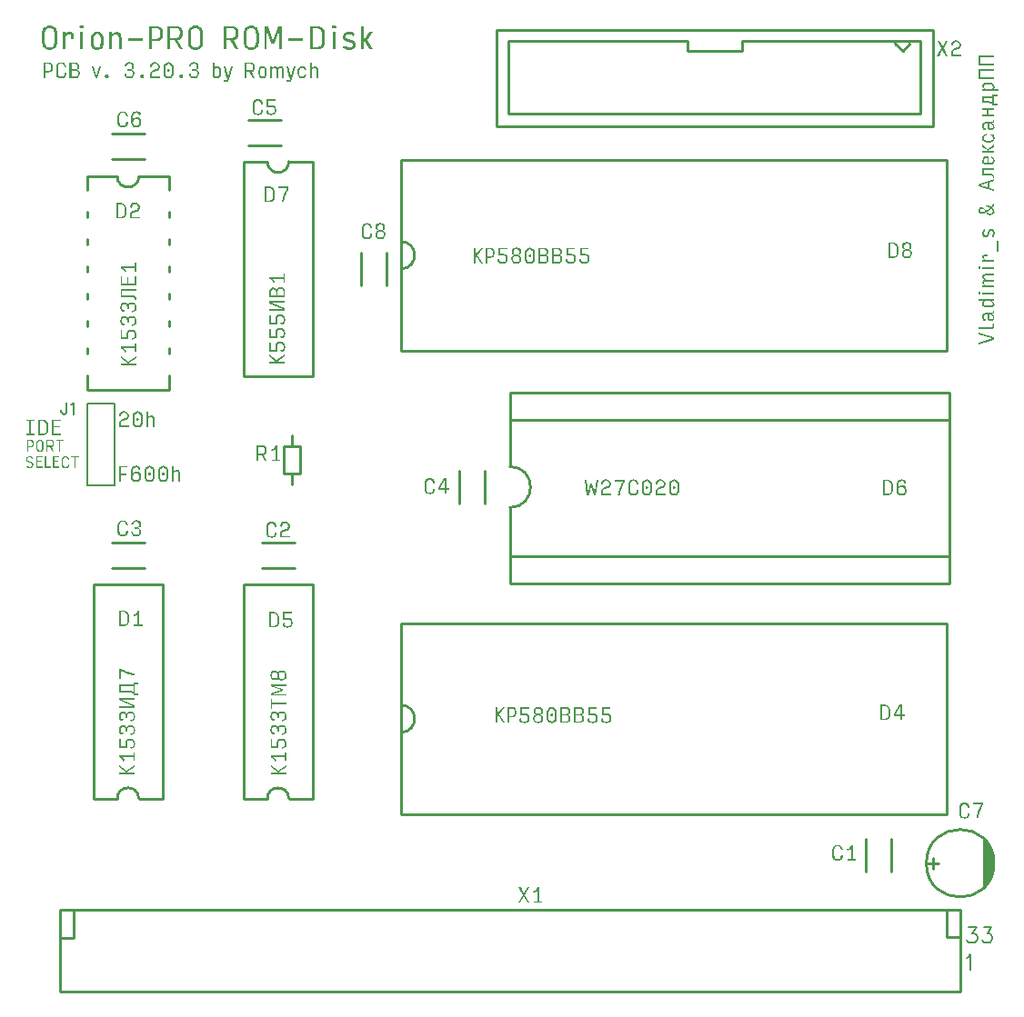
<source format=gto>
G04 Layer: TopSilkLayer*
G04 EasyEDA v6.4.7, 2020-09-22T21:54:33+03:00*
G04 a7765446d15b4be3966cb18223edfad2,4ad0dc2c7e0b4634a5fc6f66180d8695,10*
G04 Gerber Generator version 0.2*
G04 Scale: 100 percent, Rotated: No, Reflected: No *
G04 Dimensions in millimeters *
G04 leading zeros omitted , absolute positions ,3 integer and 3 decimal *
%FSLAX33Y33*%
%MOMM*%
G90*
D02*

%ADD10C,0.254000*%
%ADD24C,0.203200*%
%ADD25C,0.202999*%
%ADD26C,0.152400*%

%LPD*%
G54D24*
G01X10160Y55372D02*
G01X10160Y57277D01*
G01X7620Y57277D01*
G01X7620Y49657D01*
G01X10160Y49657D01*
G54D25*
G01X10160Y49657D02*
G01X10160Y55372D01*
G54D10*
G01X36830Y80010D02*
G01X87630Y80010D01*
G01X87630Y62230D01*
G01X36830Y62230D01*
G01X36830Y80010D01*
G01X10430Y20480D02*
G01X8230Y20480D01*
G01X14628Y20480D02*
G01X12428Y20480D01*
G01X8229Y40480D02*
G01X8229Y20480D01*
G01X14628Y40480D02*
G01X14628Y20480D01*
G01X14628Y40480D02*
G01X8229Y40480D01*
G01X24400Y20478D02*
G01X22200Y20478D01*
G01X28598Y20478D02*
G01X26398Y20478D01*
G01X22199Y40478D02*
G01X22199Y20478D01*
G01X28598Y40478D02*
G01X28598Y20478D01*
G01X28598Y40478D02*
G01X22199Y40478D01*
G01X26398Y79849D02*
G01X28598Y79849D01*
G01X22200Y79849D02*
G01X24400Y79849D01*
G01X28599Y59850D02*
G01X28599Y79849D01*
G01X22200Y59850D02*
G01X22200Y79849D01*
G01X22200Y59850D02*
G01X28599Y59850D01*
G01X7620Y78486D02*
G01X10414Y78486D01*
G01X15240Y78486D02*
G01X12446Y78486D01*
G01X15240Y78486D02*
G01X15240Y77231D01*
G01X15240Y75168D02*
G01X15240Y74691D01*
G01X15240Y72628D02*
G01X15240Y72151D01*
G01X15240Y70088D02*
G01X15240Y69611D01*
G01X15240Y67548D02*
G01X15240Y67071D01*
G01X15240Y65008D02*
G01X15240Y64531D01*
G01X15240Y62468D02*
G01X15240Y61991D01*
G01X15240Y59928D02*
G01X15240Y58547D01*
G01X7620Y58547D01*
G01X7620Y59928D01*
G01X7620Y61991D02*
G01X7620Y62468D01*
G01X7620Y64531D02*
G01X7620Y65008D01*
G01X7620Y67071D02*
G01X7620Y67548D01*
G01X7620Y69611D02*
G01X7620Y70088D01*
G01X7620Y72151D02*
G01X7620Y72628D01*
G01X7620Y74691D02*
G01X7620Y75168D01*
G01X7620Y77231D02*
G01X7620Y78486D01*
G01X36830Y36830D02*
G01X87630Y36830D01*
G01X87630Y19050D01*
G01X36830Y19050D01*
G01X36830Y36830D01*
G01X26670Y54356D02*
G01X26670Y53340D01*
G01X27432Y53340D01*
G01X27432Y50800D01*
G01X26670Y50800D01*
G01X26670Y49784D01*
G01X26670Y49784D02*
G01X26670Y49784D01*
G01X26670Y50800D01*
G01X25908Y50800D01*
G01X25908Y53340D01*
G01X26774Y53340D01*
G01X12929Y80080D02*
G01X9930Y80080D01*
G01X9930Y82479D02*
G01X12929Y82479D01*
G01X22630Y83749D02*
G01X25629Y83749D01*
G01X25629Y81350D02*
G01X22630Y81350D01*
G01X42234Y48030D02*
G01X42234Y51029D01*
G01X44633Y51029D02*
G01X44633Y48030D01*
G01X12929Y41980D02*
G01X9930Y41980D01*
G01X9930Y44379D02*
G01X12929Y44379D01*
G01X23900Y44379D02*
G01X26899Y44379D01*
G01X26899Y41980D02*
G01X23900Y41980D01*
G01X82479Y16739D02*
G01X82479Y13740D01*
G01X80080Y13740D02*
G01X80080Y16739D01*
G01X5080Y7556D02*
G01X6350Y7556D01*
G01X6350Y10160D01*
G01X5715Y10160D01*
G01X88265Y10160D02*
G01X87630Y10160D01*
G01X87630Y7620D01*
G01X88900Y7620D01*
G01X88900Y7620D02*
G01X88900Y2540D01*
G01X5080Y2540D01*
G01X5080Y10160D01*
G01X88900Y10160D01*
G01X88900Y7620D01*
G01X63500Y91059D02*
G01X63500Y90170D01*
G01X68580Y90170D01*
G01X68580Y91059D01*
G01X63499Y91059D02*
G01X46870Y91059D01*
G01X85217Y91059D02*
G01X68579Y91059D01*
G01X84175Y90805D02*
G01X83540Y90170D01*
G01X82854Y90855D01*
G01X82854Y90881D01*
G01X85209Y84353D02*
G01X46870Y84328D01*
G01X86349Y92125D02*
G01X45729Y92125D01*
G01X85216Y91059D02*
G01X85217Y84335D01*
G01X86349Y92108D02*
G01X86349Y83108D01*
G01X86349Y83108D02*
G01X45729Y83108D01*
G01X46870Y84361D02*
G01X46870Y91059D01*
G01X45729Y83126D02*
G01X45729Y92125D01*
G01X85852Y14478D02*
G01X86868Y14478D01*
G01X86360Y14986D02*
G01X86360Y13970D01*
G01X46990Y55753D02*
G01X87884Y55753D01*
G01X46990Y43053D02*
G01X87884Y43053D01*
G01X46990Y40513D02*
G01X46990Y47625D01*
G01X46990Y51435D02*
G01X46990Y58293D01*
G01X87884Y58293D01*
G01X87884Y40513D01*
G01X46990Y40513D01*
G01X33090Y68350D02*
G01X33090Y71349D01*
G01X35489Y71349D02*
G01X35489Y68350D01*

%LPD*%
G36*
G01X6850Y52397D02*
G01X6154Y52397D01*
G01X6154Y52285D01*
G01X6436Y52285D01*
G01X6436Y51308D01*
G01X6565Y51308D01*
G01X6565Y52285D01*
G01X6850Y52285D01*
G01X6850Y52397D01*
G37*

%LPD*%
G36*
G01X5024Y52397D02*
G01X4419Y52397D01*
G01X4419Y51308D01*
G01X5024Y51308D01*
G01X5024Y51422D01*
G01X4546Y51422D01*
G01X4546Y51846D01*
G01X4965Y51846D01*
G01X4965Y51960D01*
G01X4546Y51960D01*
G01X4546Y52285D01*
G01X5024Y52285D01*
G01X5024Y52397D01*
G37*

%LPD*%
G36*
G01X3822Y52397D02*
G01X3695Y52397D01*
G01X3695Y51308D01*
G01X4231Y51308D01*
G01X4231Y51422D01*
G01X3822Y51422D01*
G01X3822Y52397D01*
G37*

%LPD*%
G36*
G01X3459Y52397D02*
G01X2857Y52397D01*
G01X2857Y51308D01*
G01X3459Y51308D01*
G01X3459Y51422D01*
G01X2984Y51422D01*
G01X2984Y51846D01*
G01X3403Y51846D01*
G01X3403Y51960D01*
G01X2984Y51960D01*
G01X2984Y52285D01*
G01X3459Y52285D01*
G01X3459Y52397D01*
G37*

%LPD*%
G36*
G01X2297Y52400D02*
G01X2245Y52402D01*
G01X2111Y52383D01*
G01X2009Y52326D01*
G01X1971Y52285D01*
G01X1944Y52237D01*
G01X1928Y52181D01*
G01X1922Y52118D01*
G01X1926Y52062D01*
G01X1940Y52013D01*
G01X1961Y51969D01*
G01X1991Y51932D01*
G01X2087Y51867D01*
G01X2232Y51810D01*
G01X2301Y51787D01*
G01X2357Y51763D01*
G01X2401Y51741D01*
G01X2433Y51719D01*
G01X2456Y51696D01*
G01X2473Y51669D01*
G01X2483Y51637D01*
G01X2486Y51600D01*
G01X2483Y51556D01*
G01X2471Y51519D01*
G01X2453Y51487D01*
G01X2428Y51460D01*
G01X2397Y51440D01*
G01X2361Y51425D01*
G01X2320Y51417D01*
G01X2273Y51414D01*
G01X2226Y51416D01*
G01X2182Y51422D01*
G01X2141Y51433D01*
G01X2103Y51447D01*
G01X2067Y51467D01*
G01X2034Y51491D01*
G01X2002Y51521D01*
G01X1973Y51556D01*
G01X1905Y51470D01*
G01X1936Y51429D01*
G01X1972Y51394D01*
G01X2012Y51365D01*
G01X2057Y51341D01*
G01X2105Y51323D01*
G01X2155Y51310D01*
G01X2208Y51302D01*
G01X2263Y51300D01*
G01X2407Y51321D01*
G01X2519Y51386D01*
G01X2590Y51489D01*
G01X2613Y51625D01*
G01X2609Y51679D01*
G01X2597Y51727D01*
G01X2576Y51769D01*
G01X2547Y51805D01*
G01X2456Y51869D01*
G01X2316Y51925D01*
G01X2245Y51947D01*
G01X2186Y51969D01*
G01X2139Y51990D01*
G01X2105Y52011D01*
G01X2082Y52033D01*
G01X2065Y52060D01*
G01X2055Y52092D01*
G01X2052Y52128D01*
G01X2055Y52166D01*
G01X2065Y52199D01*
G01X2080Y52227D01*
G01X2103Y52250D01*
G01X2130Y52268D01*
G01X2162Y52280D01*
G01X2198Y52288D01*
G01X2237Y52290D01*
G01X2277Y52288D01*
G01X2316Y52282D01*
G01X2354Y52272D01*
G01X2390Y52257D01*
G01X2423Y52239D01*
G01X2455Y52215D01*
G01X2484Y52186D01*
G01X2512Y52153D01*
G01X2580Y52242D01*
G01X2551Y52279D01*
G01X2519Y52311D01*
G01X2482Y52339D01*
G01X2440Y52362D01*
G01X2395Y52379D01*
G01X2347Y52392D01*
G01X2297Y52400D01*
G37*

%LPD*%
G36*
G01X5769Y52390D02*
G01X5621Y52412D01*
G01X5465Y52389D01*
G01X5351Y52318D01*
G01X5281Y52200D01*
G01X5257Y52036D01*
G01X5257Y51666D01*
G01X5280Y51505D01*
G01X5349Y51389D01*
G01X5464Y51318D01*
G01X5621Y51295D01*
G01X5771Y51318D01*
G01X5882Y51386D01*
G01X5952Y51499D01*
G01X5979Y51655D01*
G01X5852Y51668D01*
G01X5845Y51603D01*
G01X5833Y51548D01*
G01X5815Y51503D01*
G01X5791Y51468D01*
G01X5760Y51441D01*
G01X5722Y51422D01*
G01X5675Y51410D01*
G01X5621Y51407D01*
G01X5562Y51410D01*
G01X5512Y51422D01*
G01X5472Y51441D01*
G01X5440Y51468D01*
G01X5417Y51502D01*
G01X5400Y51546D01*
G01X5390Y51601D01*
G01X5387Y51666D01*
G01X5387Y52036D01*
G01X5390Y52102D01*
G01X5400Y52156D01*
G01X5417Y52202D01*
G01X5440Y52237D01*
G01X5472Y52264D01*
G01X5512Y52283D01*
G01X5562Y52294D01*
G01X5621Y52298D01*
G01X5674Y52294D01*
G01X5720Y52283D01*
G01X5758Y52264D01*
G01X5788Y52237D01*
G01X5812Y52203D01*
G01X5831Y52156D01*
G01X5844Y52099D01*
G01X5852Y52031D01*
G01X5979Y52044D01*
G01X5950Y52205D01*
G01X5880Y52321D01*
G01X5769Y52390D01*
G37*

%LPD*%

%LPD*%
G36*
G01X5415Y53921D02*
G01X4719Y53921D01*
G01X4719Y53809D01*
G01X5001Y53809D01*
G01X5001Y52832D01*
G01X5130Y52832D01*
G01X5130Y53809D01*
G01X5415Y53809D01*
G01X5415Y53921D01*
G37*

%LPD*%
G36*
G01X4231Y53921D02*
G01X3822Y53921D01*
G01X3822Y52832D01*
G01X3949Y52832D01*
G01X3949Y53258D01*
G01X4152Y53258D01*
G01X4384Y52832D01*
G01X4531Y52832D01*
G01X4297Y53263D01*
G01X4348Y53275D01*
G01X4393Y53294D01*
G01X4431Y53320D01*
G01X4462Y53352D01*
G01X4487Y53392D01*
G01X4504Y53439D01*
G01X4515Y53493D01*
G01X4518Y53553D01*
G01X4518Y53637D01*
G01X4514Y53703D01*
G01X4500Y53761D01*
G01X4477Y53810D01*
G01X4445Y53850D01*
G01X4404Y53881D01*
G01X4356Y53903D01*
G01X4298Y53917D01*
G01X4231Y53921D01*
G37*

%LPC*%
G36*
G01X4224Y53809D02*
G01X3949Y53809D01*
G01X3949Y53370D01*
G01X4224Y53370D01*
G01X4264Y53373D01*
G01X4299Y53381D01*
G01X4327Y53394D01*
G01X4351Y53413D01*
G01X4367Y53438D01*
G01X4379Y53470D01*
G01X4386Y53508D01*
G01X4389Y53553D01*
G01X4389Y53637D01*
G01X4386Y53678D01*
G01X4379Y53714D01*
G01X4367Y53744D01*
G01X4351Y53769D01*
G01X4327Y53787D01*
G01X4299Y53799D01*
G01X4264Y53807D01*
G01X4224Y53809D01*
G37*

%LPD*%
G36*
G01X2352Y53921D02*
G01X2032Y53921D01*
G01X2032Y52832D01*
G01X2159Y52832D01*
G01X2159Y53218D01*
G01X2352Y53218D01*
G01X2421Y53222D01*
G01X2481Y53236D01*
G01X2531Y53259D01*
G01X2573Y53291D01*
G01X2606Y53331D01*
G01X2629Y53380D01*
G01X2644Y53438D01*
G01X2649Y53505D01*
G01X2649Y53637D01*
G01X2644Y53703D01*
G01X2630Y53761D01*
G01X2606Y53810D01*
G01X2573Y53850D01*
G01X2531Y53881D01*
G01X2481Y53903D01*
G01X2421Y53917D01*
G01X2352Y53921D01*
G37*

%LPC*%
G36*
G01X2346Y53809D02*
G01X2159Y53809D01*
G01X2159Y53329D01*
G01X2346Y53329D01*
G01X2389Y53332D01*
G01X2426Y53340D01*
G01X2457Y53354D01*
G01X2481Y53373D01*
G01X2499Y53396D01*
G01X2512Y53426D01*
G01X2519Y53462D01*
G01X2522Y53505D01*
G01X2522Y53634D01*
G01X2519Y53677D01*
G01X2512Y53713D01*
G01X2499Y53744D01*
G01X2481Y53769D01*
G01X2457Y53787D01*
G01X2426Y53799D01*
G01X2389Y53807D01*
G01X2346Y53809D01*
G37*

%LPD*%
G36*
G01X3370Y53912D02*
G01X3220Y53936D01*
G01X3068Y53912D01*
G01X2959Y53840D01*
G01X2892Y53723D01*
G01X2870Y53560D01*
G01X2870Y53197D01*
G01X2892Y53034D01*
G01X2959Y52915D01*
G01X3068Y52843D01*
G01X3220Y52819D01*
G01X3370Y52843D01*
G01X3479Y52915D01*
G01X3546Y53034D01*
G01X3568Y53197D01*
G01X3568Y53560D01*
G01X3546Y53723D01*
G01X3479Y53840D01*
G01X3370Y53912D01*
G37*

%LPC*%
G36*
G01X3275Y53818D02*
G01X3220Y53822D01*
G01X3165Y53818D01*
G01X3118Y53807D01*
G01X3080Y53788D01*
G01X3050Y53761D01*
G01X3028Y53725D01*
G01X3012Y53679D01*
G01X3002Y53624D01*
G01X2999Y53560D01*
G01X2999Y53197D01*
G01X3002Y53132D01*
G01X3012Y53076D01*
G01X3028Y53031D01*
G01X3050Y52994D01*
G01X3080Y52966D01*
G01X3118Y52946D01*
G01X3165Y52935D01*
G01X3220Y52931D01*
G01X3275Y52935D01*
G01X3321Y52946D01*
G01X3358Y52966D01*
G01X3388Y52994D01*
G01X3411Y53031D01*
G01X3428Y53076D01*
G01X3438Y53132D01*
G01X3441Y53197D01*
G01X3441Y53560D01*
G01X3438Y53624D01*
G01X3428Y53679D01*
G01X3411Y53725D01*
G01X3388Y53761D01*
G01X3358Y53788D01*
G01X3321Y53807D01*
G01X3275Y53818D01*
G37*

%LPD*%

%LPD*%
G36*
G01X5140Y55811D02*
G01X4333Y55811D01*
G01X4333Y54356D01*
G01X5140Y54356D01*
G01X5140Y54505D01*
G01X4505Y54505D01*
G01X4505Y55072D01*
G01X5062Y55072D01*
G01X5062Y55224D01*
G01X4505Y55224D01*
G01X4505Y55659D01*
G01X5140Y55659D01*
G01X5140Y55811D01*
G37*

%LPD*%
G36*
G01X3492Y55811D02*
G01X3065Y55811D01*
G01X3065Y54356D01*
G01X3489Y54356D01*
G01X3602Y54364D01*
G01X3702Y54389D01*
G01X3789Y54431D01*
G01X3863Y54490D01*
G01X3921Y54562D01*
G01X3962Y54646D01*
G01X3987Y54741D01*
G01X3995Y54848D01*
G01X3995Y55311D01*
G01X3987Y55418D01*
G01X3962Y55514D01*
G01X3921Y55600D01*
G01X3863Y55674D01*
G01X3789Y55734D01*
G01X3703Y55777D01*
G01X3604Y55802D01*
G01X3492Y55811D01*
G37*

%LPC*%
G36*
G01X3487Y55659D02*
G01X3235Y55659D01*
G01X3235Y54505D01*
G01X3487Y54505D01*
G01X3632Y54528D01*
G01X3738Y54597D01*
G01X3803Y54706D01*
G01X3825Y54851D01*
G01X3825Y55308D01*
G01X3803Y55455D01*
G01X3738Y55565D01*
G01X3632Y55635D01*
G01X3487Y55659D01*
G37*

%LPD*%
G36*
G01X2725Y55811D02*
G01X1948Y55811D01*
G01X1948Y55659D01*
G01X2250Y55659D01*
G01X2250Y54505D01*
G01X1948Y54505D01*
G01X1948Y54356D01*
G01X2725Y54356D01*
G01X2725Y54505D01*
G01X2420Y54505D01*
G01X2420Y55659D01*
G01X2725Y55659D01*
G01X2725Y55811D01*
G37*

%LPD*%

%LPD*%
G36*
G01X15679Y51493D02*
G01X15509Y51493D01*
G01X15509Y50038D01*
G01X15679Y50038D01*
G01X15679Y50815D01*
G01X15707Y50852D01*
G01X15737Y50885D01*
G01X15768Y50914D01*
G01X15801Y50939D01*
G01X15834Y50959D01*
G01X15869Y50974D01*
G01X15906Y50982D01*
G01X15946Y50985D01*
G01X15983Y50981D01*
G01X16016Y50971D01*
G01X16045Y50953D01*
G01X16070Y50929D01*
G01X16090Y50898D01*
G01X16104Y50860D01*
G01X16113Y50815D01*
G01X16116Y50764D01*
G01X16116Y50038D01*
G01X16286Y50038D01*
G01X16286Y50802D01*
G01X16266Y50944D01*
G01X16205Y51054D01*
G01X16161Y51095D01*
G01X16111Y51124D01*
G01X16056Y51141D01*
G01X15994Y51147D01*
G01X15951Y51144D01*
G01X15910Y51136D01*
G01X15872Y51122D01*
G01X15836Y51102D01*
G01X15803Y51077D01*
G01X15773Y51047D01*
G01X15747Y51013D01*
G01X15725Y50975D01*
G01X15679Y50975D01*
G01X15679Y51493D01*
G37*

%LPD*%
G36*
G01X11391Y51493D02*
G01X10584Y51493D01*
G01X10584Y50038D01*
G01X10754Y50038D01*
G01X10754Y50604D01*
G01X11285Y50604D01*
G01X11285Y50756D01*
G01X10754Y50756D01*
G01X10754Y51341D01*
G01X11391Y51341D01*
G01X11391Y51493D01*
G37*

%LPD*%
G36*
G01X14816Y51501D02*
G01X14706Y51511D01*
G01X14596Y51501D01*
G01X14500Y51470D01*
G01X14417Y51419D01*
G01X14348Y51348D01*
G01X14295Y51258D01*
G01X14257Y51148D01*
G01X14234Y51020D01*
G01X14226Y50873D01*
G01X14226Y50650D01*
G01X14234Y50504D01*
G01X14257Y50377D01*
G01X14295Y50269D01*
G01X14348Y50180D01*
G01X14416Y50110D01*
G01X14498Y50060D01*
G01X14594Y50030D01*
G01X14704Y50020D01*
G01X14814Y50030D01*
G01X14911Y50060D01*
G01X14994Y50110D01*
G01X15062Y50180D01*
G01X15115Y50269D01*
G01X15153Y50377D01*
G01X15176Y50504D01*
G01X15184Y50650D01*
G01X15184Y50873D01*
G01X15176Y51020D01*
G01X15153Y51148D01*
G01X15115Y51258D01*
G01X15062Y51348D01*
G01X14994Y51419D01*
G01X14912Y51470D01*
G01X14816Y51501D01*
G37*

%LPC*%
G36*
G01X14844Y51327D02*
G01X14704Y51356D01*
G01X14565Y51326D01*
G01X14470Y51239D01*
G01X14438Y51171D01*
G01X14415Y51085D01*
G01X14401Y50981D01*
G01X14396Y50858D01*
G01X14396Y50665D01*
G01X14401Y50544D01*
G01X14415Y50441D01*
G01X14438Y50356D01*
G01X14470Y50289D01*
G01X14565Y50203D01*
G01X14704Y50175D01*
G01X14844Y50203D01*
G01X14940Y50289D01*
G01X14971Y50356D01*
G01X14993Y50441D01*
G01X15006Y50544D01*
G01X15011Y50665D01*
G01X15011Y50858D01*
G01X15006Y50981D01*
G01X14993Y51085D01*
G01X14971Y51171D01*
G01X14940Y51239D01*
G01X14844Y51327D01*
G37*

%LPD*%
G36*
G01X14727Y50902D02*
G01X14704Y50904D01*
G01X14681Y50902D01*
G01X14660Y50897D01*
G01X14641Y50889D01*
G01X14625Y50878D01*
G01X14612Y50863D01*
G01X14602Y50843D01*
G01X14596Y50817D01*
G01X14594Y50787D01*
G01X14594Y50741D01*
G01X14596Y50711D01*
G01X14602Y50685D01*
G01X14612Y50665D01*
G01X14625Y50650D01*
G01X14641Y50638D01*
G01X14660Y50630D01*
G01X14681Y50626D01*
G01X14704Y50624D01*
G01X14726Y50626D01*
G01X14747Y50630D01*
G01X14766Y50638D01*
G01X14782Y50650D01*
G01X14796Y50665D01*
G01X14805Y50685D01*
G01X14811Y50711D01*
G01X14813Y50741D01*
G01X14813Y50787D01*
G01X14811Y50817D01*
G01X14805Y50843D01*
G01X14796Y50863D01*
G01X14782Y50878D01*
G01X14767Y50889D01*
G01X14749Y50897D01*
G01X14727Y50902D01*
G37*

%LPD*%
G36*
G01X13547Y51501D02*
G01X13436Y51511D01*
G01X13326Y51501D01*
G01X13230Y51470D01*
G01X13149Y51419D01*
G01X13081Y51348D01*
G01X13026Y51258D01*
G01X12987Y51148D01*
G01X12964Y51020D01*
G01X12956Y50873D01*
G01X12956Y50650D01*
G01X12964Y50504D01*
G01X12987Y50377D01*
G01X13025Y50269D01*
G01X13078Y50180D01*
G01X13146Y50110D01*
G01X13228Y50060D01*
G01X13325Y50030D01*
G01X13436Y50020D01*
G01X13547Y50030D01*
G01X13643Y50060D01*
G01X13725Y50110D01*
G01X13792Y50180D01*
G01X13845Y50269D01*
G01X13883Y50377D01*
G01X13906Y50504D01*
G01X13914Y50650D01*
G01X13914Y50873D01*
G01X13906Y51020D01*
G01X13883Y51148D01*
G01X13845Y51258D01*
G01X13792Y51348D01*
G01X13725Y51419D01*
G01X13643Y51470D01*
G01X13547Y51501D01*
G37*

%LPC*%
G36*
G01X13574Y51327D02*
G01X13436Y51356D01*
G01X13296Y51326D01*
G01X13200Y51239D01*
G01X13169Y51171D01*
G01X13147Y51085D01*
G01X13133Y50981D01*
G01X13129Y50858D01*
G01X13129Y50665D01*
G01X13133Y50544D01*
G01X13147Y50441D01*
G01X13169Y50356D01*
G01X13200Y50289D01*
G01X13296Y50203D01*
G01X13436Y50175D01*
G01X13574Y50203D01*
G01X13670Y50289D01*
G01X13702Y50356D01*
G01X13725Y50441D01*
G01X13739Y50544D01*
G01X13743Y50665D01*
G01X13743Y50858D01*
G01X13739Y50981D01*
G01X13725Y51085D01*
G01X13702Y51171D01*
G01X13670Y51239D01*
G01X13574Y51327D01*
G37*

%LPD*%
G36*
G01X13459Y50902D02*
G01X13436Y50904D01*
G01X13412Y50902D01*
G01X13391Y50897D01*
G01X13373Y50889D01*
G01X13357Y50878D01*
G01X13344Y50863D01*
G01X13335Y50843D01*
G01X13329Y50817D01*
G01X13327Y50787D01*
G01X13327Y50741D01*
G01X13329Y50711D01*
G01X13335Y50685D01*
G01X13344Y50665D01*
G01X13357Y50650D01*
G01X13373Y50638D01*
G01X13391Y50630D01*
G01X13412Y50626D01*
G01X13436Y50624D01*
G01X13458Y50626D01*
G01X13478Y50630D01*
G01X13496Y50638D01*
G01X13512Y50650D01*
G01X13526Y50665D01*
G01X13535Y50685D01*
G01X13541Y50711D01*
G01X13543Y50741D01*
G01X13543Y50787D01*
G01X13541Y50817D01*
G01X13535Y50843D01*
G01X13526Y50863D01*
G01X13512Y50878D01*
G01X13497Y50889D01*
G01X13479Y50897D01*
G01X13459Y50902D01*
G37*

%LPD*%
G36*
G01X12352Y51491D02*
G01X12169Y51511D01*
G01X12061Y51503D01*
G01X11967Y51478D01*
G01X11887Y51438D01*
G01X11821Y51381D01*
G01X11768Y51310D01*
G01X11731Y51224D01*
G01X11709Y51122D01*
G01X11701Y51005D01*
G01X11701Y50540D01*
G01X11709Y50420D01*
G01X11731Y50315D01*
G01X11768Y50225D01*
G01X11821Y50152D01*
G01X11887Y50094D01*
G01X11967Y50053D01*
G01X12060Y50028D01*
G01X12166Y50020D01*
G01X12272Y50027D01*
G01X12365Y50049D01*
G01X12445Y50085D01*
G01X12512Y50137D01*
G01X12564Y50201D01*
G01X12601Y50278D01*
G01X12623Y50369D01*
G01X12631Y50474D01*
G01X12631Y50515D01*
G01X12605Y50695D01*
G01X12524Y50830D01*
G01X12392Y50916D01*
G01X12207Y50944D01*
G01X12152Y50942D01*
G01X12103Y50935D01*
G01X12058Y50923D01*
G01X12019Y50906D01*
G01X11984Y50885D01*
G01X11952Y50861D01*
G01X11924Y50835D01*
G01X11899Y50805D01*
G01X11871Y50805D01*
G01X11871Y51005D01*
G01X11889Y51170D01*
G01X11940Y51277D01*
G01X12029Y51336D01*
G01X12164Y51356D01*
G01X12225Y51353D01*
G01X12277Y51344D01*
G01X12319Y51330D01*
G01X12352Y51310D01*
G01X12378Y51281D01*
G01X12401Y51243D01*
G01X12419Y51196D01*
G01X12433Y51140D01*
G01X12618Y51181D01*
G01X12569Y51331D01*
G01X12484Y51432D01*
G01X12352Y51491D01*
G37*

%LPC*%
G36*
G01X12233Y50782D02*
G01X12164Y50787D01*
G01X12094Y50782D01*
G01X12036Y50769D01*
G01X11985Y50745D01*
G01X11945Y50713D01*
G01X11913Y50671D01*
G01X11890Y50621D01*
G01X11876Y50561D01*
G01X11871Y50492D01*
G01X11871Y50469D01*
G01X11876Y50400D01*
G01X11890Y50340D01*
G01X11913Y50290D01*
G01X11945Y50248D01*
G01X11985Y50216D01*
G01X12036Y50193D01*
G01X12094Y50179D01*
G01X12164Y50175D01*
G01X12233Y50179D01*
G01X12293Y50193D01*
G01X12343Y50216D01*
G01X12385Y50248D01*
G01X12417Y50290D01*
G01X12440Y50340D01*
G01X12454Y50400D01*
G01X12458Y50469D01*
G01X12458Y50492D01*
G01X12454Y50561D01*
G01X12440Y50621D01*
G01X12417Y50671D01*
G01X12385Y50713D01*
G01X12343Y50745D01*
G01X12293Y50769D01*
G01X12233Y50782D01*
G37*

%LPD*%

%LPD*%
G36*
G01X13291Y56573D02*
G01X13121Y56573D01*
G01X13121Y55118D01*
G01X13291Y55118D01*
G01X13291Y55895D01*
G01X13320Y55932D01*
G01X13350Y55965D01*
G01X13381Y55994D01*
G01X13413Y56019D01*
G01X13446Y56039D01*
G01X13481Y56054D01*
G01X13518Y56062D01*
G01X13558Y56065D01*
G01X13595Y56061D01*
G01X13629Y56051D01*
G01X13658Y56033D01*
G01X13682Y56009D01*
G01X13702Y55978D01*
G01X13717Y55940D01*
G01X13725Y55895D01*
G01X13728Y55844D01*
G01X13728Y55118D01*
G01X13898Y55118D01*
G01X13898Y55882D01*
G01X13878Y56024D01*
G01X13817Y56134D01*
G01X13725Y56204D01*
G01X13606Y56227D01*
G01X13564Y56224D01*
G01X13524Y56216D01*
G01X13485Y56202D01*
G01X13449Y56182D01*
G01X13415Y56157D01*
G01X13385Y56127D01*
G01X13359Y56093D01*
G01X13337Y56055D01*
G01X13291Y56055D01*
G01X13291Y56573D01*
G37*

%LPD*%
G36*
G01X11244Y56567D02*
G01X11046Y56591D01*
G01X10852Y56563D01*
G01X10718Y56481D01*
G01X10671Y56420D01*
G01X10635Y56341D01*
G01X10611Y56246D01*
G01X10599Y56134D01*
G01X10769Y56116D01*
G01X10793Y56270D01*
G01X10840Y56367D01*
G01X10876Y56397D01*
G01X10923Y56418D01*
G01X10980Y56432D01*
G01X11049Y56436D01*
G01X11118Y56432D01*
G01X11178Y56422D01*
G01X11226Y56404D01*
G01X11264Y56380D01*
G01X11292Y56348D01*
G01X11312Y56307D01*
G01X11324Y56259D01*
G01X11328Y56202D01*
G01X11328Y56121D01*
G01X11325Y56078D01*
G01X11318Y56040D01*
G01X11307Y56007D01*
G01X11290Y55979D01*
G01X11269Y55956D01*
G01X11242Y55937D01*
G01X11208Y55922D01*
G01X11168Y55910D01*
G01X10871Y55836D01*
G01X10739Y55783D01*
G01X10650Y55699D01*
G01X10600Y55582D01*
G01X10584Y55427D01*
G01X10584Y55118D01*
G01X11513Y55118D01*
G01X11513Y55267D01*
G01X10754Y55267D01*
G01X10754Y55432D01*
G01X10756Y55485D01*
G01X10764Y55530D01*
G01X10777Y55569D01*
G01X10795Y55600D01*
G01X10817Y55626D01*
G01X10846Y55647D01*
G01X10880Y55664D01*
G01X10919Y55676D01*
G01X11216Y55747D01*
G01X11282Y55767D01*
G01X11339Y55793D01*
G01X11387Y55824D01*
G01X11427Y55862D01*
G01X11480Y55961D01*
G01X11498Y56098D01*
G01X11498Y56222D01*
G01X11470Y56380D01*
G01X11384Y56497D01*
G01X11244Y56567D01*
G37*

%LPD*%
G36*
G01X12429Y56581D02*
G01X12319Y56591D01*
G01X12209Y56581D01*
G01X12113Y56550D01*
G01X12031Y56499D01*
G01X11963Y56428D01*
G01X11909Y56338D01*
G01X11869Y56228D01*
G01X11846Y56100D01*
G01X11838Y55953D01*
G01X11838Y55730D01*
G01X11846Y55584D01*
G01X11869Y55457D01*
G01X11907Y55349D01*
G01X11960Y55260D01*
G01X12028Y55190D01*
G01X12110Y55140D01*
G01X12206Y55110D01*
G01X12316Y55100D01*
G01X12428Y55110D01*
G01X12525Y55140D01*
G01X12607Y55190D01*
G01X12674Y55260D01*
G01X12727Y55349D01*
G01X12766Y55457D01*
G01X12788Y55584D01*
G01X12796Y55730D01*
G01X12796Y55953D01*
G01X12788Y56100D01*
G01X12766Y56228D01*
G01X12727Y56338D01*
G01X12674Y56428D01*
G01X12607Y56499D01*
G01X12526Y56550D01*
G01X12429Y56581D01*
G37*

%LPC*%
G36*
G01X12456Y56407D02*
G01X12316Y56436D01*
G01X12177Y56406D01*
G01X12082Y56319D01*
G01X12050Y56251D01*
G01X12027Y56165D01*
G01X12013Y56061D01*
G01X12009Y55938D01*
G01X12009Y55745D01*
G01X12013Y55624D01*
G01X12027Y55521D01*
G01X12050Y55436D01*
G01X12082Y55369D01*
G01X12177Y55283D01*
G01X12316Y55255D01*
G01X12456Y55283D01*
G01X12552Y55369D01*
G01X12583Y55436D01*
G01X12606Y55521D01*
G01X12619Y55624D01*
G01X12623Y55745D01*
G01X12623Y55938D01*
G01X12619Y56061D01*
G01X12606Y56165D01*
G01X12583Y56251D01*
G01X12552Y56319D01*
G01X12456Y56407D01*
G37*

%LPD*%
G36*
G01X12340Y55982D02*
G01X12316Y55984D01*
G01X12293Y55982D01*
G01X12272Y55977D01*
G01X12253Y55969D01*
G01X12237Y55958D01*
G01X12225Y55943D01*
G01X12216Y55923D01*
G01X12211Y55897D01*
G01X12209Y55867D01*
G01X12209Y55821D01*
G01X12211Y55791D01*
G01X12216Y55765D01*
G01X12225Y55745D01*
G01X12237Y55730D01*
G01X12253Y55718D01*
G01X12272Y55710D01*
G01X12293Y55706D01*
G01X12316Y55704D01*
G01X12339Y55706D01*
G01X12360Y55710D01*
G01X12378Y55718D01*
G01X12395Y55730D01*
G01X12408Y55745D01*
G01X12418Y55765D01*
G01X12423Y55791D01*
G01X12425Y55821D01*
G01X12425Y55867D01*
G01X12423Y55897D01*
G01X12418Y55923D01*
G01X12408Y55943D01*
G01X12395Y55958D01*
G01X12379Y55969D01*
G01X12361Y55977D01*
G01X12340Y55982D01*
G37*

%LPD*%

%LPD*%
G36*
G01X30639Y92558D02*
G01X30594Y92560D01*
G01X30550Y92558D01*
G01X30510Y92552D01*
G01X30475Y92541D01*
G01X30444Y92527D01*
G01X30420Y92507D01*
G01X30402Y92480D01*
G01X30392Y92446D01*
G01X30388Y92405D01*
G01X30388Y92389D01*
G01X30392Y92349D01*
G01X30402Y92315D01*
G01X30420Y92289D01*
G01X30444Y92270D01*
G01X30475Y92256D01*
G01X30510Y92245D01*
G01X30550Y92239D01*
G01X30594Y92237D01*
G01X30637Y92239D01*
G01X30677Y92245D01*
G01X30712Y92256D01*
G01X30744Y92270D01*
G01X30769Y92289D01*
G01X30787Y92315D01*
G01X30799Y92349D01*
G01X30802Y92389D01*
G01X30802Y92405D01*
G01X30799Y92446D01*
G01X30787Y92480D01*
G01X30769Y92507D01*
G01X30744Y92527D01*
G01X30713Y92541D01*
G01X30678Y92552D01*
G01X30639Y92558D01*
G37*

%LPD*%
G36*
G01X7168Y92558D02*
G01X7124Y92560D01*
G01X7079Y92558D01*
G01X7040Y92552D01*
G01X7005Y92541D01*
G01X6974Y92527D01*
G01X6949Y92507D01*
G01X6931Y92480D01*
G01X6919Y92446D01*
G01X6916Y92405D01*
G01X6916Y92389D01*
G01X6919Y92349D01*
G01X6931Y92315D01*
G01X6949Y92289D01*
G01X6974Y92270D01*
G01X7005Y92256D01*
G01X7040Y92245D01*
G01X7079Y92239D01*
G01X7124Y92237D01*
G01X7167Y92239D01*
G01X7205Y92245D01*
G01X7241Y92256D01*
G01X7272Y92270D01*
G01X7297Y92289D01*
G01X7315Y92315D01*
G01X7326Y92349D01*
G01X7330Y92389D01*
G01X7330Y92405D01*
G01X7326Y92446D01*
G01X7316Y92480D01*
G01X7298Y92507D01*
G01X7274Y92527D01*
G01X7243Y92541D01*
G01X7208Y92552D01*
G01X7168Y92558D01*
G37*

%LPD*%
G36*
G01X27739Y91376D02*
G01X26344Y91376D01*
G01X26344Y91122D01*
G01X27739Y91122D01*
G01X27739Y91376D01*
G37*

%LPD*%
G36*
G01X12821Y91376D02*
G01X11427Y91376D01*
G01X11427Y91122D01*
G01X12821Y91122D01*
G01X12821Y91376D01*
G37*

%LPD*%
G36*
G01X33375Y92478D02*
G01X33121Y92478D01*
G01X33121Y90297D01*
G01X33375Y90297D01*
G01X33375Y91048D01*
G01X33492Y91048D01*
G01X33919Y90297D01*
G01X34206Y90297D01*
G01X33690Y91170D01*
G01X34213Y91932D01*
G01X33914Y91932D01*
G01X33492Y91264D01*
G01X33375Y91264D01*
G01X33375Y92478D01*
G37*

%LPD*%
G36*
G01X30723Y91932D02*
G01X30467Y91932D01*
G01X30467Y90297D01*
G01X30723Y90297D01*
G01X30723Y91932D01*
G37*

%LPD*%
G36*
G01X28989Y92478D02*
G01X28348Y92478D01*
G01X28348Y90297D01*
G01X28986Y90297D01*
G01X29100Y90302D01*
G01X29206Y90319D01*
G01X29303Y90347D01*
G01X29391Y90386D01*
G01X29471Y90436D01*
G01X29542Y90497D01*
G01X29630Y90606D01*
G01X29693Y90732D01*
G01X29730Y90875D01*
G01X29743Y91036D01*
G01X29743Y91729D01*
G01X29730Y91891D01*
G01X29693Y92035D01*
G01X29630Y92162D01*
G01X29542Y92273D01*
G01X29471Y92336D01*
G01X29391Y92387D01*
G01X29303Y92427D01*
G01X29207Y92456D01*
G01X29102Y92473D01*
G01X28989Y92478D01*
G37*

%LPC*%
G36*
G01X28981Y92252D02*
G01X28602Y92252D01*
G01X28602Y90523D01*
G01X28981Y90523D01*
G01X29097Y90531D01*
G01X29198Y90557D01*
G01X29285Y90600D01*
G01X29357Y90660D01*
G01X29414Y90734D01*
G01X29454Y90822D01*
G01X29478Y90923D01*
G01X29486Y91038D01*
G01X29486Y91727D01*
G01X29478Y91842D01*
G01X29454Y91945D01*
G01X29414Y92035D01*
G01X29357Y92113D01*
G01X29285Y92174D01*
G01X29198Y92217D01*
G01X29097Y92244D01*
G01X28981Y92252D01*
G37*

%LPD*%
G36*
G01X24485Y92478D02*
G01X24112Y92478D01*
G01X24112Y90297D01*
G01X24348Y90297D01*
G01X24348Y92166D01*
G01X24777Y90843D01*
G01X25072Y90843D01*
G01X25496Y92168D01*
G01X25496Y90297D01*
G01X25735Y90297D01*
G01X25735Y92478D01*
G01X25379Y92478D01*
G01X24932Y91079D01*
G01X24485Y92478D01*
G37*

%LPD*%
G36*
G01X21125Y92478D02*
G01X20304Y92478D01*
G01X20304Y90297D01*
G01X20561Y90297D01*
G01X20561Y91150D01*
G01X20965Y91150D01*
G01X21427Y90297D01*
G01X21722Y90297D01*
G01X21254Y91158D01*
G01X21357Y91182D01*
G01X21446Y91221D01*
G01X21522Y91274D01*
G01X21584Y91340D01*
G01X21633Y91420D01*
G01X21668Y91513D01*
G01X21689Y91619D01*
G01X21696Y91739D01*
G01X21696Y91907D01*
G01X21687Y92039D01*
G01X21660Y92154D01*
G01X21615Y92253D01*
G01X21551Y92334D01*
G01X21472Y92397D01*
G01X21374Y92442D01*
G01X21258Y92469D01*
G01X21125Y92478D01*
G37*

%LPC*%
G36*
G01X21109Y92252D02*
G01X20561Y92252D01*
G01X20561Y91373D01*
G01X21109Y91373D01*
G01X21257Y91395D01*
G01X21361Y91460D01*
G01X21420Y91574D01*
G01X21440Y91739D01*
G01X21440Y91909D01*
G01X21420Y92062D01*
G01X21361Y92168D01*
G01X21257Y92231D01*
G01X21109Y92252D01*
G37*

%LPD*%
G36*
G01X15928Y92478D02*
G01X15107Y92478D01*
G01X15107Y90297D01*
G01X15361Y90297D01*
G01X15361Y91150D01*
G01X15765Y91150D01*
G01X16230Y90297D01*
G01X16525Y90297D01*
G01X16055Y91158D01*
G01X16157Y91182D01*
G01X16247Y91221D01*
G01X16323Y91274D01*
G01X16385Y91340D01*
G01X16434Y91420D01*
G01X16469Y91513D01*
G01X16490Y91619D01*
G01X16497Y91739D01*
G01X16497Y91907D01*
G01X16488Y92039D01*
G01X16461Y92154D01*
G01X16417Y92253D01*
G01X16355Y92334D01*
G01X16274Y92397D01*
G01X16175Y92442D01*
G01X16060Y92469D01*
G01X15928Y92478D01*
G37*

%LPC*%
G36*
G01X15910Y92252D02*
G01X15361Y92252D01*
G01X15361Y91373D01*
G01X15910Y91373D01*
G01X16059Y91395D01*
G01X16162Y91460D01*
G01X16220Y91574D01*
G01X16240Y91739D01*
G01X16240Y91909D01*
G01X16220Y92062D01*
G01X16162Y92168D01*
G01X16059Y92231D01*
G01X15910Y92252D01*
G37*

%LPD*%
G36*
G01X14071Y92478D02*
G01X13428Y92478D01*
G01X13428Y90297D01*
G01X13685Y90297D01*
G01X13685Y91071D01*
G01X14066Y91071D01*
G01X14204Y91080D01*
G01X14325Y91107D01*
G01X14428Y91152D01*
G01X14513Y91216D01*
G01X14580Y91297D01*
G01X14627Y91395D01*
G01X14656Y91510D01*
G01X14665Y91643D01*
G01X14665Y91909D01*
G01X14656Y92042D01*
G01X14627Y92157D01*
G01X14580Y92255D01*
G01X14513Y92336D01*
G01X14428Y92399D01*
G01X14326Y92443D01*
G01X14207Y92469D01*
G01X14071Y92478D01*
G37*

%LPC*%
G36*
G01X14058Y92252D02*
G01X13685Y92252D01*
G01X13685Y91292D01*
G01X14058Y91292D01*
G01X14216Y91313D01*
G01X14325Y91376D01*
G01X14390Y91485D01*
G01X14411Y91643D01*
G01X14411Y91902D01*
G01X14390Y92060D01*
G01X14325Y92168D01*
G01X14216Y92231D01*
G01X14058Y92252D01*
G37*

%LPD*%
G36*
G01X10471Y91951D02*
G01X10378Y91960D01*
G01X10253Y91942D01*
G01X10137Y91889D01*
G01X10040Y91806D01*
G01X9974Y91701D01*
G01X9906Y91701D01*
G01X9906Y91932D01*
G01X9649Y91932D01*
G01X9649Y90297D01*
G01X9906Y90297D01*
G01X9906Y91460D01*
G01X9991Y91567D01*
G01X10086Y91648D01*
G01X10138Y91678D01*
G01X10192Y91699D01*
G01X10248Y91712D01*
G01X10307Y91716D01*
G01X10362Y91711D01*
G01X10411Y91696D01*
G01X10455Y91669D01*
G01X10492Y91633D01*
G01X10544Y91529D01*
G01X10561Y91386D01*
G01X10561Y90297D01*
G01X10817Y90297D01*
G01X10817Y91440D01*
G01X10810Y91550D01*
G01X10787Y91649D01*
G01X10749Y91738D01*
G01X10695Y91815D01*
G01X10630Y91879D01*
G01X10555Y91924D01*
G01X10471Y91951D01*
G37*

%LPD*%
G36*
G01X7251Y91932D02*
G01X6995Y91932D01*
G01X6995Y90297D01*
G01X7251Y90297D01*
G01X7251Y91932D01*
G37*

%LPD*%
G36*
G01X6164Y91933D02*
G01X6024Y91960D01*
G01X5967Y91957D01*
G01X5911Y91945D01*
G01X5856Y91926D01*
G01X5803Y91899D01*
G01X5715Y91819D01*
G01X5656Y91701D01*
G01X5588Y91701D01*
G01X5588Y91932D01*
G01X5331Y91932D01*
G01X5331Y90297D01*
G01X5588Y90297D01*
G01X5588Y91460D01*
G01X5623Y91512D01*
G01X5662Y91560D01*
G01X5705Y91604D01*
G01X5753Y91643D01*
G01X5802Y91675D01*
G01X5850Y91698D01*
G01X5897Y91712D01*
G01X5943Y91716D01*
G01X5983Y91713D01*
G01X6018Y91702D01*
G01X6049Y91685D01*
G01X6075Y91660D01*
G01X6097Y91629D01*
G01X6111Y91593D01*
G01X6120Y91553D01*
G01X6123Y91508D01*
G01X6123Y91259D01*
G01X6365Y91259D01*
G01X6365Y91541D01*
G01X6342Y91719D01*
G01X6273Y91851D01*
G01X6164Y91933D01*
G37*

%LPD*%
G36*
G01X23070Y92495D02*
G01X22910Y92506D01*
G01X22748Y92495D01*
G01X22607Y92459D01*
G01X22487Y92399D01*
G01X22387Y92316D01*
G01X22309Y92208D01*
G01X22254Y92079D01*
G01X22220Y91926D01*
G01X22209Y91752D01*
G01X22209Y91031D01*
G01X22214Y90911D01*
G01X22229Y90801D01*
G01X22253Y90701D01*
G01X22287Y90612D01*
G01X22331Y90532D01*
G01X22385Y90462D01*
G01X22484Y90377D01*
G01X22603Y90317D01*
G01X22744Y90281D01*
G01X22905Y90269D01*
G01X23067Y90281D01*
G01X23209Y90317D01*
G01X23329Y90377D01*
G01X23428Y90462D01*
G01X23482Y90532D01*
G01X23526Y90612D01*
G01X23560Y90701D01*
G01X23584Y90801D01*
G01X23599Y90911D01*
G01X23604Y91031D01*
G01X23604Y91752D01*
G01X23593Y91926D01*
G01X23560Y92078D01*
G01X23505Y92208D01*
G01X23428Y92316D01*
G01X23329Y92399D01*
G01X23210Y92459D01*
G01X23070Y92495D01*
G37*

%LPC*%
G36*
G01X23015Y92273D02*
G01X22905Y92280D01*
G01X22797Y92273D01*
G01X22704Y92249D01*
G01X22627Y92210D01*
G01X22567Y92156D01*
G01X22522Y92084D01*
G01X22489Y91993D01*
G01X22470Y91882D01*
G01X22463Y91752D01*
G01X22463Y91031D01*
G01X22470Y90898D01*
G01X22489Y90786D01*
G01X22522Y90694D01*
G01X22567Y90622D01*
G01X22627Y90566D01*
G01X22704Y90526D01*
G01X22797Y90503D01*
G01X22905Y90495D01*
G01X23015Y90503D01*
G01X23108Y90526D01*
G01X23185Y90566D01*
G01X23246Y90622D01*
G01X23290Y90694D01*
G01X23322Y90786D01*
G01X23341Y90898D01*
G01X23347Y91031D01*
G01X23347Y91752D01*
G01X23341Y91882D01*
G01X23322Y91993D01*
G01X23290Y92084D01*
G01X23246Y92156D01*
G01X23185Y92210D01*
G01X23108Y92249D01*
G01X23015Y92273D01*
G37*

%LPD*%
G36*
G01X17871Y92495D02*
G01X17711Y92506D01*
G01X17549Y92495D01*
G01X17409Y92459D01*
G01X17288Y92399D01*
G01X17188Y92316D01*
G01X17110Y92208D01*
G01X17055Y92079D01*
G01X17021Y91926D01*
G01X17010Y91752D01*
G01X17010Y91031D01*
G01X17015Y90911D01*
G01X17030Y90801D01*
G01X17055Y90701D01*
G01X17089Y90612D01*
G01X17133Y90532D01*
G01X17188Y90462D01*
G01X17287Y90377D01*
G01X17407Y90317D01*
G01X17547Y90281D01*
G01X17708Y90269D01*
G01X17869Y90281D01*
G01X18010Y90317D01*
G01X18130Y90377D01*
G01X18229Y90462D01*
G01X18283Y90532D01*
G01X18328Y90612D01*
G01X18363Y90701D01*
G01X18387Y90801D01*
G01X18402Y90911D01*
G01X18407Y91031D01*
G01X18407Y91752D01*
G01X18396Y91926D01*
G01X18363Y92078D01*
G01X18307Y92208D01*
G01X18229Y92316D01*
G01X18130Y92399D01*
G01X18011Y92459D01*
G01X17871Y92495D01*
G37*

%LPC*%
G36*
G01X17817Y92273D02*
G01X17708Y92280D01*
G01X17600Y92273D01*
G01X17507Y92249D01*
G01X17431Y92210D01*
G01X17371Y92156D01*
G01X17325Y92084D01*
G01X17292Y91993D01*
G01X17273Y91882D01*
G01X17266Y91752D01*
G01X17266Y91031D01*
G01X17273Y90898D01*
G01X17292Y90786D01*
G01X17325Y90694D01*
G01X17371Y90622D01*
G01X17431Y90566D01*
G01X17507Y90526D01*
G01X17600Y90503D01*
G01X17708Y90495D01*
G01X17817Y90503D01*
G01X17910Y90526D01*
G01X17986Y90566D01*
G01X18046Y90622D01*
G01X18092Y90694D01*
G01X18124Y90786D01*
G01X18144Y90898D01*
G01X18150Y91031D01*
G01X18150Y91752D01*
G01X18144Y91882D01*
G01X18124Y91993D01*
G01X18092Y92084D01*
G01X18046Y92156D01*
G01X17986Y92210D01*
G01X17910Y92249D01*
G01X17817Y92273D01*
G37*

%LPD*%
G36*
G01X8688Y91950D02*
G01X8559Y91960D01*
G01X8429Y91950D01*
G01X8314Y91920D01*
G01X8213Y91870D01*
G01X8128Y91800D01*
G01X8060Y91711D01*
G01X8011Y91603D01*
G01X7982Y91477D01*
G01X7973Y91333D01*
G01X7973Y90886D01*
G01X7982Y90745D01*
G01X8011Y90622D01*
G01X8060Y90516D01*
G01X8128Y90429D01*
G01X8213Y90358D01*
G01X8313Y90309D01*
G01X8427Y90279D01*
G01X8554Y90269D01*
G01X8684Y90279D01*
G01X8799Y90309D01*
G01X8899Y90358D01*
G01X8983Y90429D01*
G01X9051Y90516D01*
G01X9100Y90622D01*
G01X9129Y90745D01*
G01X9138Y90886D01*
G01X9138Y91333D01*
G01X9129Y91477D01*
G01X9100Y91603D01*
G01X9053Y91711D01*
G01X8986Y91800D01*
G01X8901Y91870D01*
G01X8802Y91920D01*
G01X8688Y91950D01*
G37*

%LPC*%
G36*
G01X8701Y91705D02*
G01X8554Y91729D01*
G01X8412Y91705D01*
G01X8310Y91633D01*
G01X8249Y91511D01*
G01X8229Y91333D01*
G01X8229Y90886D01*
G01X8249Y90711D01*
G01X8310Y90591D01*
G01X8412Y90525D01*
G01X8554Y90502D01*
G01X8701Y90525D01*
G01X8803Y90591D01*
G01X8862Y90711D01*
G01X8882Y90886D01*
G01X8882Y91333D01*
G01X8862Y91511D01*
G01X8803Y91633D01*
G01X8701Y91705D01*
G37*

%LPD*%
G36*
G01X4290Y92495D02*
G01X4130Y92506D01*
G01X3969Y92495D01*
G01X3827Y92459D01*
G01X3707Y92399D01*
G01X3606Y92316D01*
G01X3529Y92208D01*
G01X3473Y92079D01*
G01X3440Y91926D01*
G01X3429Y91752D01*
G01X3429Y91031D01*
G01X3434Y90911D01*
G01X3448Y90801D01*
G01X3473Y90701D01*
G01X3508Y90612D01*
G01X3552Y90532D01*
G01X3606Y90462D01*
G01X3704Y90377D01*
G01X3824Y90317D01*
G01X3965Y90281D01*
G01X4127Y90269D01*
G01X4288Y90281D01*
G01X4429Y90317D01*
G01X4549Y90377D01*
G01X4648Y90462D01*
G01X4702Y90532D01*
G01X4746Y90612D01*
G01X4781Y90701D01*
G01X4806Y90801D01*
G01X4820Y90911D01*
G01X4826Y91031D01*
G01X4826Y91752D01*
G01X4814Y91926D01*
G01X4781Y92078D01*
G01X4725Y92208D01*
G01X4648Y92316D01*
G01X4549Y92399D01*
G01X4429Y92459D01*
G01X4290Y92495D01*
G37*

%LPC*%
G36*
G01X4236Y92273D02*
G01X4127Y92280D01*
G01X4017Y92273D01*
G01X3924Y92249D01*
G01X3849Y92210D01*
G01X3789Y92156D01*
G01X3743Y92084D01*
G01X3711Y91993D01*
G01X3692Y91882D01*
G01X3685Y91752D01*
G01X3685Y91031D01*
G01X3692Y90898D01*
G01X3711Y90786D01*
G01X3743Y90694D01*
G01X3789Y90622D01*
G01X3849Y90566D01*
G01X3924Y90526D01*
G01X4017Y90503D01*
G01X4127Y90495D01*
G01X4236Y90503D01*
G01X4328Y90526D01*
G01X4405Y90566D01*
G01X4465Y90622D01*
G01X4511Y90694D01*
G01X4543Y90786D01*
G01X4562Y90898D01*
G01X4569Y91031D01*
G01X4569Y91752D01*
G01X4562Y91882D01*
G01X4543Y91993D01*
G01X4511Y92084D01*
G01X4465Y92156D01*
G01X4405Y92210D01*
G01X4328Y92249D01*
G01X4236Y92273D01*
G37*

%LPD*%
G36*
G01X32137Y91945D02*
G01X31978Y91960D01*
G01X31870Y91953D01*
G01X31770Y91929D01*
G01X31680Y91890D01*
G01X31600Y91836D01*
G01X31533Y91767D01*
G01X31485Y91686D01*
G01X31457Y91594D01*
G01X31447Y91490D01*
G01X31456Y91382D01*
G01X31482Y91290D01*
G01X31524Y91214D01*
G01X31584Y91155D01*
G01X31659Y91106D01*
G01X31749Y91064D01*
G01X31854Y91029D01*
G01X31973Y91000D01*
G01X32164Y90952D01*
G01X32283Y90901D01*
G01X32319Y90871D01*
G01X32346Y90832D01*
G01X32362Y90783D01*
G01X32367Y90726D01*
G01X32361Y90668D01*
G01X32344Y90620D01*
G01X32315Y90580D01*
G01X32275Y90551D01*
G01X32227Y90527D01*
G01X32172Y90510D01*
G01X32111Y90501D01*
G01X32044Y90497D01*
G01X31901Y90510D01*
G01X31757Y90551D01*
G01X31623Y90611D01*
G01X31503Y90690D01*
G01X31402Y90484D01*
G01X31541Y90389D01*
G01X31699Y90322D01*
G01X31869Y90280D01*
G01X32042Y90266D01*
G01X32160Y90274D01*
G01X32268Y90297D01*
G01X32367Y90336D01*
G01X32456Y90390D01*
G01X32528Y90459D01*
G01X32580Y90540D01*
G01X32611Y90633D01*
G01X32621Y90738D01*
G01X32613Y90839D01*
G01X32588Y90926D01*
G01X32548Y91000D01*
G01X32491Y91061D01*
G01X32418Y91113D01*
G01X32329Y91158D01*
G01X32222Y91194D01*
G01X32100Y91224D01*
G01X31907Y91273D01*
G01X31785Y91325D01*
G01X31748Y91357D01*
G01X31722Y91397D01*
G01X31706Y91447D01*
G01X31701Y91506D01*
G01X31706Y91560D01*
G01X31721Y91607D01*
G01X31745Y91645D01*
G01X31780Y91676D01*
G01X31821Y91700D01*
G01X31868Y91718D01*
G01X31921Y91728D01*
G01X31981Y91732D01*
G01X32112Y91717D01*
G01X32240Y91673D01*
G01X32361Y91610D01*
G01X32471Y91533D01*
G01X32570Y91739D01*
G01X32440Y91832D01*
G01X32293Y91902D01*
G01X32137Y91945D01*
G37*

%LPD*%

%LPD*%
G36*
G01X92075Y89730D02*
G01X90619Y89730D01*
G01X90619Y88800D01*
G01X92075Y88800D01*
G01X92075Y88971D01*
G01X90771Y88971D01*
G01X90771Y89560D01*
G01X92075Y89560D01*
G01X92075Y89730D01*
G37*

%LPD*%
G36*
G01X92075Y88460D02*
G01X90619Y88460D01*
G01X90619Y87530D01*
G01X92075Y87530D01*
G01X92075Y87701D01*
G01X90771Y87701D01*
G01X90771Y88290D01*
G01X92075Y88290D01*
G01X92075Y88460D01*
G37*

%LPD*%
G36*
G01X91701Y87190D02*
G01X91356Y87190D01*
G01X91193Y87171D01*
G01X91069Y87114D01*
G01X90990Y87020D01*
G01X90965Y86898D01*
G01X90968Y86852D01*
G01X90976Y86810D01*
G01X90990Y86770D01*
G01X91010Y86733D01*
G01X91035Y86700D01*
G01X91065Y86671D01*
G01X91099Y86648D01*
G01X91137Y86629D01*
G01X91137Y86583D01*
G01X90985Y86583D01*
G01X90985Y86413D01*
G01X92438Y86413D01*
G01X92438Y86583D01*
G01X92041Y86583D01*
G01X92054Y86609D01*
G01X92064Y86635D01*
G01X92074Y86662D01*
G01X92082Y86690D01*
G01X92088Y86718D01*
G01X92092Y86745D01*
G01X92094Y86772D01*
G01X92095Y86799D01*
G01X92069Y86962D01*
G01X91991Y87086D01*
G01X91866Y87164D01*
G01X91701Y87190D01*
G37*

%LPC*%
G36*
G01X91696Y87020D02*
G01X91351Y87020D01*
G01X91293Y87017D01*
G01X91245Y87009D01*
G01X91207Y86996D01*
G01X91178Y86977D01*
G01X91156Y86952D01*
G01X91140Y86922D01*
G01X91130Y86886D01*
G01X91127Y86845D01*
G01X91130Y86806D01*
G01X91138Y86770D01*
G01X91151Y86735D01*
G01X91170Y86702D01*
G01X91195Y86672D01*
G01X91226Y86642D01*
G01X91262Y86612D01*
G01X91305Y86583D01*
G01X91871Y86583D01*
G01X91888Y86607D01*
G01X91902Y86632D01*
G01X91914Y86657D01*
G01X91925Y86682D01*
G01X91932Y86708D01*
G01X91938Y86735D01*
G01X91941Y86762D01*
G01X91942Y86791D01*
G01X91939Y86847D01*
G01X91928Y86894D01*
G01X91911Y86933D01*
G01X91887Y86964D01*
G01X91853Y86988D01*
G01X91810Y87006D01*
G01X91758Y87016D01*
G01X91696Y87020D01*
G37*

%LPD*%
G36*
G01X92346Y86075D02*
G01X91920Y86075D01*
G01X91920Y85923D01*
G01X90985Y85923D01*
G01X90985Y85300D01*
G01X91607Y85293D01*
G01X91665Y85291D01*
G01X91718Y85287D01*
G01X91764Y85280D01*
G01X91805Y85270D01*
G01X91840Y85257D01*
G01X91871Y85242D01*
G01X91897Y85224D01*
G01X91920Y85204D01*
G01X91920Y85095D01*
G01X92346Y85095D01*
G01X92346Y85262D01*
G01X92075Y85262D01*
G01X92075Y85907D01*
G01X92346Y85907D01*
G01X92346Y86075D01*
G37*

%LPC*%
G36*
G01X91920Y85755D02*
G01X91137Y85755D01*
G01X91137Y85460D01*
G01X91622Y85458D01*
G01X91661Y85456D01*
G01X91697Y85453D01*
G01X91732Y85448D01*
G01X91765Y85443D01*
G01X91794Y85434D01*
G01X91823Y85423D01*
G01X91849Y85411D01*
G01X91874Y85397D01*
G01X91920Y85397D01*
G01X91920Y85755D01*
G37*

%LPD*%
G36*
G01X92075Y84802D02*
G01X90985Y84802D01*
G01X90985Y84632D01*
G01X91368Y84632D01*
G01X91368Y84195D01*
G01X90985Y84195D01*
G01X90985Y84025D01*
G01X92075Y84025D01*
G01X92075Y84195D01*
G01X91521Y84195D01*
G01X91521Y84632D01*
G01X92075Y84632D01*
G01X92075Y84802D01*
G37*

%LPD*%
G36*
G01X92082Y83718D02*
G01X91922Y83718D01*
G01X91929Y83674D01*
G01X91931Y83636D01*
G01X91927Y83604D01*
G01X91917Y83578D01*
G01X91901Y83559D01*
G01X91876Y83546D01*
G01X91845Y83538D01*
G01X91805Y83535D01*
G01X91279Y83535D01*
G01X91139Y83509D01*
G01X91041Y83431D01*
G01X90984Y83310D01*
G01X90965Y83162D01*
G01X90984Y83011D01*
G01X91043Y82900D01*
G01X91140Y82822D01*
G01X91274Y82778D01*
G01X91318Y82923D01*
G01X91263Y82939D01*
G01X91218Y82957D01*
G01X91181Y82979D01*
G01X91155Y83004D01*
G01X91136Y83033D01*
G01X91123Y83069D01*
G01X91114Y83112D01*
G01X91112Y83162D01*
G01X91115Y83210D01*
G01X91125Y83253D01*
G01X91142Y83288D01*
G01X91165Y83317D01*
G01X91195Y83339D01*
G01X91228Y83355D01*
G01X91263Y83364D01*
G01X91302Y83367D01*
G01X91475Y83367D01*
G01X91475Y83060D01*
G01X91480Y82995D01*
G01X91496Y82937D01*
G01X91522Y82886D01*
G01X91559Y82842D01*
G01X91655Y82781D01*
G01X91782Y82760D01*
G01X91915Y82782D01*
G01X92014Y82847D01*
G01X92072Y82948D01*
G01X92092Y83073D01*
G01X92089Y83127D01*
G01X92079Y83178D01*
G01X92062Y83228D01*
G01X92039Y83276D01*
G01X92012Y83318D01*
G01X91981Y83354D01*
G01X91945Y83383D01*
G01X91907Y83405D01*
G01X91907Y83439D01*
G01X91960Y83449D01*
G01X92004Y83466D01*
G01X92038Y83492D01*
G01X92062Y83525D01*
G01X92078Y83564D01*
G01X92086Y83610D01*
G01X92088Y83661D01*
G01X92082Y83718D01*
G37*

%LPC*%
G36*
G01X91795Y83367D02*
G01X91607Y83367D01*
G01X91607Y83085D01*
G01X91609Y83049D01*
G01X91616Y83017D01*
G01X91627Y82990D01*
G01X91643Y82966D01*
G01X91665Y82946D01*
G01X91694Y82932D01*
G01X91730Y82923D01*
G01X91772Y82920D01*
G01X91810Y82923D01*
G01X91844Y82931D01*
G01X91873Y82945D01*
G01X91897Y82964D01*
G01X91917Y82988D01*
G01X91931Y83019D01*
G01X91939Y83055D01*
G01X91942Y83098D01*
G01X91940Y83138D01*
G01X91934Y83177D01*
G01X91924Y83214D01*
G01X91909Y83251D01*
G01X91891Y83284D01*
G01X91866Y83314D01*
G01X91834Y83342D01*
G01X91795Y83367D01*
G37*

%LPD*%
G36*
G01X91346Y82268D02*
G01X91335Y82433D01*
G01X91170Y82399D01*
G01X91056Y82323D01*
G01X90987Y82207D01*
G01X90965Y82044D01*
G01X90989Y81879D01*
G01X91064Y81749D01*
G01X91186Y81666D01*
G01X91361Y81638D01*
G01X91706Y81638D01*
G01X91869Y81663D01*
G01X91991Y81737D01*
G01X92067Y81865D01*
G01X92092Y82047D01*
G01X92072Y82211D01*
G01X92014Y82329D01*
G01X91909Y82402D01*
G01X91757Y82433D01*
G01X91749Y82268D01*
G01X91798Y82261D01*
G01X91838Y82249D01*
G01X91871Y82232D01*
G01X91897Y82209D01*
G01X91914Y82179D01*
G01X91927Y82142D01*
G01X91935Y82098D01*
G01X91937Y82047D01*
G01X91934Y81991D01*
G01X91924Y81942D01*
G01X91907Y81900D01*
G01X91884Y81866D01*
G01X91852Y81841D01*
G01X91812Y81823D01*
G01X91763Y81811D01*
G01X91706Y81808D01*
G01X91361Y81808D01*
G01X91301Y81811D01*
G01X91251Y81823D01*
G01X91209Y81841D01*
G01X91175Y81866D01*
G01X91151Y81899D01*
G01X91134Y81940D01*
G01X91123Y81988D01*
G01X91119Y82044D01*
G01X91123Y82095D01*
G01X91132Y82139D01*
G01X91148Y82177D01*
G01X91170Y82207D01*
G01X91200Y82230D01*
G01X91239Y82248D01*
G01X91288Y82261D01*
G01X91346Y82268D01*
G37*

%LPD*%
G36*
G01X91490Y81041D02*
G01X90985Y81401D01*
G01X90985Y81203D01*
G01X91429Y80919D01*
G01X91429Y80843D01*
G01X90985Y80843D01*
G01X90985Y80672D01*
G01X92075Y80672D01*
G01X92075Y80843D01*
G01X91572Y80843D01*
G01X91572Y80919D01*
G01X92075Y81206D01*
G01X92075Y81396D01*
G01X91490Y81041D01*
G37*

%LPD*%
G36*
G01X91954Y80282D02*
G01X91836Y80337D01*
G01X91790Y80177D01*
G01X91829Y80164D01*
G01X91862Y80147D01*
G01X91889Y80127D01*
G01X91909Y80103D01*
G01X91925Y80075D01*
G01X91936Y80039D01*
G01X91943Y79997D01*
G01X91945Y79949D01*
G01X91941Y79896D01*
G01X91931Y79850D01*
G01X91913Y79812D01*
G01X91889Y79781D01*
G01X91858Y79757D01*
G01X91817Y79739D01*
G01X91766Y79729D01*
G01X91706Y79725D01*
G01X91561Y79725D01*
G01X91561Y80332D01*
G01X91373Y80332D01*
G01X91199Y80306D01*
G01X91071Y80228D01*
G01X90991Y80106D01*
G01X90965Y79946D01*
G01X90990Y79784D01*
G01X91069Y79659D01*
G01X91193Y79581D01*
G01X91361Y79555D01*
G01X91706Y79555D01*
G01X91870Y79581D01*
G01X91991Y79659D01*
G01X92067Y79783D01*
G01X92092Y79946D01*
G01X92078Y80089D01*
G01X92034Y80200D01*
G01X91954Y80282D01*
G37*

%LPC*%
G36*
G01X91432Y80162D02*
G01X91379Y80162D01*
G01X91315Y80158D01*
G01X91260Y80149D01*
G01X91214Y80132D01*
G01X91178Y80109D01*
G01X91149Y80077D01*
G01X91129Y80039D01*
G01X91116Y79995D01*
G01X91112Y79943D01*
G01X91115Y79892D01*
G01X91127Y79847D01*
G01X91146Y79810D01*
G01X91173Y79778D01*
G01X91207Y79755D01*
G01X91250Y79738D01*
G01X91301Y79729D01*
G01X91361Y79725D01*
G01X91432Y79725D01*
G01X91432Y80162D01*
G37*

%LPD*%
G36*
G01X92075Y79214D02*
G01X90985Y79214D01*
G01X90985Y78562D01*
G01X91622Y78557D01*
G01X91701Y78555D01*
G01X91767Y78548D01*
G01X91823Y78538D01*
G01X91866Y78524D01*
G01X91898Y78506D01*
G01X91922Y78484D01*
G01X91935Y78458D01*
G01X91940Y78427D01*
G01X91939Y78420D01*
G01X91939Y78413D01*
G01X91935Y78397D01*
G01X91932Y78387D01*
G01X91929Y78376D01*
G01X91926Y78364D01*
G01X91922Y78351D01*
G01X92072Y78325D01*
G01X92078Y78353D01*
G01X92081Y78368D01*
G01X92085Y78384D01*
G01X92087Y78399D01*
G01X92089Y78415D01*
G01X92090Y78447D01*
G01X92062Y78562D01*
G01X91981Y78648D01*
G01X91842Y78702D01*
G01X91645Y78722D01*
G01X91137Y78724D01*
G01X91137Y79042D01*
G01X92075Y79042D01*
G01X92075Y79214D01*
G37*

%LPD*%
G36*
G01X92075Y78011D02*
G01X92075Y78191D01*
G01X90619Y77736D01*
G01X90619Y77548D01*
G01X92075Y77091D01*
G01X92075Y77264D01*
G01X91648Y77388D01*
G01X91648Y77884D01*
G01X92075Y78011D01*
G37*

%LPC*%
G36*
G01X91495Y77434D02*
G01X91495Y77840D01*
G01X90805Y77637D01*
G01X91495Y77434D01*
G37*

%LPD*%
G36*
G01X92082Y75920D02*
G01X91925Y75951D01*
G01X91775Y75605D01*
G01X91731Y75636D01*
G01X91686Y75667D01*
G01X91641Y75700D01*
G01X91594Y75732D01*
G01X91492Y75794D01*
G01X91371Y75849D01*
G01X91297Y75704D01*
G01X91353Y75685D01*
G01X91407Y75664D01*
G01X91459Y75643D01*
G01X91508Y75620D01*
G01X91555Y75598D01*
G01X91600Y75575D01*
G01X91643Y75553D01*
G01X91683Y75531D01*
G01X91636Y75484D01*
G01X91611Y75460D01*
G01X91584Y75438D01*
G01X91556Y75416D01*
G01X91528Y75395D01*
G01X91500Y75376D01*
G01X91473Y75356D01*
G01X91455Y75344D01*
G01X91436Y75332D01*
G01X91399Y75311D01*
G01X91380Y75299D01*
G01X91342Y75279D01*
G01X91323Y75270D01*
G01X91229Y75435D01*
G01X91135Y75542D01*
G01X91025Y75601D01*
G01X90891Y75620D01*
G01X90833Y75615D01*
G01X90780Y75600D01*
G01X90730Y75575D01*
G01X90685Y75539D01*
G01X90621Y75444D01*
G01X90599Y75321D01*
G01X90624Y75188D01*
G01X90698Y75090D01*
G01X90815Y75029D01*
G01X90970Y75008D01*
G01X91003Y75010D01*
G01X91038Y75014D01*
G01X91076Y75021D01*
G01X91117Y75031D01*
G01X91160Y75044D01*
G01X91203Y75059D01*
G01X91248Y75075D01*
G01X91295Y75095D01*
G01X91330Y75045D01*
G01X91371Y74999D01*
G01X91417Y74958D01*
G01X91467Y74922D01*
G01X91584Y74872D01*
G01X91721Y74856D01*
G01X91882Y74879D01*
G01X91998Y74947D01*
G01X92069Y75056D01*
G01X92092Y75194D01*
G01X92089Y75248D01*
G01X92078Y75300D01*
G01X92061Y75349D01*
G01X92036Y75394D01*
G01X92005Y75439D01*
G01X91970Y75481D01*
G01X91930Y75520D01*
G01X91887Y75557D01*
G01X91917Y75598D01*
G01X91945Y75641D01*
G01X91972Y75684D01*
G01X92024Y75776D01*
G01X92046Y75823D01*
G01X92065Y75871D01*
G01X92082Y75920D01*
G37*

%LPC*%
G36*
G01X91827Y75424D02*
G01X91795Y75453D01*
G01X91768Y75425D01*
G01X91740Y75398D01*
G01X91712Y75372D01*
G01X91683Y75346D01*
G01X91655Y75322D01*
G01X91627Y75299D01*
G01X91598Y75276D01*
G01X91569Y75255D01*
G01X91527Y75227D01*
G01X91505Y75212D01*
G01X91483Y75199D01*
G01X91461Y75185D01*
G01X91440Y75172D01*
G01X91419Y75160D01*
G01X91399Y75148D01*
G01X91428Y75121D01*
G01X91461Y75096D01*
G01X91497Y75075D01*
G01X91536Y75057D01*
G01X91577Y75043D01*
G01X91619Y75034D01*
G01X91662Y75028D01*
G01X91706Y75026D01*
G01X91754Y75029D01*
G01X91798Y75039D01*
G01X91837Y75054D01*
G01X91871Y75077D01*
G01X91899Y75104D01*
G01X91919Y75136D01*
G01X91931Y75173D01*
G01X91935Y75217D01*
G01X91933Y75246D01*
G01X91926Y75275D01*
G01X91915Y75305D01*
G01X91899Y75336D01*
G01X91878Y75366D01*
G01X91854Y75395D01*
G01X91827Y75424D01*
G37*
G36*
G01X90976Y75462D02*
G01X90929Y75465D01*
G01X90893Y75463D01*
G01X90860Y75456D01*
G01X90832Y75444D01*
G01X90807Y75427D01*
G01X90786Y75407D01*
G01X90771Y75382D01*
G01X90762Y75353D01*
G01X90759Y75321D01*
G01X90762Y75284D01*
G01X90774Y75253D01*
G01X90792Y75228D01*
G01X90817Y75209D01*
G01X90849Y75195D01*
G01X90888Y75184D01*
G01X90932Y75178D01*
G01X90982Y75176D01*
G01X91011Y75177D01*
G01X91040Y75179D01*
G01X91070Y75183D01*
G01X91102Y75189D01*
G01X91133Y75197D01*
G01X91164Y75206D01*
G01X91196Y75216D01*
G01X91229Y75227D01*
G01X91199Y75283D01*
G01X91167Y75331D01*
G01X91134Y75373D01*
G01X91099Y75407D01*
G01X91061Y75432D01*
G01X91020Y75451D01*
G01X90976Y75462D01*
G37*

%LPD*%
G36*
G01X91912Y73568D02*
G01X91780Y73596D01*
G01X91655Y73574D01*
G01X91564Y73510D01*
G01X91500Y73401D01*
G01X91457Y73248D01*
G01X91441Y73178D01*
G01X91424Y73119D01*
G01X91406Y73074D01*
G01X91389Y73040D01*
G01X91368Y73015D01*
G01X91341Y72998D01*
G01X91308Y72987D01*
G01X91269Y72984D01*
G01X91233Y72987D01*
G01X91201Y72997D01*
G01X91175Y73012D01*
G01X91155Y73035D01*
G01X91138Y73062D01*
G01X91127Y73094D01*
G01X91119Y73130D01*
G01X91117Y73169D01*
G01X91119Y73213D01*
G01X91127Y73257D01*
G01X91140Y73300D01*
G01X91158Y73342D01*
G01X91177Y73383D01*
G01X91200Y73423D01*
G01X91223Y73460D01*
G01X91249Y73497D01*
G01X91112Y73560D01*
G01X91079Y73519D01*
G01X91051Y73475D01*
G01X91026Y73428D01*
G01X91005Y73378D01*
G01X90987Y73325D01*
G01X90975Y73273D01*
G01X90967Y73220D01*
G01X90965Y73167D01*
G01X90985Y73029D01*
G01X91048Y72915D01*
G01X91147Y72839D01*
G01X91277Y72814D01*
G01X91412Y72837D01*
G01X91503Y72905D01*
G01X91563Y73014D01*
G01X91605Y73164D01*
G01X91620Y73233D01*
G01X91637Y73291D01*
G01X91653Y73336D01*
G01X91671Y73370D01*
G01X91691Y73394D01*
G01X91718Y73412D01*
G01X91751Y73422D01*
G01X91790Y73426D01*
G01X91828Y73422D01*
G01X91859Y73411D01*
G01X91885Y73391D01*
G01X91904Y73365D01*
G01X91920Y73332D01*
G01X91931Y73296D01*
G01X91938Y73256D01*
G01X91940Y73212D01*
G01X91938Y73164D01*
G01X91931Y73116D01*
G01X91920Y73068D01*
G01X91904Y73019D01*
G01X91886Y72974D01*
G01X91865Y72930D01*
G01X91840Y72888D01*
G01X91813Y72849D01*
G01X91950Y72783D01*
G01X91984Y72828D01*
G01X92013Y72876D01*
G01X92038Y72927D01*
G01X92059Y72981D01*
G01X92075Y73038D01*
G01X92086Y73094D01*
G01X92093Y73152D01*
G01X92095Y73210D01*
G01X92074Y73361D01*
G01X92011Y73484D01*
G01X91912Y73568D01*
G37*

%LPD*%
G36*
G01X92438Y72471D02*
G01X92270Y72471D01*
G01X92270Y71409D01*
G01X92438Y71409D01*
G01X92438Y72471D01*
G37*

%LPD*%
G36*
G01X91432Y71211D02*
G01X91246Y71211D01*
G01X91183Y71207D01*
G01X91127Y71195D01*
G01X91079Y71175D01*
G01X91038Y71147D01*
G01X91006Y71114D01*
G01X90983Y71076D01*
G01X90969Y71032D01*
G01X90965Y70982D01*
G01X90967Y70944D01*
G01X90975Y70906D01*
G01X90987Y70870D01*
G01X91005Y70835D01*
G01X91030Y70803D01*
G01X91060Y70777D01*
G01X91096Y70755D01*
G01X91137Y70739D01*
G01X91137Y70693D01*
G01X90985Y70693D01*
G01X90985Y70520D01*
G01X92075Y70520D01*
G01X92075Y70693D01*
G01X91297Y70693D01*
G01X91263Y70716D01*
G01X91231Y70742D01*
G01X91202Y70771D01*
G01X91175Y70802D01*
G01X91154Y70835D01*
G01X91139Y70867D01*
G01X91130Y70898D01*
G01X91127Y70929D01*
G01X91130Y70955D01*
G01X91137Y70978D01*
G01X91148Y70999D01*
G01X91165Y71015D01*
G01X91186Y71030D01*
G01X91209Y71040D01*
G01X91237Y71046D01*
G01X91267Y71048D01*
G01X91432Y71048D01*
G01X91432Y71211D01*
G37*

%LPD*%
G36*
G01X92075Y70040D02*
G01X90985Y70040D01*
G01X90985Y69870D01*
G01X92075Y69870D01*
G01X92075Y70040D01*
G37*

%LPD*%
G36*
G01X90680Y70093D02*
G01X90670Y70093D01*
G01X90642Y70091D01*
G01X90619Y70084D01*
G01X90600Y70072D01*
G01X90586Y70055D01*
G01X90577Y70035D01*
G01X90571Y70012D01*
G01X90567Y69985D01*
G01X90566Y69956D01*
G01X90567Y69926D01*
G01X90571Y69899D01*
G01X90577Y69875D01*
G01X90586Y69855D01*
G01X90600Y69838D01*
G01X90619Y69826D01*
G01X90642Y69819D01*
G01X90670Y69816D01*
G01X90680Y69816D01*
G01X90707Y69819D01*
G01X90729Y69826D01*
G01X90746Y69838D01*
G01X90759Y69855D01*
G01X90768Y69875D01*
G01X90774Y69899D01*
G01X90778Y69926D01*
G01X90779Y69956D01*
G01X90778Y69984D01*
G01X90774Y70010D01*
G01X90768Y70034D01*
G01X90759Y70055D01*
G01X90746Y70072D01*
G01X90729Y70084D01*
G01X90707Y70091D01*
G01X90680Y70093D01*
G37*

%LPD*%
G36*
G01X92075Y69387D02*
G01X91285Y69387D01*
G01X91217Y69383D01*
G01X91156Y69370D01*
G01X91101Y69350D01*
G01X91053Y69321D01*
G01X91014Y69284D01*
G01X90987Y69242D01*
G01X90970Y69194D01*
G01X90965Y69141D01*
G01X90968Y69099D01*
G01X90977Y69060D01*
G01X90991Y69022D01*
G01X91013Y68988D01*
G01X91039Y68957D01*
G01X91068Y68931D01*
G01X91101Y68910D01*
G01X91137Y68894D01*
G01X91137Y68834D01*
G01X91100Y68818D01*
G01X91067Y68798D01*
G01X91038Y68775D01*
G01X91013Y68747D01*
G01X90991Y68717D01*
G01X90977Y68684D01*
G01X90968Y68648D01*
G01X90965Y68610D01*
G01X90968Y68569D01*
G01X90977Y68531D01*
G01X90991Y68494D01*
G01X91013Y68460D01*
G01X91039Y68430D01*
G01X91068Y68405D01*
G01X91101Y68385D01*
G01X91137Y68371D01*
G01X91137Y68326D01*
G01X90985Y68326D01*
G01X90985Y68153D01*
G01X92075Y68153D01*
G01X92075Y68326D01*
G01X91282Y68326D01*
G01X91247Y68348D01*
G01X91216Y68373D01*
G01X91190Y68400D01*
G01X91168Y68430D01*
G01X91150Y68461D01*
G01X91137Y68492D01*
G01X91130Y68524D01*
G01X91127Y68557D01*
G01X91130Y68587D01*
G01X91139Y68613D01*
G01X91153Y68635D01*
G01X91173Y68653D01*
G01X91200Y68667D01*
G01X91232Y68678D01*
G01X91269Y68684D01*
G01X91313Y68686D01*
G01X92075Y68686D01*
G01X92075Y68856D01*
G01X91282Y68856D01*
G01X91247Y68879D01*
G01X91216Y68904D01*
G01X91190Y68931D01*
G01X91168Y68961D01*
G01X91150Y68993D01*
G01X91137Y69025D01*
G01X91130Y69057D01*
G01X91127Y69090D01*
G01X91130Y69119D01*
G01X91139Y69144D01*
G01X91153Y69166D01*
G01X91173Y69184D01*
G01X91200Y69198D01*
G01X91232Y69209D01*
G01X91269Y69215D01*
G01X91313Y69217D01*
G01X92075Y69217D01*
G01X92075Y69387D01*
G37*

%LPD*%
G36*
G01X92075Y67673D02*
G01X90985Y67673D01*
G01X90985Y67503D01*
G01X92075Y67503D01*
G01X92075Y67673D01*
G37*

%LPD*%
G36*
G01X90680Y67726D02*
G01X90670Y67726D01*
G01X90642Y67724D01*
G01X90619Y67716D01*
G01X90600Y67705D01*
G01X90586Y67688D01*
G01X90577Y67668D01*
G01X90571Y67644D01*
G01X90567Y67618D01*
G01X90566Y67589D01*
G01X90567Y67559D01*
G01X90571Y67531D01*
G01X90577Y67508D01*
G01X90586Y67487D01*
G01X90600Y67471D01*
G01X90619Y67459D01*
G01X90642Y67452D01*
G01X90670Y67449D01*
G01X90680Y67449D01*
G01X90707Y67452D01*
G01X90729Y67459D01*
G01X90746Y67471D01*
G01X90759Y67487D01*
G01X90768Y67508D01*
G01X90774Y67531D01*
G01X90778Y67559D01*
G01X90779Y67589D01*
G01X90778Y67617D01*
G01X90774Y67643D01*
G01X90768Y67667D01*
G01X90759Y67688D01*
G01X90746Y67705D01*
G01X90729Y67716D01*
G01X90707Y67724D01*
G01X90680Y67726D01*
G37*

%LPD*%
G36*
G01X92075Y67020D02*
G01X90619Y67020D01*
G01X90619Y66847D01*
G01X91015Y66847D01*
G01X91004Y66823D01*
G01X90994Y66797D01*
G01X90985Y66772D01*
G01X90977Y66746D01*
G01X90972Y66718D01*
G01X90968Y66690D01*
G01X90966Y66662D01*
G01X90965Y66634D01*
G01X90990Y66471D01*
G01X91069Y66347D01*
G01X91193Y66267D01*
G01X91358Y66240D01*
G01X91701Y66240D01*
G01X91866Y66260D01*
G01X91991Y66321D01*
G01X92067Y66414D01*
G01X92092Y66535D01*
G01X92089Y66582D01*
G01X92081Y66624D01*
G01X92066Y66664D01*
G01X92047Y66700D01*
G01X92022Y66733D01*
G01X91992Y66761D01*
G01X91958Y66785D01*
G01X91920Y66804D01*
G01X91920Y66847D01*
G01X92075Y66847D01*
G01X92075Y67020D01*
G37*

%LPC*%
G36*
G01X91752Y66847D02*
G01X91186Y66847D01*
G01X91169Y66825D01*
G01X91155Y66802D01*
G01X91142Y66777D01*
G01X91132Y66751D01*
G01X91125Y66725D01*
G01X91119Y66698D01*
G01X91115Y66670D01*
G01X91114Y66641D01*
G01X91118Y66588D01*
G01X91130Y66541D01*
G01X91149Y66501D01*
G01X91175Y66469D01*
G01X91210Y66444D01*
G01X91252Y66427D01*
G01X91302Y66416D01*
G01X91361Y66413D01*
G01X91706Y66413D01*
G01X91762Y66415D01*
G01X91809Y66424D01*
G01X91848Y66437D01*
G01X91879Y66456D01*
G01X91901Y66481D01*
G01X91917Y66511D01*
G01X91927Y66546D01*
G01X91930Y66586D01*
G01X91927Y66624D01*
G01X91919Y66660D01*
G01X91905Y66695D01*
G01X91887Y66728D01*
G01X91862Y66759D01*
G01X91831Y66789D01*
G01X91795Y66819D01*
G01X91752Y66847D01*
G37*

%LPD*%
G36*
G01X92082Y65933D02*
G01X91922Y65933D01*
G01X91929Y65889D01*
G01X91931Y65852D01*
G01X91927Y65821D01*
G01X91917Y65796D01*
G01X91901Y65777D01*
G01X91876Y65763D01*
G01X91845Y65755D01*
G01X91805Y65752D01*
G01X91279Y65752D01*
G01X91139Y65726D01*
G01X91041Y65646D01*
G01X90984Y65526D01*
G01X90965Y65377D01*
G01X90984Y65227D01*
G01X91043Y65115D01*
G01X91140Y65039D01*
G01X91274Y64996D01*
G01X91318Y65140D01*
G01X91263Y65156D01*
G01X91218Y65174D01*
G01X91181Y65195D01*
G01X91155Y65219D01*
G01X91136Y65248D01*
G01X91123Y65284D01*
G01X91114Y65327D01*
G01X91112Y65377D01*
G01X91115Y65425D01*
G01X91125Y65467D01*
G01X91142Y65503D01*
G01X91165Y65532D01*
G01X91195Y65554D01*
G01X91228Y65570D01*
G01X91263Y65579D01*
G01X91302Y65582D01*
G01X91475Y65582D01*
G01X91475Y65278D01*
G01X91496Y65154D01*
G01X91559Y65057D01*
G01X91655Y64996D01*
G01X91782Y64975D01*
G01X91915Y64998D01*
G01X92014Y65064D01*
G01X92048Y65111D01*
G01X92072Y65165D01*
G01X92087Y65223D01*
G01X92092Y65288D01*
G01X92089Y65342D01*
G01X92079Y65394D01*
G01X92062Y65444D01*
G01X92039Y65491D01*
G01X92012Y65534D01*
G01X91981Y65570D01*
G01X91945Y65600D01*
G01X91907Y65623D01*
G01X91907Y65656D01*
G01X91960Y65665D01*
G01X92004Y65682D01*
G01X92038Y65708D01*
G01X92062Y65742D01*
G01X92078Y65782D01*
G01X92086Y65827D01*
G01X92088Y65877D01*
G01X92082Y65933D01*
G37*

%LPC*%
G36*
G01X91795Y65582D02*
G01X91607Y65582D01*
G01X91607Y65300D01*
G01X91609Y65265D01*
G01X91616Y65234D01*
G01X91627Y65205D01*
G01X91643Y65181D01*
G01X91665Y65162D01*
G01X91694Y65148D01*
G01X91730Y65140D01*
G01X91772Y65138D01*
G01X91810Y65140D01*
G01X91844Y65148D01*
G01X91873Y65162D01*
G01X91897Y65181D01*
G01X91917Y65205D01*
G01X91931Y65236D01*
G01X91939Y65273D01*
G01X91942Y65316D01*
G01X91940Y65355D01*
G01X91934Y65394D01*
G01X91924Y65430D01*
G01X91909Y65465D01*
G01X91891Y65499D01*
G01X91866Y65530D01*
G01X91834Y65558D01*
G01X91795Y65582D01*
G37*

%LPD*%
G36*
G01X92052Y64703D02*
G01X92044Y64719D01*
G01X91894Y64688D01*
G01X91900Y64676D01*
G01X91906Y64663D01*
G01X91910Y64648D01*
G01X91914Y64632D01*
G01X91919Y64618D01*
G01X91922Y64603D01*
G01X91924Y64590D01*
G01X91925Y64576D01*
G01X91921Y64536D01*
G01X91909Y64501D01*
G01X91889Y64471D01*
G01X91861Y64447D01*
G01X91828Y64428D01*
G01X91789Y64414D01*
G01X91744Y64406D01*
G01X91694Y64404D01*
G01X90619Y64404D01*
G01X90619Y64234D01*
G01X91694Y64234D01*
G01X91850Y64255D01*
G01X91975Y64320D01*
G01X92056Y64426D01*
G01X92082Y64566D01*
G01X92082Y64588D01*
G01X92080Y64609D01*
G01X92077Y64630D01*
G01X92072Y64650D01*
G01X92065Y64669D01*
G01X92059Y64686D01*
G01X92052Y64703D01*
G37*

%LPD*%
G36*
G01X92075Y63456D02*
G01X90619Y63911D01*
G01X90619Y63738D01*
G01X91869Y63367D01*
G01X90619Y62997D01*
G01X90619Y62814D01*
G01X92075Y63268D01*
G01X92075Y63456D01*
G37*

%LPD*%

%LPD*%
G36*
G01X28519Y89085D02*
G01X28348Y89085D01*
G01X28348Y87630D01*
G01X28519Y87630D01*
G01X28519Y88407D01*
G01X28547Y88444D01*
G01X28577Y88477D01*
G01X28608Y88506D01*
G01X28641Y88531D01*
G01X28674Y88551D01*
G01X28709Y88566D01*
G01X28747Y88574D01*
G01X28788Y88577D01*
G01X28824Y88573D01*
G01X28856Y88563D01*
G01X28885Y88545D01*
G01X28910Y88521D01*
G01X28930Y88490D01*
G01X28944Y88452D01*
G01X28952Y88407D01*
G01X28956Y88356D01*
G01X28956Y87630D01*
G01X29126Y87630D01*
G01X29126Y88394D01*
G01X29106Y88536D01*
G01X29047Y88646D01*
G01X28953Y88716D01*
G01X28834Y88739D01*
G01X28791Y88736D01*
G01X28751Y88728D01*
G01X28713Y88714D01*
G01X28676Y88694D01*
G01X28643Y88669D01*
G01X28613Y88639D01*
G01X28587Y88605D01*
G01X28564Y88567D01*
G01X28519Y88567D01*
G01X28519Y89085D01*
G37*

%LPD*%
G36*
G01X25186Y88736D02*
G01X25148Y88739D01*
G01X25107Y88736D01*
G01X25069Y88727D01*
G01X25032Y88713D01*
G01X24998Y88691D01*
G01X24968Y88665D01*
G01X24943Y88636D01*
G01X24924Y88603D01*
G01X24909Y88567D01*
G01X24864Y88567D01*
G01X24864Y88719D01*
G01X24691Y88719D01*
G01X24691Y87630D01*
G01X24864Y87630D01*
G01X24864Y88422D01*
G01X24886Y88457D01*
G01X24911Y88488D01*
G01X24938Y88514D01*
G01X24968Y88536D01*
G01X24999Y88554D01*
G01X25030Y88567D01*
G01X25062Y88574D01*
G01X25095Y88577D01*
G01X25125Y88574D01*
G01X25151Y88565D01*
G01X25173Y88551D01*
G01X25191Y88531D01*
G01X25205Y88504D01*
G01X25216Y88472D01*
G01X25222Y88435D01*
G01X25224Y88392D01*
G01X25224Y87630D01*
G01X25394Y87630D01*
G01X25394Y88422D01*
G01X25417Y88457D01*
G01X25442Y88488D01*
G01X25469Y88514D01*
G01X25499Y88536D01*
G01X25531Y88554D01*
G01X25563Y88567D01*
G01X25595Y88574D01*
G01X25628Y88577D01*
G01X25657Y88574D01*
G01X25682Y88565D01*
G01X25704Y88551D01*
G01X25722Y88531D01*
G01X25736Y88504D01*
G01X25747Y88472D01*
G01X25753Y88435D01*
G01X25755Y88392D01*
G01X25755Y87630D01*
G01X25928Y87630D01*
G01X25928Y88419D01*
G01X25911Y88548D01*
G01X25859Y88651D01*
G01X25822Y88690D01*
G01X25780Y88717D01*
G01X25732Y88734D01*
G01X25679Y88739D01*
G01X25638Y88736D01*
G01X25599Y88727D01*
G01X25562Y88713D01*
G01X25527Y88691D01*
G01X25495Y88665D01*
G01X25469Y88636D01*
G01X25449Y88603D01*
G01X25435Y88567D01*
G01X25372Y88567D01*
G01X25356Y88604D01*
G01X25336Y88637D01*
G01X25313Y88666D01*
G01X25285Y88691D01*
G01X25255Y88713D01*
G01X25222Y88727D01*
G01X25186Y88736D01*
G37*

%LPD*%
G36*
G01X22852Y89085D02*
G01X22306Y89085D01*
G01X22306Y87630D01*
G01X22476Y87630D01*
G01X22476Y88198D01*
G01X22745Y88198D01*
G01X23055Y87630D01*
G01X23251Y87630D01*
G01X22938Y88204D01*
G01X23065Y88247D01*
G01X23157Y88325D01*
G01X23214Y88440D01*
G01X23233Y88592D01*
G01X23233Y88701D01*
G01X23209Y88869D01*
G01X23136Y88988D01*
G01X23019Y89061D01*
G01X22852Y89085D01*
G37*

%LPC*%
G36*
G01X22842Y88933D02*
G01X22476Y88933D01*
G01X22476Y88348D01*
G01X22842Y88348D01*
G01X22895Y88352D01*
G01X22941Y88363D01*
G01X22979Y88381D01*
G01X23009Y88407D01*
G01X23032Y88440D01*
G01X23047Y88482D01*
G01X23057Y88533D01*
G01X23060Y88592D01*
G01X23060Y88704D01*
G01X23057Y88759D01*
G01X23047Y88807D01*
G01X23032Y88846D01*
G01X23009Y88877D01*
G01X22979Y88901D01*
G01X22941Y88918D01*
G01X22895Y88929D01*
G01X22842Y88933D01*
G37*

%LPD*%
G36*
G01X14122Y89079D02*
G01X13924Y89103D01*
G01X13730Y89075D01*
G01X13596Y88993D01*
G01X13549Y88932D01*
G01X13513Y88853D01*
G01X13489Y88758D01*
G01X13477Y88646D01*
G01X13647Y88628D01*
G01X13672Y88782D01*
G01X13721Y88879D01*
G01X13755Y88909D01*
G01X13801Y88930D01*
G01X13858Y88944D01*
G01X13926Y88948D01*
G01X13997Y88944D01*
G01X14056Y88934D01*
G01X14105Y88916D01*
G01X14142Y88892D01*
G01X14170Y88860D01*
G01X14190Y88819D01*
G01X14202Y88771D01*
G01X14206Y88714D01*
G01X14206Y88633D01*
G01X14204Y88590D01*
G01X14197Y88552D01*
G01X14186Y88519D01*
G01X14170Y88491D01*
G01X14148Y88468D01*
G01X14120Y88449D01*
G01X14086Y88434D01*
G01X14046Y88422D01*
G01X13749Y88348D01*
G01X13617Y88295D01*
G01X13528Y88211D01*
G01X13478Y88094D01*
G01X13462Y87939D01*
G01X13462Y87630D01*
G01X14391Y87630D01*
G01X14391Y87779D01*
G01X13632Y87779D01*
G01X13632Y87944D01*
G01X13634Y87997D01*
G01X13642Y88042D01*
G01X13655Y88081D01*
G01X13672Y88112D01*
G01X13695Y88138D01*
G01X13724Y88159D01*
G01X13758Y88176D01*
G01X13797Y88188D01*
G01X14097Y88259D01*
G01X14161Y88279D01*
G01X14217Y88305D01*
G01X14265Y88336D01*
G01X14305Y88374D01*
G01X14358Y88473D01*
G01X14376Y88610D01*
G01X14376Y88734D01*
G01X14348Y88892D01*
G01X14264Y89009D01*
G01X14122Y89079D01*
G37*

%LPD*%
G36*
G01X8249Y88719D02*
G01X8067Y88719D01*
G01X8387Y87630D01*
G01X8602Y87630D01*
G01X8920Y88719D01*
G01X8747Y88719D01*
G01X8498Y87774D01*
G01X8249Y88719D01*
G37*

%LPD*%
G36*
G01X6489Y89085D02*
G01X5984Y89085D01*
G01X5984Y87630D01*
G01X6497Y87630D01*
G01X6680Y87654D01*
G01X6819Y87726D01*
G01X6905Y87843D01*
G01X6934Y87998D01*
G01X6934Y88082D01*
G01X6930Y88139D01*
G01X6918Y88191D01*
G01X6898Y88238D01*
G01X6870Y88280D01*
G01X6835Y88316D01*
G01X6793Y88344D01*
G01X6747Y88363D01*
G01X6695Y88374D01*
G01X6695Y88427D01*
G01X6737Y88439D01*
G01X6775Y88456D01*
G01X6808Y88478D01*
G01X6837Y88506D01*
G01X6860Y88539D01*
G01X6875Y88576D01*
G01X6885Y88616D01*
G01X6888Y88658D01*
G01X6888Y88742D01*
G01X6861Y88886D01*
G01X6781Y88993D01*
G01X6655Y89062D01*
G01X6489Y89085D01*
G37*

%LPC*%
G36*
G01X6510Y88310D02*
G01X6156Y88310D01*
G01X6156Y87779D01*
G01X6510Y87779D01*
G01X6574Y87783D01*
G01X6628Y87793D01*
G01X6672Y87811D01*
G01X6705Y87835D01*
G01X6731Y87867D01*
G01X6749Y87908D01*
G01X6760Y87958D01*
G01X6764Y88018D01*
G01X6764Y88074D01*
G01X6760Y88134D01*
G01X6749Y88184D01*
G01X6731Y88225D01*
G01X6705Y88257D01*
G01X6672Y88280D01*
G01X6628Y88297D01*
G01X6574Y88307D01*
G01X6510Y88310D01*
G37*
G36*
G01X6484Y88933D02*
G01X6156Y88933D01*
G01X6156Y88460D01*
G01X6484Y88460D01*
G01X6543Y88463D01*
G01X6593Y88472D01*
G01X6634Y88487D01*
G01X6667Y88508D01*
G01X6690Y88538D01*
G01X6707Y88575D01*
G01X6717Y88620D01*
G01X6720Y88673D01*
G01X6720Y88719D01*
G01X6717Y88774D01*
G01X6707Y88819D01*
G01X6690Y88856D01*
G01X6667Y88884D01*
G01X6634Y88906D01*
G01X6593Y88920D01*
G01X6543Y88929D01*
G01X6484Y88933D01*
G37*

%LPD*%
G36*
G01X4025Y89085D02*
G01X3599Y89085D01*
G01X3599Y87630D01*
G01X3769Y87630D01*
G01X3769Y88145D01*
G01X4023Y88145D01*
G01X4195Y88170D01*
G01X4320Y88242D01*
G01X4396Y88362D01*
G01X4422Y88529D01*
G01X4422Y88704D01*
G01X4396Y88869D01*
G01X4320Y88988D01*
G01X4196Y89061D01*
G01X4025Y89085D01*
G37*

%LPC*%
G36*
G01X4018Y88933D02*
G01X3769Y88933D01*
G01X3769Y88292D01*
G01X4018Y88292D01*
G01X4075Y88296D01*
G01X4123Y88306D01*
G01X4164Y88324D01*
G01X4196Y88348D01*
G01X4220Y88381D01*
G01X4238Y88422D01*
G01X4248Y88472D01*
G01X4251Y88529D01*
G01X4251Y88701D01*
G01X4248Y88758D01*
G01X4238Y88806D01*
G01X4220Y88846D01*
G01X4196Y88877D01*
G01X4164Y88901D01*
G01X4123Y88918D01*
G01X4075Y88929D01*
G01X4018Y88933D01*
G37*

%LPD*%
G36*
G01X27798Y88717D02*
G01X27637Y88739D01*
G01X27472Y88715D01*
G01X27343Y88640D01*
G01X27259Y88518D01*
G01X27231Y88343D01*
G01X27231Y87998D01*
G01X27256Y87835D01*
G01X27330Y87713D01*
G01X27458Y87637D01*
G01X27640Y87612D01*
G01X27804Y87632D01*
G01X27922Y87690D01*
G01X27995Y87795D01*
G01X28026Y87947D01*
G01X27858Y87955D01*
G01X27853Y87906D01*
G01X27842Y87866D01*
G01X27825Y87833D01*
G01X27802Y87807D01*
G01X27772Y87790D01*
G01X27735Y87777D01*
G01X27691Y87769D01*
G01X27640Y87767D01*
G01X27584Y87770D01*
G01X27535Y87780D01*
G01X27493Y87797D01*
G01X27459Y87820D01*
G01X27434Y87852D01*
G01X27416Y87892D01*
G01X27405Y87941D01*
G01X27401Y87998D01*
G01X27401Y88343D01*
G01X27405Y88403D01*
G01X27416Y88453D01*
G01X27434Y88495D01*
G01X27459Y88529D01*
G01X27492Y88553D01*
G01X27533Y88570D01*
G01X27581Y88581D01*
G01X27637Y88585D01*
G01X27689Y88581D01*
G01X27733Y88572D01*
G01X27770Y88556D01*
G01X27800Y88534D01*
G01X27824Y88504D01*
G01X27841Y88465D01*
G01X27853Y88416D01*
G01X27858Y88358D01*
G01X28026Y88369D01*
G01X27992Y88534D01*
G01X27917Y88648D01*
G01X27798Y88717D01*
G37*

%LPD*%
G36*
G01X24127Y88713D02*
G01X23964Y88739D01*
G01X23802Y88713D01*
G01X23677Y88633D01*
G01X23599Y88501D01*
G01X23573Y88320D01*
G01X23573Y88023D01*
G01X23599Y87846D01*
G01X23677Y87716D01*
G01X23802Y87638D01*
G01X23962Y87612D01*
G01X24125Y87638D01*
G01X24249Y87716D01*
G01X24327Y87846D01*
G01X24353Y88023D01*
G01X24353Y88320D01*
G01X24327Y88501D01*
G01X24249Y88633D01*
G01X24127Y88713D01*
G37*

%LPC*%
G36*
G01X24014Y88580D02*
G01X23962Y88585D01*
G01X23912Y88580D01*
G01X23868Y88569D01*
G01X23830Y88549D01*
G01X23799Y88521D01*
G01X23776Y88484D01*
G01X23759Y88439D01*
G01X23750Y88384D01*
G01X23746Y88320D01*
G01X23746Y88023D01*
G01X23750Y87961D01*
G01X23759Y87907D01*
G01X23776Y87863D01*
G01X23799Y87828D01*
G01X23830Y87801D01*
G01X23868Y87782D01*
G01X23912Y87770D01*
G01X23962Y87767D01*
G01X24014Y87770D01*
G01X24059Y87782D01*
G01X24096Y87801D01*
G01X24127Y87828D01*
G01X24150Y87863D01*
G01X24167Y87907D01*
G01X24177Y87961D01*
G01X24180Y88023D01*
G01X24180Y88320D01*
G01X24177Y88384D01*
G01X24167Y88439D01*
G01X24150Y88484D01*
G01X24127Y88521D01*
G01X24096Y88549D01*
G01X24059Y88569D01*
G01X24014Y88580D01*
G37*

%LPD*%
G36*
G01X17742Y89080D02*
G01X17548Y89103D01*
G01X17361Y89080D01*
G01X17228Y89011D01*
G01X17148Y88892D01*
G01X17114Y88719D01*
G01X17284Y88701D01*
G01X17293Y88764D01*
G01X17308Y88818D01*
G01X17327Y88862D01*
G01X17353Y88897D01*
G01X17387Y88922D01*
G01X17431Y88941D01*
G01X17485Y88952D01*
G01X17548Y88955D01*
G01X17616Y88952D01*
G01X17673Y88943D01*
G01X17721Y88928D01*
G01X17759Y88907D01*
G01X17789Y88879D01*
G01X17810Y88841D01*
G01X17824Y88795D01*
G01X17828Y88739D01*
G01X17828Y88681D01*
G01X17824Y88625D01*
G01X17813Y88580D01*
G01X17793Y88545D01*
G01X17767Y88521D01*
G01X17732Y88503D01*
G01X17687Y88491D01*
G01X17631Y88483D01*
G01X17564Y88480D01*
G01X17391Y88480D01*
G01X17391Y88328D01*
G01X17564Y88328D01*
G01X17640Y88324D01*
G01X17703Y88314D01*
G01X17754Y88297D01*
G01X17792Y88272D01*
G01X17821Y88238D01*
G01X17842Y88193D01*
G01X17854Y88138D01*
G01X17858Y88071D01*
G01X17858Y88023D01*
G01X17854Y87955D01*
G01X17841Y87898D01*
G01X17820Y87852D01*
G01X17790Y87817D01*
G01X17697Y87774D01*
G01X17551Y87759D01*
G01X17475Y87763D01*
G01X17413Y87773D01*
G01X17363Y87791D01*
G01X17327Y87815D01*
G01X17301Y87850D01*
G01X17280Y87899D01*
G01X17264Y87963D01*
G01X17254Y88041D01*
G01X17084Y88023D01*
G01X17120Y87833D01*
G01X17203Y87706D01*
G01X17265Y87665D01*
G01X17345Y87635D01*
G01X17440Y87618D01*
G01X17551Y87612D01*
G01X17665Y87618D01*
G01X17763Y87637D01*
G01X17845Y87669D01*
G01X17912Y87713D01*
G01X17999Y87840D01*
G01X18028Y88023D01*
G01X18028Y88074D01*
G01X18024Y88130D01*
G01X18011Y88183D01*
G01X17990Y88232D01*
G01X17960Y88280D01*
G01X17922Y88319D01*
G01X17876Y88349D01*
G01X17823Y88370D01*
G01X17762Y88381D01*
G01X17762Y88432D01*
G01X17814Y88439D01*
G01X17859Y88453D01*
G01X17900Y88475D01*
G01X17934Y88503D01*
G01X17962Y88538D01*
G01X17982Y88578D01*
G01X17994Y88624D01*
G01X17998Y88676D01*
G01X17998Y88734D01*
G01X17969Y88900D01*
G01X17884Y89014D01*
G01X17742Y89080D01*
G37*

%LPD*%
G36*
G01X16418Y87988D02*
G01X16380Y87990D01*
G01X16342Y87988D01*
G01X16309Y87980D01*
G01X16279Y87967D01*
G01X16253Y87950D01*
G01X16231Y87926D01*
G01X16215Y87897D01*
G01X16205Y87863D01*
G01X16202Y87823D01*
G01X16202Y87774D01*
G01X16205Y87735D01*
G01X16215Y87701D01*
G01X16231Y87673D01*
G01X16253Y87650D01*
G01X16279Y87633D01*
G01X16309Y87621D01*
G01X16342Y87614D01*
G01X16380Y87612D01*
G01X16418Y87614D01*
G01X16451Y87621D01*
G01X16481Y87633D01*
G01X16507Y87650D01*
G01X16528Y87673D01*
G01X16543Y87701D01*
G01X16552Y87735D01*
G01X16555Y87774D01*
G01X16555Y87823D01*
G01X16552Y87863D01*
G01X16543Y87897D01*
G01X16528Y87926D01*
G01X16507Y87950D01*
G01X16481Y87967D01*
G01X16451Y87980D01*
G01X16418Y87988D01*
G37*

%LPD*%
G36*
G01X15307Y89093D02*
G01X15196Y89103D01*
G01X15087Y89093D01*
G01X14991Y89062D01*
G01X14909Y89011D01*
G01X14841Y88940D01*
G01X14787Y88850D01*
G01X14749Y88740D01*
G01X14726Y88612D01*
G01X14719Y88465D01*
G01X14719Y88242D01*
G01X14726Y88096D01*
G01X14749Y87969D01*
G01X14786Y87861D01*
G01X14838Y87772D01*
G01X14906Y87702D01*
G01X14989Y87652D01*
G01X15086Y87622D01*
G01X15196Y87612D01*
G01X15307Y87622D01*
G01X15404Y87652D01*
G01X15485Y87702D01*
G01X15552Y87772D01*
G01X15605Y87861D01*
G01X15643Y87969D01*
G01X15666Y88096D01*
G01X15674Y88242D01*
G01X15674Y88465D01*
G01X15666Y88612D01*
G01X15643Y88740D01*
G01X15605Y88850D01*
G01X15552Y88940D01*
G01X15485Y89011D01*
G01X15404Y89062D01*
G01X15307Y89093D01*
G37*

%LPC*%
G36*
G01X15335Y88919D02*
G01X15196Y88948D01*
G01X15056Y88918D01*
G01X14960Y88831D01*
G01X14929Y88763D01*
G01X14907Y88677D01*
G01X14894Y88573D01*
G01X14889Y88450D01*
G01X14889Y88257D01*
G01X14894Y88136D01*
G01X14907Y88033D01*
G01X14929Y87948D01*
G01X14960Y87881D01*
G01X15056Y87795D01*
G01X15196Y87767D01*
G01X15335Y87795D01*
G01X15430Y87881D01*
G01X15462Y87948D01*
G01X15485Y88033D01*
G01X15499Y88136D01*
G01X15504Y88257D01*
G01X15504Y88450D01*
G01X15499Y88573D01*
G01X15485Y88677D01*
G01X15462Y88763D01*
G01X15430Y88831D01*
G01X15335Y88919D01*
G37*

%LPD*%
G36*
G01X15219Y88494D02*
G01X15196Y88496D01*
G01X15172Y88494D01*
G01X15151Y88489D01*
G01X15133Y88481D01*
G01X15118Y88470D01*
G01X15104Y88455D01*
G01X15095Y88435D01*
G01X15089Y88409D01*
G01X15087Y88379D01*
G01X15087Y88333D01*
G01X15089Y88303D01*
G01X15095Y88277D01*
G01X15104Y88257D01*
G01X15118Y88242D01*
G01X15133Y88230D01*
G01X15151Y88222D01*
G01X15172Y88218D01*
G01X15196Y88216D01*
G01X15218Y88218D01*
G01X15238Y88222D01*
G01X15256Y88230D01*
G01X15273Y88242D01*
G01X15286Y88257D01*
G01X15295Y88277D01*
G01X15301Y88303D01*
G01X15303Y88333D01*
G01X15303Y88379D01*
G01X15301Y88409D01*
G01X15296Y88435D01*
G01X15287Y88455D01*
G01X15275Y88470D01*
G01X15259Y88481D01*
G01X15240Y88489D01*
G01X15219Y88494D01*
G37*

%LPD*%
G36*
G01X12783Y87988D02*
G01X12745Y87990D01*
G01X12707Y87988D01*
G01X12672Y87980D01*
G01X12642Y87967D01*
G01X12616Y87950D01*
G01X12594Y87926D01*
G01X12580Y87897D01*
G01X12570Y87863D01*
G01X12567Y87823D01*
G01X12567Y87774D01*
G01X12570Y87735D01*
G01X12580Y87701D01*
G01X12594Y87673D01*
G01X12616Y87650D01*
G01X12642Y87633D01*
G01X12672Y87621D01*
G01X12707Y87614D01*
G01X12745Y87612D01*
G01X12782Y87614D01*
G01X12814Y87621D01*
G01X12844Y87633D01*
G01X12870Y87650D01*
G01X12892Y87673D01*
G01X12908Y87701D01*
G01X12917Y87735D01*
G01X12920Y87774D01*
G01X12920Y87823D01*
G01X12917Y87863D01*
G01X12908Y87897D01*
G01X12894Y87926D01*
G01X12872Y87950D01*
G01X12846Y87967D01*
G01X12816Y87980D01*
G01X12783Y87988D01*
G37*

%LPD*%
G36*
G01X11738Y89080D02*
G01X11544Y89103D01*
G01X11358Y89080D01*
G01X11226Y89011D01*
G01X11145Y88892D01*
G01X11109Y88719D01*
G01X11280Y88701D01*
G01X11289Y88764D01*
G01X11304Y88818D01*
G01X11324Y88862D01*
G01X11351Y88897D01*
G01X11385Y88922D01*
G01X11428Y88941D01*
G01X11481Y88952D01*
G01X11544Y88955D01*
G01X11611Y88952D01*
G01X11669Y88943D01*
G01X11717Y88928D01*
G01X11755Y88907D01*
G01X11785Y88879D01*
G01X11806Y88841D01*
G01X11819Y88795D01*
G01X11823Y88739D01*
G01X11823Y88681D01*
G01X11820Y88625D01*
G01X11808Y88580D01*
G01X11790Y88545D01*
G01X11765Y88521D01*
G01X11729Y88503D01*
G01X11683Y88491D01*
G01X11626Y88483D01*
G01X11559Y88480D01*
G01X11389Y88480D01*
G01X11389Y88328D01*
G01X11559Y88328D01*
G01X11635Y88324D01*
G01X11699Y88314D01*
G01X11751Y88297D01*
G01X11790Y88272D01*
G01X11818Y88238D01*
G01X11838Y88193D01*
G01X11850Y88138D01*
G01X11854Y88071D01*
G01X11854Y88023D01*
G01X11850Y87955D01*
G01X11837Y87898D01*
G01X11817Y87852D01*
G01X11788Y87817D01*
G01X11693Y87774D01*
G01X11546Y87759D01*
G01X11472Y87763D01*
G01X11409Y87773D01*
G01X11360Y87791D01*
G01X11323Y87815D01*
G01X11296Y87850D01*
G01X11275Y87899D01*
G01X11259Y87963D01*
G01X11249Y88041D01*
G01X11079Y88023D01*
G01X11116Y87833D01*
G01X11201Y87706D01*
G01X11341Y87635D01*
G01X11546Y87612D01*
G01X11662Y87618D01*
G01X11760Y87637D01*
G01X11843Y87669D01*
G01X11910Y87713D01*
G01X11995Y87840D01*
G01X12024Y88023D01*
G01X12024Y88074D01*
G01X12020Y88130D01*
G01X12007Y88183D01*
G01X11987Y88232D01*
G01X11958Y88280D01*
G01X11920Y88319D01*
G01X11873Y88349D01*
G01X11819Y88370D01*
G01X11757Y88381D01*
G01X11757Y88432D01*
G01X11809Y88439D01*
G01X11855Y88453D01*
G01X11895Y88475D01*
G01X11930Y88503D01*
G01X11958Y88538D01*
G01X11978Y88578D01*
G01X11989Y88624D01*
G01X11993Y88676D01*
G01X11993Y88734D01*
G01X11965Y88900D01*
G01X11879Y89014D01*
G01X11738Y89080D01*
G37*

%LPD*%
G36*
G01X9488Y87988D02*
G01X9451Y87990D01*
G01X9412Y87988D01*
G01X9378Y87980D01*
G01X9348Y87967D01*
G01X9321Y87950D01*
G01X9300Y87926D01*
G01X9285Y87897D01*
G01X9276Y87863D01*
G01X9273Y87823D01*
G01X9273Y87774D01*
G01X9276Y87735D01*
G01X9285Y87701D01*
G01X9300Y87673D01*
G01X9321Y87650D01*
G01X9348Y87633D01*
G01X9378Y87621D01*
G01X9412Y87614D01*
G01X9451Y87612D01*
G01X9487Y87614D01*
G01X9520Y87621D01*
G01X9549Y87633D01*
G01X9575Y87650D01*
G01X9598Y87673D01*
G01X9613Y87701D01*
G01X9623Y87735D01*
G01X9626Y87774D01*
G01X9626Y87823D01*
G01X9623Y87863D01*
G01X9614Y87897D01*
G01X9599Y87926D01*
G01X9578Y87950D01*
G01X9552Y87967D01*
G01X9522Y87980D01*
G01X9488Y87988D01*
G37*

%LPD*%
G36*
G01X5306Y89095D02*
G01X5201Y89103D01*
G01X5089Y89095D01*
G01X4991Y89071D01*
G01X4908Y89031D01*
G01X4838Y88976D01*
G01X4785Y88905D01*
G01X4747Y88818D01*
G01X4724Y88717D01*
G01X4716Y88600D01*
G01X4716Y88107D01*
G01X4724Y87992D01*
G01X4747Y87892D01*
G01X4785Y87807D01*
G01X4838Y87736D01*
G01X4906Y87682D01*
G01X4990Y87643D01*
G01X5087Y87619D01*
G01X5199Y87612D01*
G01X5307Y87619D01*
G01X5401Y87642D01*
G01X5482Y87680D01*
G01X5549Y87734D01*
G01X5603Y87802D01*
G01X5642Y87885D01*
G01X5667Y87982D01*
G01X5676Y88094D01*
G01X5509Y88112D01*
G01X5483Y87951D01*
G01X5427Y87843D01*
G01X5335Y87782D01*
G01X5199Y87762D01*
G01X5055Y87782D01*
G01X4960Y87843D01*
G01X4905Y87948D01*
G01X4886Y88107D01*
G01X4886Y88600D01*
G01X4905Y88761D01*
G01X4960Y88869D01*
G01X5056Y88930D01*
G01X5199Y88950D01*
G01X5331Y88930D01*
G01X5425Y88872D01*
G01X5481Y88762D01*
G01X5509Y88595D01*
G01X5676Y88612D01*
G01X5664Y88727D01*
G01X5638Y88826D01*
G01X5598Y88910D01*
G01X5544Y88978D01*
G01X5477Y89033D01*
G01X5398Y89072D01*
G01X5306Y89095D01*
G37*

%LPD*%
G36*
G01X19466Y89085D02*
G01X19293Y89085D01*
G01X19293Y87729D01*
G01X19334Y87701D01*
G01X19378Y87677D01*
G01X19424Y87656D01*
G01X19474Y87640D01*
G01X19523Y87626D01*
G01X19573Y87617D01*
G01X19623Y87611D01*
G01X19672Y87609D01*
G01X19830Y87634D01*
G01X19959Y87708D01*
G01X20045Y87831D01*
G01X20073Y88003D01*
G01X20073Y88348D01*
G01X20053Y88513D01*
G01X19994Y88635D01*
G01X19901Y88714D01*
G01X19778Y88739D01*
G01X19733Y88736D01*
G01X19691Y88728D01*
G01X19652Y88714D01*
G01X19616Y88694D01*
G01X19582Y88669D01*
G01X19553Y88639D01*
G01X19529Y88605D01*
G01X19509Y88567D01*
G01X19466Y88567D01*
G01X19466Y89085D01*
G37*

%LPC*%
G36*
G01X19768Y88574D02*
G01X19728Y88577D01*
G01X19689Y88574D01*
G01X19653Y88566D01*
G01X19618Y88553D01*
G01X19585Y88534D01*
G01X19554Y88509D01*
G01X19524Y88478D01*
G01X19495Y88442D01*
G01X19466Y88399D01*
G01X19466Y87820D01*
G01X19486Y87807D01*
G01X19507Y87795D01*
G01X19531Y87785D01*
G01X19555Y87777D01*
G01X19581Y87770D01*
G01X19610Y87765D01*
G01X19640Y87763D01*
G01X19672Y87762D01*
G01X19722Y87765D01*
G01X19767Y87775D01*
G01X19806Y87793D01*
G01X19839Y87817D01*
G01X19866Y87850D01*
G01X19885Y87893D01*
G01X19897Y87945D01*
G01X19900Y88008D01*
G01X19900Y88348D01*
G01X19898Y88406D01*
G01X19890Y88455D01*
G01X19876Y88495D01*
G01X19857Y88526D01*
G01X19833Y88548D01*
G01X19803Y88564D01*
G01X19768Y88574D01*
G37*

%LPD*%
G36*
G01X26332Y88719D02*
G01X26151Y88719D01*
G01X26464Y87622D01*
G01X26545Y87622D01*
G01X26540Y87604D01*
G01X26525Y87557D01*
G01X26507Y87516D01*
G01X26487Y87482D01*
G01X26464Y87454D01*
G01X26436Y87434D01*
G01X26404Y87420D01*
G01X26368Y87412D01*
G01X26327Y87409D01*
G01X26312Y87409D01*
G01X26296Y87410D01*
G01X26279Y87412D01*
G01X26261Y87414D01*
G01X26223Y87420D01*
G01X26203Y87424D01*
G01X26182Y87429D01*
G01X26156Y87274D01*
G01X26202Y87268D01*
G01X26245Y87261D01*
G01X26286Y87257D01*
G01X26327Y87256D01*
G01X26383Y87260D01*
G01X26436Y87271D01*
G01X26486Y87289D01*
G01X26532Y87315D01*
G01X26611Y87393D01*
G01X26672Y87518D01*
G01X27005Y88719D01*
G01X26830Y88719D01*
G01X26583Y87769D01*
G01X26332Y88719D01*
G37*

%LPD*%
G36*
G01X20480Y88719D02*
G01X20297Y88719D01*
G01X20612Y87622D01*
G01X20693Y87622D01*
G01X20688Y87604D01*
G01X20673Y87557D01*
G01X20654Y87516D01*
G01X20633Y87482D01*
G01X20609Y87454D01*
G01X20583Y87434D01*
G01X20551Y87420D01*
G01X20515Y87412D01*
G01X20474Y87409D01*
G01X20459Y87409D01*
G01X20442Y87410D01*
G01X20426Y87412D01*
G01X20408Y87414D01*
G01X20390Y87417D01*
G01X20371Y87420D01*
G01X20351Y87424D01*
G01X20330Y87429D01*
G01X20304Y87274D01*
G01X20327Y87271D01*
G01X20349Y87268D01*
G01X20393Y87261D01*
G01X20434Y87257D01*
G01X20474Y87256D01*
G01X20531Y87260D01*
G01X20584Y87271D01*
G01X20632Y87289D01*
G01X20678Y87315D01*
G01X20758Y87393D01*
G01X20820Y87518D01*
G01X21153Y88719D01*
G01X20977Y88719D01*
G01X20731Y87769D01*
G01X20480Y88719D01*
G37*

%LPD*%
G54D26*
G01X5727Y57414D02*
G01X5727Y56583D01*
G01X5674Y56426D01*
G01X5623Y56375D01*
G01X5519Y56324D01*
G01X5415Y56324D01*
G01X5311Y56375D01*
G01X5257Y56426D01*
G01X5207Y56583D01*
G01X5207Y56687D01*
G01X6070Y57205D02*
G01X6172Y57259D01*
G01X6329Y57414D01*
G01X6329Y56324D01*

%LPD*%
G36*
G01X51419Y71813D02*
G01X50916Y71813D01*
G01X50916Y70358D01*
G01X51427Y70358D01*
G01X51610Y70382D01*
G01X51749Y70454D01*
G01X51835Y70571D01*
G01X51864Y70726D01*
G01X51864Y70810D01*
G01X51860Y70867D01*
G01X51848Y70919D01*
G01X51828Y70966D01*
G01X51800Y71008D01*
G01X51765Y71044D01*
G01X51724Y71072D01*
G01X51677Y71091D01*
G01X51625Y71102D01*
G01X51625Y71155D01*
G01X51668Y71167D01*
G01X51706Y71184D01*
G01X51739Y71206D01*
G01X51767Y71234D01*
G01X51790Y71267D01*
G01X51805Y71304D01*
G01X51815Y71344D01*
G01X51818Y71386D01*
G01X51818Y71470D01*
G01X51792Y71614D01*
G01X51711Y71721D01*
G01X51586Y71790D01*
G01X51419Y71813D01*
G37*

%LPC*%
G36*
G01X51440Y71038D02*
G01X51087Y71038D01*
G01X51087Y70507D01*
G01X51440Y70507D01*
G01X51504Y70511D01*
G01X51558Y70521D01*
G01X51602Y70539D01*
G01X51635Y70563D01*
G01X51661Y70595D01*
G01X51679Y70636D01*
G01X51690Y70686D01*
G01X51694Y70746D01*
G01X51694Y70802D01*
G01X51690Y70862D01*
G01X51679Y70912D01*
G01X51661Y70953D01*
G01X51635Y70985D01*
G01X51602Y71008D01*
G01X51558Y71025D01*
G01X51504Y71035D01*
G01X51440Y71038D01*
G37*
G36*
G01X51414Y71661D02*
G01X51087Y71661D01*
G01X51087Y71188D01*
G01X51414Y71188D01*
G01X51474Y71191D01*
G01X51525Y71200D01*
G01X51566Y71215D01*
G01X51597Y71236D01*
G01X51620Y71266D01*
G01X51637Y71303D01*
G01X51647Y71348D01*
G01X51650Y71401D01*
G01X51650Y71447D01*
G01X51647Y71502D01*
G01X51637Y71547D01*
G01X51620Y71584D01*
G01X51597Y71612D01*
G01X51566Y71634D01*
G01X51525Y71648D01*
G01X51474Y71657D01*
G01X51414Y71661D01*
G37*

%LPD*%
G36*
G01X50149Y71813D02*
G01X49646Y71813D01*
G01X49646Y70358D01*
G01X50159Y70358D01*
G01X50342Y70382D01*
G01X50479Y70454D01*
G01X50567Y70571D01*
G01X50596Y70726D01*
G01X50596Y70810D01*
G01X50592Y70867D01*
G01X50580Y70919D01*
G01X50559Y70966D01*
G01X50530Y71008D01*
G01X50496Y71044D01*
G01X50455Y71072D01*
G01X50409Y71091D01*
G01X50358Y71102D01*
G01X50358Y71155D01*
G01X50400Y71167D01*
G01X50437Y71184D01*
G01X50469Y71206D01*
G01X50497Y71234D01*
G01X50521Y71267D01*
G01X50537Y71304D01*
G01X50547Y71344D01*
G01X50551Y71386D01*
G01X50551Y71470D01*
G01X50524Y71614D01*
G01X50444Y71721D01*
G01X50317Y71790D01*
G01X50149Y71813D01*
G37*

%LPC*%
G36*
G01X50172Y71038D02*
G01X49817Y71038D01*
G01X49817Y70507D01*
G01X50172Y70507D01*
G01X50236Y70511D01*
G01X50289Y70521D01*
G01X50334Y70539D01*
G01X50368Y70563D01*
G01X50392Y70595D01*
G01X50410Y70636D01*
G01X50420Y70686D01*
G01X50424Y70746D01*
G01X50424Y70802D01*
G01X50420Y70862D01*
G01X50410Y70912D01*
G01X50392Y70953D01*
G01X50368Y70985D01*
G01X50334Y71008D01*
G01X50289Y71025D01*
G01X50236Y71035D01*
G01X50172Y71038D01*
G37*
G36*
G01X50147Y71661D02*
G01X49817Y71661D01*
G01X49817Y71188D01*
G01X50147Y71188D01*
G01X50206Y71191D01*
G01X50255Y71200D01*
G01X50296Y71215D01*
G01X50327Y71236D01*
G01X50350Y71266D01*
G01X50367Y71303D01*
G01X50377Y71348D01*
G01X50380Y71401D01*
G01X50380Y71447D01*
G01X50377Y71502D01*
G01X50367Y71547D01*
G01X50350Y71584D01*
G01X50327Y71612D01*
G01X50296Y71634D01*
G01X50255Y71648D01*
G01X50206Y71657D01*
G01X50147Y71661D01*
G37*

%LPD*%
G36*
G01X45148Y71813D02*
G01X44721Y71813D01*
G01X44721Y70358D01*
G01X44891Y70358D01*
G01X44891Y70873D01*
G01X45145Y70873D01*
G01X45319Y70898D01*
G01X45443Y70970D01*
G01X45519Y71090D01*
G01X45544Y71257D01*
G01X45544Y71432D01*
G01X45519Y71597D01*
G01X45443Y71716D01*
G01X45320Y71789D01*
G01X45148Y71813D01*
G37*

%LPC*%
G36*
G01X45140Y71661D02*
G01X44891Y71661D01*
G01X44891Y71020D01*
G01X45140Y71020D01*
G01X45197Y71024D01*
G01X45246Y71034D01*
G01X45286Y71052D01*
G01X45318Y71076D01*
G01X45343Y71109D01*
G01X45360Y71150D01*
G01X45371Y71200D01*
G01X45374Y71257D01*
G01X45374Y71429D01*
G01X45371Y71486D01*
G01X45360Y71534D01*
G01X45343Y71574D01*
G01X45318Y71605D01*
G01X45286Y71629D01*
G01X45246Y71646D01*
G01X45197Y71657D01*
G01X45140Y71661D01*
G37*

%LPD*%
G36*
G01X43774Y71813D02*
G01X43604Y71813D01*
G01X43604Y70358D01*
G01X43774Y70358D01*
G01X43774Y71059D01*
G01X43832Y71059D01*
G01X44269Y70358D01*
G01X44472Y70358D01*
G01X43964Y71142D01*
G01X44475Y71813D01*
G01X44282Y71813D01*
G01X43827Y71211D01*
G01X43774Y71211D01*
G01X43774Y71813D01*
G37*

%LPD*%
G36*
G01X54325Y71813D02*
G01X53484Y71813D01*
G01X53484Y71089D01*
G01X53962Y71089D01*
G01X54024Y71085D01*
G01X54078Y71074D01*
G01X54121Y71054D01*
G01X54155Y71028D01*
G01X54180Y70993D01*
G01X54199Y70949D01*
G01X54210Y70896D01*
G01X54213Y70835D01*
G01X54213Y70744D01*
G01X54209Y70683D01*
G01X54196Y70631D01*
G01X54175Y70588D01*
G01X54145Y70553D01*
G01X54105Y70528D01*
G01X54054Y70509D01*
G01X53992Y70498D01*
G01X53919Y70495D01*
G01X53772Y70509D01*
G01X53682Y70551D01*
G01X53655Y70585D01*
G01X53634Y70634D01*
G01X53618Y70696D01*
G01X53609Y70772D01*
G01X53439Y70754D01*
G01X53474Y70559D01*
G01X53560Y70431D01*
G01X53623Y70391D01*
G01X53704Y70363D01*
G01X53801Y70345D01*
G01X53916Y70340D01*
G01X54024Y70346D01*
G01X54119Y70365D01*
G01X54199Y70397D01*
G01X54264Y70441D01*
G01X54353Y70563D01*
G01X54383Y70731D01*
G01X54383Y70848D01*
G01X54358Y71026D01*
G01X54279Y71153D01*
G01X54151Y71227D01*
G01X53975Y71252D01*
G01X53654Y71252D01*
G01X53654Y71658D01*
G01X54325Y71658D01*
G01X54325Y71813D01*
G37*

%LPD*%
G36*
G01X53055Y71813D02*
G01X52214Y71813D01*
G01X52214Y71089D01*
G01X52692Y71089D01*
G01X52754Y71085D01*
G01X52808Y71074D01*
G01X52851Y71054D01*
G01X52885Y71028D01*
G01X52910Y70993D01*
G01X52929Y70949D01*
G01X52940Y70896D01*
G01X52943Y70835D01*
G01X52943Y70744D01*
G01X52939Y70683D01*
G01X52926Y70631D01*
G01X52905Y70588D01*
G01X52875Y70553D01*
G01X52835Y70528D01*
G01X52784Y70509D01*
G01X52722Y70498D01*
G01X52649Y70495D01*
G01X52503Y70509D01*
G01X52412Y70551D01*
G01X52385Y70585D01*
G01X52364Y70634D01*
G01X52349Y70696D01*
G01X52341Y70772D01*
G01X52171Y70754D01*
G01X52206Y70559D01*
G01X52290Y70431D01*
G01X52354Y70391D01*
G01X52435Y70363D01*
G01X52533Y70345D01*
G01X52649Y70340D01*
G01X52756Y70346D01*
G01X52850Y70365D01*
G01X52930Y70397D01*
G01X52997Y70441D01*
G01X53086Y70563D01*
G01X53116Y70731D01*
G01X53116Y70848D01*
G01X53090Y71026D01*
G01X53012Y71153D01*
G01X52882Y71227D01*
G01X52707Y71252D01*
G01X52387Y71252D01*
G01X52387Y71658D01*
G01X53055Y71658D01*
G01X53055Y71813D01*
G37*

%LPD*%
G36*
G01X48954Y71821D02*
G01X48844Y71831D01*
G01X48734Y71821D01*
G01X48638Y71790D01*
G01X48556Y71739D01*
G01X48488Y71668D01*
G01X48434Y71578D01*
G01X48395Y71468D01*
G01X48371Y71340D01*
G01X48364Y71193D01*
G01X48364Y70970D01*
G01X48371Y70824D01*
G01X48394Y70697D01*
G01X48432Y70589D01*
G01X48486Y70500D01*
G01X48554Y70430D01*
G01X48636Y70380D01*
G01X48733Y70350D01*
G01X48844Y70340D01*
G01X48954Y70350D01*
G01X49051Y70380D01*
G01X49132Y70430D01*
G01X49199Y70500D01*
G01X49253Y70589D01*
G01X49291Y70697D01*
G01X49314Y70824D01*
G01X49321Y70970D01*
G01X49321Y71193D01*
G01X49314Y71340D01*
G01X49291Y71468D01*
G01X49253Y71578D01*
G01X49199Y71668D01*
G01X49132Y71739D01*
G01X49051Y71790D01*
G01X48954Y71821D01*
G37*

%LPC*%
G36*
G01X48982Y71647D02*
G01X48844Y71676D01*
G01X48703Y71646D01*
G01X48607Y71559D01*
G01X48576Y71491D01*
G01X48554Y71405D01*
G01X48541Y71301D01*
G01X48536Y71178D01*
G01X48536Y70985D01*
G01X48541Y70864D01*
G01X48554Y70761D01*
G01X48576Y70676D01*
G01X48607Y70609D01*
G01X48703Y70523D01*
G01X48844Y70495D01*
G01X48982Y70523D01*
G01X49077Y70609D01*
G01X49109Y70676D01*
G01X49133Y70761D01*
G01X49146Y70864D01*
G01X49151Y70985D01*
G01X49151Y71178D01*
G01X49146Y71301D01*
G01X49133Y71405D01*
G01X49109Y71491D01*
G01X49077Y71559D01*
G01X48982Y71647D01*
G37*

%LPD*%
G36*
G01X48867Y71222D02*
G01X48844Y71224D01*
G01X48820Y71222D01*
G01X48798Y71217D01*
G01X48779Y71209D01*
G01X48762Y71198D01*
G01X48750Y71183D01*
G01X48742Y71163D01*
G01X48736Y71137D01*
G01X48734Y71107D01*
G01X48734Y71061D01*
G01X48736Y71031D01*
G01X48742Y71005D01*
G01X48750Y70985D01*
G01X48762Y70970D01*
G01X48779Y70958D01*
G01X48798Y70950D01*
G01X48820Y70946D01*
G01X48844Y70944D01*
G01X48866Y70946D01*
G01X48886Y70950D01*
G01X48904Y70958D01*
G01X48920Y70970D01*
G01X48933Y70985D01*
G01X48943Y71005D01*
G01X48948Y71031D01*
G01X48950Y71061D01*
G01X48950Y71107D01*
G01X48948Y71137D01*
G01X48943Y71163D01*
G01X48933Y71183D01*
G01X48920Y71198D01*
G01X48905Y71209D01*
G01X48887Y71217D01*
G01X48867Y71222D01*
G37*

%LPD*%
G36*
G01X47766Y71810D02*
G01X47574Y71831D01*
G01X47381Y71810D01*
G01X47246Y71747D01*
G01X47166Y71638D01*
G01X47139Y71483D01*
G01X47139Y71424D01*
G01X47143Y71363D01*
G01X47153Y71311D01*
G01X47169Y71266D01*
G01X47193Y71229D01*
G01X47222Y71198D01*
G01X47258Y71175D01*
G01X47300Y71159D01*
G01X47348Y71150D01*
G01X47348Y71097D01*
G01X47293Y71086D01*
G01X47245Y71067D01*
G01X47204Y71040D01*
G01X47170Y71005D01*
G01X47143Y70960D01*
G01X47124Y70906D01*
G01X47113Y70843D01*
G01X47109Y70772D01*
G01X47109Y70731D01*
G01X47137Y70558D01*
G01X47221Y70436D01*
G01X47286Y70394D01*
G01X47366Y70364D01*
G01X47462Y70346D01*
G01X47574Y70340D01*
G01X47685Y70346D01*
G01X47781Y70364D01*
G01X47860Y70394D01*
G01X47924Y70436D01*
G01X48010Y70558D01*
G01X48039Y70731D01*
G01X48039Y70772D01*
G01X48035Y70843D01*
G01X48023Y70906D01*
G01X48004Y70960D01*
G01X47978Y71005D01*
G01X47944Y71040D01*
G01X47902Y71067D01*
G01X47853Y71086D01*
G01X47797Y71097D01*
G01X47797Y71150D01*
G01X47846Y71159D01*
G01X47889Y71175D01*
G01X47925Y71198D01*
G01X47955Y71229D01*
G01X47978Y71266D01*
G01X47995Y71311D01*
G01X48004Y71363D01*
G01X48008Y71424D01*
G01X48008Y71483D01*
G01X47982Y71638D01*
G01X47901Y71747D01*
G01X47766Y71810D01*
G37*

%LPC*%
G36*
G01X47649Y71042D02*
G01X47574Y71046D01*
G01X47498Y71042D01*
G01X47434Y71031D01*
G01X47383Y71011D01*
G01X47345Y70985D01*
G01X47316Y70950D01*
G01X47296Y70905D01*
G01X47283Y70849D01*
G01X47279Y70782D01*
G01X47279Y70749D01*
G01X47283Y70682D01*
G01X47296Y70625D01*
G01X47316Y70580D01*
G01X47345Y70545D01*
G01X47383Y70520D01*
G01X47434Y70502D01*
G01X47498Y70491D01*
G01X47574Y70487D01*
G01X47649Y70491D01*
G01X47712Y70502D01*
G01X47763Y70520D01*
G01X47802Y70545D01*
G01X47831Y70580D01*
G01X47852Y70626D01*
G01X47864Y70682D01*
G01X47868Y70749D01*
G01X47868Y70782D01*
G01X47864Y70849D01*
G01X47852Y70905D01*
G01X47831Y70950D01*
G01X47802Y70985D01*
G01X47763Y71011D01*
G01X47712Y71031D01*
G01X47649Y71042D01*
G37*
G36*
G01X47642Y71680D02*
G01X47574Y71683D01*
G01X47507Y71680D01*
G01X47450Y71671D01*
G01X47404Y71656D01*
G01X47368Y71635D01*
G01X47343Y71607D01*
G01X47324Y71569D01*
G01X47313Y71523D01*
G01X47310Y71467D01*
G01X47310Y71417D01*
G01X47313Y71360D01*
G01X47324Y71313D01*
G01X47343Y71275D01*
G01X47368Y71247D01*
G01X47404Y71225D01*
G01X47450Y71210D01*
G01X47507Y71201D01*
G01X47574Y71198D01*
G01X47642Y71201D01*
G01X47699Y71210D01*
G01X47745Y71225D01*
G01X47779Y71247D01*
G01X47805Y71275D01*
G01X47823Y71313D01*
G01X47834Y71360D01*
G01X47838Y71417D01*
G01X47838Y71467D01*
G01X47834Y71523D01*
G01X47823Y71569D01*
G01X47805Y71607D01*
G01X47779Y71635D01*
G01X47745Y71656D01*
G01X47699Y71671D01*
G01X47642Y71680D01*
G37*

%LPD*%
G36*
G01X46710Y71813D02*
G01X45869Y71813D01*
G01X45869Y71089D01*
G01X46347Y71089D01*
G01X46409Y71085D01*
G01X46463Y71074D01*
G01X46506Y71054D01*
G01X46540Y71028D01*
G01X46565Y70993D01*
G01X46584Y70949D01*
G01X46595Y70896D01*
G01X46598Y70835D01*
G01X46598Y70744D01*
G01X46594Y70683D01*
G01X46581Y70631D01*
G01X46560Y70588D01*
G01X46530Y70553D01*
G01X46490Y70528D01*
G01X46439Y70509D01*
G01X46377Y70498D01*
G01X46304Y70495D01*
G01X46158Y70509D01*
G01X46067Y70551D01*
G01X46040Y70585D01*
G01X46019Y70634D01*
G01X46004Y70696D01*
G01X45996Y70772D01*
G01X45824Y70754D01*
G01X45861Y70559D01*
G01X45946Y70431D01*
G01X46009Y70391D01*
G01X46090Y70363D01*
G01X46188Y70345D01*
G01X46304Y70340D01*
G01X46411Y70346D01*
G01X46505Y70365D01*
G01X46585Y70397D01*
G01X46652Y70441D01*
G01X46741Y70563D01*
G01X46771Y70731D01*
G01X46771Y70848D01*
G01X46745Y71026D01*
G01X46664Y71153D01*
G01X46536Y71227D01*
G01X46360Y71252D01*
G01X46040Y71252D01*
G01X46040Y71658D01*
G01X46710Y71658D01*
G01X46710Y71813D01*
G37*

%LPD*%

%LPD*%
G36*
G01X82638Y72321D02*
G01X82212Y72321D01*
G01X82212Y70866D01*
G01X82636Y70866D01*
G01X82749Y70874D01*
G01X82848Y70899D01*
G01X82934Y70941D01*
G01X83007Y71000D01*
G01X83066Y71072D01*
G01X83108Y71156D01*
G01X83133Y71251D01*
G01X83141Y71358D01*
G01X83141Y71821D01*
G01X83133Y71928D01*
G01X83108Y72024D01*
G01X83066Y72110D01*
G01X83007Y72184D01*
G01X82934Y72244D01*
G01X82849Y72287D01*
G01X82750Y72312D01*
G01X82638Y72321D01*
G37*

%LPC*%
G36*
G01X82633Y72169D02*
G01X82382Y72169D01*
G01X82382Y71015D01*
G01X82633Y71015D01*
G01X82779Y71038D01*
G01X82885Y71107D01*
G01X82950Y71216D01*
G01X82971Y71361D01*
G01X82971Y71818D01*
G01X82950Y71965D01*
G01X82885Y72075D01*
G01X82779Y72145D01*
G01X82633Y72169D01*
G37*

%LPD*%
G36*
G01X84139Y72318D02*
G01X83944Y72339D01*
G01X83751Y72318D01*
G01X83616Y72255D01*
G01X83537Y72146D01*
G01X83510Y71991D01*
G01X83510Y71932D01*
G01X83513Y71871D01*
G01X83523Y71819D01*
G01X83540Y71774D01*
G01X83563Y71737D01*
G01X83594Y71706D01*
G01X83630Y71683D01*
G01X83673Y71667D01*
G01X83720Y71658D01*
G01X83720Y71605D01*
G01X83665Y71594D01*
G01X83616Y71575D01*
G01X83574Y71548D01*
G01X83540Y71513D01*
G01X83514Y71468D01*
G01X83494Y71414D01*
G01X83483Y71351D01*
G01X83479Y71280D01*
G01X83479Y71239D01*
G01X83508Y71066D01*
G01X83593Y70944D01*
G01X83658Y70902D01*
G01X83738Y70872D01*
G01X83833Y70854D01*
G01X83944Y70848D01*
G01X84056Y70854D01*
G01X84152Y70872D01*
G01X84232Y70902D01*
G01X84297Y70944D01*
G01X84383Y71066D01*
G01X84411Y71239D01*
G01X84411Y71280D01*
G01X84408Y71351D01*
G01X84396Y71414D01*
G01X84377Y71468D01*
G01X84350Y71513D01*
G01X84316Y71548D01*
G01X84275Y71575D01*
G01X84226Y71594D01*
G01X84170Y71605D01*
G01X84170Y71658D01*
G01X84218Y71667D01*
G01X84259Y71683D01*
G01X84295Y71706D01*
G01X84325Y71737D01*
G01X84349Y71774D01*
G01X84367Y71819D01*
G01X84377Y71871D01*
G01X84381Y71932D01*
G01X84381Y71991D01*
G01X84354Y72146D01*
G01X84274Y72255D01*
G01X84139Y72318D01*
G37*

%LPC*%
G36*
G01X84084Y71539D02*
G01X83944Y71554D01*
G01X83869Y71550D01*
G01X83806Y71539D01*
G01X83754Y71519D01*
G01X83715Y71493D01*
G01X83686Y71458D01*
G01X83666Y71413D01*
G01X83653Y71357D01*
G01X83649Y71290D01*
G01X83649Y71257D01*
G01X83653Y71190D01*
G01X83666Y71133D01*
G01X83686Y71088D01*
G01X83715Y71053D01*
G01X83754Y71028D01*
G01X83806Y71010D01*
G01X83869Y70999D01*
G01X83944Y70995D01*
G01X84020Y70999D01*
G01X84084Y71010D01*
G01X84136Y71028D01*
G01X84175Y71053D01*
G01X84203Y71088D01*
G01X84223Y71134D01*
G01X84235Y71190D01*
G01X84239Y71257D01*
G01X84239Y71290D01*
G01X84235Y71357D01*
G01X84223Y71413D01*
G01X84203Y71458D01*
G01X84175Y71493D01*
G01X84084Y71539D01*
G37*
G36*
G01X84012Y72188D02*
G01X83944Y72191D01*
G01X83877Y72188D01*
G01X83821Y72179D01*
G01X83775Y72164D01*
G01X83741Y72143D01*
G01X83715Y72115D01*
G01X83697Y72077D01*
G01X83686Y72031D01*
G01X83682Y71975D01*
G01X83682Y71925D01*
G01X83686Y71868D01*
G01X83697Y71821D01*
G01X83715Y71783D01*
G01X83741Y71755D01*
G01X83775Y71733D01*
G01X83821Y71718D01*
G01X83877Y71709D01*
G01X83944Y71706D01*
G01X84012Y71709D01*
G01X84069Y71718D01*
G01X84115Y71733D01*
G01X84150Y71755D01*
G01X84175Y71783D01*
G01X84193Y71821D01*
G01X84205Y71868D01*
G01X84208Y71925D01*
G01X84208Y71975D01*
G01X84205Y72031D01*
G01X84193Y72077D01*
G01X84175Y72115D01*
G01X84150Y72143D01*
G01X84115Y72164D01*
G01X84069Y72179D01*
G01X84012Y72188D01*
G37*

%LPD*%

%LPD*%
G36*
G01X10782Y32590D02*
G01X10609Y32590D01*
G01X10609Y31661D01*
G01X10782Y31661D01*
G01X10782Y32420D01*
G01X10897Y32356D01*
G01X11006Y32299D01*
G01X11109Y32247D01*
G01X11206Y32202D01*
G01X11298Y32163D01*
G01X11384Y32131D01*
G01X11472Y32101D01*
G01X11570Y32073D01*
G01X11678Y32044D01*
G01X11797Y32017D01*
G01X11926Y31989D01*
G01X12065Y31963D01*
G01X12065Y32148D01*
G01X11898Y32176D01*
G01X11742Y32209D01*
G01X11597Y32246D01*
G01X11463Y32288D01*
G01X11372Y32322D01*
G01X11272Y32362D01*
G01X11163Y32409D01*
G01X11045Y32463D01*
G01X10918Y32523D01*
G01X10782Y32590D01*
G37*

%LPD*%
G36*
G01X12336Y31320D02*
G01X11915Y31320D01*
G01X11915Y31170D01*
G01X10609Y31170D01*
G01X10609Y30393D01*
G01X11503Y30388D01*
G01X11650Y30380D01*
G01X11765Y30358D01*
G01X11812Y30342D01*
G01X11852Y30323D01*
G01X11886Y30300D01*
G01X11915Y30274D01*
G01X11915Y30165D01*
G01X12336Y30165D01*
G01X12336Y30332D01*
G01X12065Y30332D01*
G01X12065Y31150D01*
G01X12336Y31150D01*
G01X12336Y31320D01*
G37*

%LPC*%
G36*
G01X11915Y30998D02*
G01X10761Y30998D01*
G01X10761Y30558D01*
G01X11513Y30553D01*
G01X11574Y30551D01*
G01X11629Y30547D01*
G01X11678Y30541D01*
G01X11722Y30533D01*
G01X11760Y30522D01*
G01X11797Y30506D01*
G01X11832Y30486D01*
G01X11866Y30462D01*
G01X11915Y30462D01*
G01X11915Y30998D01*
G37*

%LPD*%
G36*
G01X12065Y29900D02*
G01X10609Y29900D01*
G01X10609Y29667D01*
G01X11871Y29136D01*
G01X10609Y29136D01*
G01X10609Y28968D01*
G01X12065Y28968D01*
G01X12065Y29220D01*
G01X10825Y29733D01*
G01X12065Y29733D01*
G01X12065Y29900D01*
G37*

%LPD*%
G36*
G01X11671Y28630D02*
G01X11620Y28630D01*
G01X11564Y28626D01*
G01X11511Y28613D01*
G01X11462Y28592D01*
G01X11414Y28562D01*
G01X11375Y28525D01*
G01X11345Y28479D01*
G01X11324Y28426D01*
G01X11313Y28364D01*
G01X11262Y28364D01*
G01X11255Y28415D01*
G01X11241Y28461D01*
G01X11219Y28502D01*
G01X11191Y28536D01*
G01X11156Y28564D01*
G01X11116Y28584D01*
G01X11070Y28596D01*
G01X11018Y28600D01*
G01X10960Y28600D01*
G01X10795Y28571D01*
G01X10680Y28486D01*
G01X10614Y28344D01*
G01X10591Y28150D01*
G01X10614Y27964D01*
G01X10683Y27833D01*
G01X10802Y27750D01*
G01X10975Y27716D01*
G01X10993Y27886D01*
G01X10930Y27895D01*
G01X10876Y27910D01*
G01X10832Y27931D01*
G01X10797Y27957D01*
G01X10772Y27991D01*
G01X10753Y28034D01*
G01X10742Y28088D01*
G01X10739Y28150D01*
G01X10742Y28218D01*
G01X10751Y28275D01*
G01X10766Y28323D01*
G01X10787Y28361D01*
G01X10815Y28391D01*
G01X10853Y28412D01*
G01X10899Y28426D01*
G01X10955Y28430D01*
G01X11013Y28430D01*
G01X11069Y28426D01*
G01X11114Y28415D01*
G01X11149Y28397D01*
G01X11173Y28371D01*
G01X11191Y28336D01*
G01X11203Y28290D01*
G01X11211Y28233D01*
G01X11214Y28166D01*
G01X11214Y27995D01*
G01X11366Y27995D01*
G01X11366Y28166D01*
G01X11370Y28242D01*
G01X11380Y28306D01*
G01X11397Y28358D01*
G01X11422Y28397D01*
G01X11456Y28425D01*
G01X11501Y28444D01*
G01X11557Y28456D01*
G01X11623Y28460D01*
G01X11671Y28460D01*
G01X11739Y28456D01*
G01X11796Y28443D01*
G01X11842Y28422D01*
G01X11877Y28392D01*
G01X11920Y28299D01*
G01X11935Y28153D01*
G01X11931Y28078D01*
G01X11921Y28016D01*
G01X11903Y27966D01*
G01X11879Y27929D01*
G01X11844Y27903D01*
G01X11795Y27882D01*
G01X11731Y27866D01*
G01X11653Y27856D01*
G01X11671Y27686D01*
G01X11861Y27722D01*
G01X11988Y27807D01*
G01X12059Y27947D01*
G01X12082Y28153D01*
G01X12076Y28268D01*
G01X12057Y28366D01*
G01X12025Y28448D01*
G01X11981Y28514D01*
G01X11854Y28601D01*
G01X11671Y28630D01*
G37*

%LPD*%
G36*
G01X11671Y27363D02*
G01X11620Y27363D01*
G01X11564Y27359D01*
G01X11511Y27346D01*
G01X11462Y27324D01*
G01X11414Y27294D01*
G01X11375Y27256D01*
G01X11345Y27210D01*
G01X11324Y27156D01*
G01X11313Y27094D01*
G01X11262Y27094D01*
G01X11255Y27145D01*
G01X11241Y27191D01*
G01X11219Y27232D01*
G01X11191Y27266D01*
G01X11156Y27294D01*
G01X11116Y27314D01*
G01X11070Y27326D01*
G01X11018Y27330D01*
G01X10960Y27330D01*
G01X10795Y27301D01*
G01X10680Y27216D01*
G01X10614Y27075D01*
G01X10591Y26883D01*
G01X10614Y26695D01*
G01X10683Y26563D01*
G01X10802Y26482D01*
G01X10975Y26449D01*
G01X10993Y26616D01*
G01X10930Y26625D01*
G01X10876Y26640D01*
G01X10832Y26661D01*
G01X10797Y26687D01*
G01X10772Y26721D01*
G01X10753Y26766D01*
G01X10742Y26819D01*
G01X10739Y26883D01*
G01X10742Y26949D01*
G01X10751Y27007D01*
G01X10766Y27055D01*
G01X10787Y27094D01*
G01X10815Y27123D01*
G01X10853Y27143D01*
G01X10899Y27156D01*
G01X10955Y27160D01*
G01X11013Y27160D01*
G01X11069Y27156D01*
G01X11114Y27145D01*
G01X11149Y27127D01*
G01X11173Y27101D01*
G01X11191Y27067D01*
G01X11203Y27021D01*
G01X11211Y26964D01*
G01X11214Y26896D01*
G01X11214Y26725D01*
G01X11366Y26725D01*
G01X11366Y26896D01*
G01X11370Y26972D01*
G01X11380Y27036D01*
G01X11397Y27088D01*
G01X11422Y27127D01*
G01X11456Y27155D01*
G01X11501Y27174D01*
G01X11557Y27186D01*
G01X11623Y27190D01*
G01X11671Y27190D01*
G01X11739Y27186D01*
G01X11796Y27173D01*
G01X11842Y27153D01*
G01X11877Y27124D01*
G01X11920Y27030D01*
G01X11935Y26883D01*
G01X11931Y26808D01*
G01X11921Y26746D01*
G01X11903Y26697D01*
G01X11879Y26662D01*
G01X11844Y26634D01*
G01X11795Y26613D01*
G01X11731Y26597D01*
G01X11653Y26588D01*
G01X11671Y26416D01*
G01X11861Y26452D01*
G01X11988Y26537D01*
G01X12059Y26678D01*
G01X12082Y26883D01*
G01X12076Y26998D01*
G01X12057Y27097D01*
G01X12025Y27180D01*
G01X11981Y27246D01*
G01X11854Y27334D01*
G01X11671Y27363D01*
G37*

%LPD*%
G36*
G01X11691Y26093D02*
G01X11574Y26093D01*
G01X11396Y26067D01*
G01X11269Y25989D01*
G01X11195Y25860D01*
G01X11170Y25684D01*
G01X11170Y25364D01*
G01X10764Y25364D01*
G01X10764Y26032D01*
G01X10609Y26032D01*
G01X10609Y25194D01*
G01X11333Y25194D01*
G01X11333Y25669D01*
G01X11337Y25731D01*
G01X11348Y25784D01*
G01X11368Y25828D01*
G01X11394Y25862D01*
G01X11429Y25888D01*
G01X11473Y25908D01*
G01X11526Y25919D01*
G01X11587Y25923D01*
G01X11678Y25923D01*
G01X11739Y25918D01*
G01X11791Y25905D01*
G01X11834Y25883D01*
G01X11869Y25852D01*
G01X11894Y25812D01*
G01X11913Y25761D01*
G01X11924Y25700D01*
G01X11927Y25628D01*
G01X11913Y25481D01*
G01X11871Y25392D01*
G01X11837Y25363D01*
G01X11788Y25342D01*
G01X11726Y25327D01*
G01X11650Y25318D01*
G01X11668Y25148D01*
G01X11863Y25183D01*
G01X11991Y25267D01*
G01X12031Y25332D01*
G01X12059Y25413D01*
G01X12077Y25511D01*
G01X12082Y25626D01*
G01X12076Y25733D01*
G01X12057Y25827D01*
G01X12025Y25907D01*
G01X11981Y25974D01*
G01X11859Y26063D01*
G01X11691Y26093D01*
G37*

%LPD*%
G36*
G01X12065Y24823D02*
G01X11915Y24823D01*
G01X11915Y24521D01*
G01X10609Y24521D01*
G01X10609Y24353D01*
G01X10757Y24308D01*
G01X10871Y24229D01*
G01X10947Y24118D01*
G01X10980Y23985D01*
G01X11148Y24000D01*
G01X11140Y24054D01*
G01X11125Y24105D01*
G01X11103Y24153D01*
G01X11074Y24198D01*
G01X11037Y24238D01*
G01X10995Y24271D01*
G01X10948Y24298D01*
G01X10896Y24317D01*
G01X10896Y24348D01*
G01X11915Y24348D01*
G01X11915Y24015D01*
G01X12065Y24015D01*
G01X12065Y24823D01*
G37*

%LPD*%
G36*
G01X11280Y23136D02*
G01X10609Y23647D01*
G01X10609Y23454D01*
G01X11211Y22999D01*
G01X11211Y22946D01*
G01X10609Y22946D01*
G01X10609Y22776D01*
G01X12065Y22776D01*
G01X12065Y22946D01*
G01X11363Y22946D01*
G01X11363Y23004D01*
G01X12065Y23441D01*
G01X12065Y23644D01*
G01X11280Y23136D01*
G37*

%LPD*%

%LPD*%
G36*
G01X12479Y38031D02*
G01X12311Y38031D01*
G01X12267Y37883D01*
G01X12186Y37769D01*
G01X12077Y37693D01*
G01X11945Y37660D01*
G01X11958Y37492D01*
G01X12012Y37500D01*
G01X12063Y37515D01*
G01X12111Y37537D01*
G01X12156Y37566D01*
G01X12197Y37603D01*
G01X12231Y37645D01*
G01X12258Y37692D01*
G01X12278Y37744D01*
G01X12308Y37744D01*
G01X12308Y36725D01*
G01X11973Y36725D01*
G01X11973Y36576D01*
G01X12783Y36576D01*
G01X12783Y36725D01*
G01X12479Y36725D01*
G01X12479Y38031D01*
G37*

%LPD*%
G36*
G01X11010Y38031D02*
G01X10584Y38031D01*
G01X10584Y36576D01*
G01X11008Y36576D01*
G01X11121Y36584D01*
G01X11220Y36609D01*
G01X11306Y36651D01*
G01X11379Y36710D01*
G01X11438Y36782D01*
G01X11480Y36866D01*
G01X11505Y36961D01*
G01X11513Y37068D01*
G01X11513Y37531D01*
G01X11505Y37638D01*
G01X11480Y37734D01*
G01X11438Y37820D01*
G01X11379Y37894D01*
G01X11306Y37954D01*
G01X11221Y37997D01*
G01X11122Y38022D01*
G01X11010Y38031D01*
G37*

%LPC*%
G36*
G01X11005Y37879D02*
G01X10754Y37879D01*
G01X10754Y36725D01*
G01X11005Y36725D01*
G01X11151Y36748D01*
G01X11257Y36817D01*
G01X11322Y36926D01*
G01X11343Y37071D01*
G01X11343Y37528D01*
G01X11322Y37675D01*
G01X11257Y37785D01*
G01X11151Y37855D01*
G01X11005Y37879D01*
G37*

%LPD*%

%LPD*%
G36*
G01X25788Y32440D02*
G01X25747Y32440D01*
G01X25676Y32436D01*
G01X25613Y32425D01*
G01X25559Y32406D01*
G01X25514Y32379D01*
G01X25479Y32345D01*
G01X25452Y32304D01*
G01X25433Y32255D01*
G01X25422Y32199D01*
G01X25369Y32199D01*
G01X25360Y32247D01*
G01X25344Y32289D01*
G01X25321Y32326D01*
G01X25290Y32357D01*
G01X25253Y32380D01*
G01X25208Y32397D01*
G01X25156Y32406D01*
G01X25095Y32410D01*
G01X25036Y32410D01*
G01X24881Y32383D01*
G01X24772Y32303D01*
G01X24709Y32168D01*
G01X24688Y31976D01*
G01X24709Y31781D01*
G01X24772Y31645D01*
G01X24881Y31567D01*
G01X25036Y31541D01*
G01X25095Y31541D01*
G01X25156Y31545D01*
G01X25208Y31554D01*
G01X25253Y31571D01*
G01X25290Y31595D01*
G01X25321Y31624D01*
G01X25344Y31660D01*
G01X25360Y31702D01*
G01X25369Y31750D01*
G01X25422Y31750D01*
G01X25433Y31694D01*
G01X25452Y31645D01*
G01X25479Y31603D01*
G01X25514Y31569D01*
G01X25559Y31543D01*
G01X25613Y31523D01*
G01X25676Y31512D01*
G01X25747Y31508D01*
G01X25788Y31508D01*
G01X25961Y31537D01*
G01X26083Y31623D01*
G01X26125Y31688D01*
G01X26155Y31768D01*
G01X26173Y31864D01*
G01X26179Y31976D01*
G01X26173Y32086D01*
G01X26155Y32181D01*
G01X26125Y32262D01*
G01X26083Y32326D01*
G01X25961Y32412D01*
G01X25788Y32440D01*
G37*

%LPC*%
G36*
G01X25770Y32270D02*
G01X25737Y32270D01*
G01X25670Y32266D01*
G01X25614Y32254D01*
G01X25569Y32233D01*
G01X25534Y32204D01*
G01X25507Y32165D01*
G01X25488Y32114D01*
G01X25477Y32051D01*
G01X25473Y31976D01*
G01X25488Y31835D01*
G01X25534Y31744D01*
G01X25569Y31716D01*
G01X25614Y31697D01*
G01X25670Y31685D01*
G01X25737Y31681D01*
G01X25770Y31681D01*
G01X25837Y31685D01*
G01X25893Y31697D01*
G01X25939Y31716D01*
G01X25974Y31744D01*
G01X25999Y31784D01*
G01X26017Y31835D01*
G01X26028Y31899D01*
G01X26032Y31976D01*
G01X26028Y32051D01*
G01X26017Y32114D01*
G01X25999Y32165D01*
G01X25974Y32204D01*
G01X25939Y32233D01*
G01X25893Y32253D01*
G01X25837Y32266D01*
G01X25770Y32270D01*
G37*
G36*
G01X25102Y32237D02*
G01X25052Y32237D01*
G01X24996Y32234D01*
G01X24950Y32223D01*
G01X24912Y32206D01*
G01X24884Y32181D01*
G01X24863Y32147D01*
G01X24848Y32101D01*
G01X24839Y32044D01*
G01X24836Y31976D01*
G01X24839Y31907D01*
G01X24848Y31851D01*
G01X24863Y31804D01*
G01X24884Y31770D01*
G01X24912Y31744D01*
G01X24950Y31726D01*
G01X24996Y31715D01*
G01X25052Y31711D01*
G01X25102Y31711D01*
G01X25159Y31715D01*
G01X25206Y31726D01*
G01X25244Y31744D01*
G01X25273Y31770D01*
G01X25294Y31804D01*
G01X25309Y31851D01*
G01X25318Y31907D01*
G01X25321Y31976D01*
G01X25318Y32044D01*
G01X25309Y32101D01*
G01X25294Y32147D01*
G01X25273Y32181D01*
G01X25244Y32206D01*
G01X25206Y32223D01*
G01X25159Y32234D01*
G01X25102Y32237D01*
G37*

%LPD*%
G36*
G01X26162Y31170D02*
G01X24706Y31170D01*
G01X24706Y30932D01*
G01X25641Y30634D01*
G01X24706Y30337D01*
G01X24706Y30088D01*
G01X26162Y30088D01*
G01X26162Y30246D01*
G01X24917Y30246D01*
G01X25798Y30530D01*
G01X25798Y30728D01*
G01X24914Y31010D01*
G01X26162Y31010D01*
G01X26162Y31170D01*
G37*

%LPD*%
G36*
G01X24858Y29824D02*
G01X24706Y29824D01*
G01X24706Y28895D01*
G01X24858Y28895D01*
G01X24858Y29273D01*
G01X26162Y29273D01*
G01X26162Y29443D01*
G01X24858Y29443D01*
G01X24858Y29824D01*
G37*

%LPD*%
G36*
G01X25768Y28630D02*
G01X25717Y28630D01*
G01X25661Y28626D01*
G01X25608Y28613D01*
G01X25559Y28592D01*
G01X25511Y28562D01*
G01X25472Y28525D01*
G01X25442Y28479D01*
G01X25421Y28426D01*
G01X25410Y28364D01*
G01X25359Y28364D01*
G01X25352Y28415D01*
G01X25338Y28461D01*
G01X25316Y28502D01*
G01X25288Y28536D01*
G01X25253Y28564D01*
G01X25213Y28584D01*
G01X25167Y28596D01*
G01X25115Y28600D01*
G01X25057Y28600D01*
G01X24892Y28571D01*
G01X24777Y28486D01*
G01X24711Y28344D01*
G01X24688Y28150D01*
G01X24711Y27964D01*
G01X24780Y27833D01*
G01X24899Y27750D01*
G01X25072Y27716D01*
G01X25090Y27886D01*
G01X25027Y27895D01*
G01X24973Y27910D01*
G01X24929Y27931D01*
G01X24894Y27957D01*
G01X24869Y27991D01*
G01X24850Y28034D01*
G01X24839Y28088D01*
G01X24836Y28150D01*
G01X24839Y28218D01*
G01X24848Y28275D01*
G01X24863Y28323D01*
G01X24884Y28361D01*
G01X24912Y28391D01*
G01X24950Y28412D01*
G01X24996Y28426D01*
G01X25052Y28430D01*
G01X25110Y28430D01*
G01X25166Y28426D01*
G01X25211Y28415D01*
G01X25246Y28397D01*
G01X25270Y28371D01*
G01X25288Y28336D01*
G01X25300Y28290D01*
G01X25308Y28233D01*
G01X25311Y28166D01*
G01X25311Y27995D01*
G01X25463Y27995D01*
G01X25463Y28166D01*
G01X25467Y28242D01*
G01X25477Y28306D01*
G01X25494Y28358D01*
G01X25519Y28397D01*
G01X25553Y28425D01*
G01X25598Y28444D01*
G01X25654Y28456D01*
G01X25720Y28460D01*
G01X25768Y28460D01*
G01X25836Y28456D01*
G01X25893Y28443D01*
G01X25939Y28422D01*
G01X25974Y28392D01*
G01X26017Y28299D01*
G01X26032Y28153D01*
G01X26028Y28078D01*
G01X26018Y28016D01*
G01X26000Y27966D01*
G01X25976Y27929D01*
G01X25941Y27903D01*
G01X25892Y27882D01*
G01X25828Y27866D01*
G01X25750Y27856D01*
G01X25768Y27686D01*
G01X25958Y27722D01*
G01X26085Y27807D01*
G01X26156Y27947D01*
G01X26179Y28153D01*
G01X26173Y28268D01*
G01X26154Y28366D01*
G01X26122Y28448D01*
G01X26078Y28514D01*
G01X25951Y28601D01*
G01X25768Y28630D01*
G37*

%LPD*%
G36*
G01X25768Y27363D02*
G01X25717Y27363D01*
G01X25661Y27359D01*
G01X25608Y27346D01*
G01X25559Y27324D01*
G01X25511Y27294D01*
G01X25472Y27256D01*
G01X25442Y27210D01*
G01X25421Y27156D01*
G01X25410Y27094D01*
G01X25359Y27094D01*
G01X25352Y27145D01*
G01X25338Y27191D01*
G01X25316Y27232D01*
G01X25288Y27266D01*
G01X25253Y27294D01*
G01X25213Y27314D01*
G01X25167Y27326D01*
G01X25115Y27330D01*
G01X25057Y27330D01*
G01X24892Y27301D01*
G01X24777Y27216D01*
G01X24711Y27075D01*
G01X24688Y26883D01*
G01X24711Y26695D01*
G01X24780Y26563D01*
G01X24899Y26482D01*
G01X25072Y26449D01*
G01X25090Y26616D01*
G01X25027Y26625D01*
G01X24973Y26640D01*
G01X24929Y26661D01*
G01X24894Y26687D01*
G01X24869Y26721D01*
G01X24850Y26766D01*
G01X24839Y26819D01*
G01X24836Y26883D01*
G01X24839Y26949D01*
G01X24848Y27007D01*
G01X24863Y27055D01*
G01X24884Y27094D01*
G01X24912Y27123D01*
G01X24950Y27143D01*
G01X24996Y27156D01*
G01X25052Y27160D01*
G01X25110Y27160D01*
G01X25166Y27156D01*
G01X25211Y27145D01*
G01X25246Y27127D01*
G01X25270Y27101D01*
G01X25288Y27067D01*
G01X25300Y27021D01*
G01X25308Y26964D01*
G01X25311Y26896D01*
G01X25311Y26725D01*
G01X25463Y26725D01*
G01X25463Y26896D01*
G01X25467Y26972D01*
G01X25477Y27036D01*
G01X25494Y27088D01*
G01X25519Y27127D01*
G01X25553Y27155D01*
G01X25598Y27174D01*
G01X25654Y27186D01*
G01X25720Y27190D01*
G01X25768Y27190D01*
G01X25836Y27186D01*
G01X25893Y27173D01*
G01X25939Y27153D01*
G01X25974Y27124D01*
G01X26017Y27030D01*
G01X26032Y26883D01*
G01X26028Y26808D01*
G01X26018Y26746D01*
G01X26000Y26697D01*
G01X25976Y26662D01*
G01X25941Y26634D01*
G01X25892Y26613D01*
G01X25828Y26597D01*
G01X25750Y26588D01*
G01X25768Y26416D01*
G01X25958Y26452D01*
G01X26085Y26537D01*
G01X26156Y26678D01*
G01X26179Y26883D01*
G01X26173Y26998D01*
G01X26154Y27097D01*
G01X26122Y27180D01*
G01X26078Y27246D01*
G01X25951Y27334D01*
G01X25768Y27363D01*
G37*

%LPD*%
G36*
G01X25788Y26093D02*
G01X25671Y26093D01*
G01X25493Y26067D01*
G01X25366Y25989D01*
G01X25292Y25860D01*
G01X25267Y25684D01*
G01X25267Y25364D01*
G01X24861Y25364D01*
G01X24861Y26032D01*
G01X24706Y26032D01*
G01X24706Y25194D01*
G01X25430Y25194D01*
G01X25430Y25669D01*
G01X25434Y25731D01*
G01X25445Y25784D01*
G01X25465Y25828D01*
G01X25491Y25862D01*
G01X25526Y25888D01*
G01X25570Y25908D01*
G01X25623Y25919D01*
G01X25684Y25923D01*
G01X25775Y25923D01*
G01X25836Y25918D01*
G01X25888Y25905D01*
G01X25931Y25883D01*
G01X25966Y25852D01*
G01X25991Y25812D01*
G01X26010Y25761D01*
G01X26021Y25700D01*
G01X26024Y25628D01*
G01X26010Y25481D01*
G01X25968Y25392D01*
G01X25934Y25363D01*
G01X25885Y25342D01*
G01X25823Y25327D01*
G01X25747Y25318D01*
G01X25765Y25148D01*
G01X25960Y25183D01*
G01X26088Y25267D01*
G01X26128Y25332D01*
G01X26156Y25413D01*
G01X26174Y25511D01*
G01X26179Y25626D01*
G01X26173Y25733D01*
G01X26154Y25827D01*
G01X26122Y25907D01*
G01X26078Y25974D01*
G01X25956Y26063D01*
G01X25788Y26093D01*
G37*

%LPD*%
G36*
G01X26162Y24823D02*
G01X26012Y24823D01*
G01X26012Y24521D01*
G01X24706Y24521D01*
G01X24706Y24353D01*
G01X24854Y24308D01*
G01X24968Y24229D01*
G01X25044Y24118D01*
G01X25077Y23985D01*
G01X25245Y24000D01*
G01X25237Y24054D01*
G01X25222Y24105D01*
G01X25200Y24153D01*
G01X25171Y24198D01*
G01X25134Y24238D01*
G01X25092Y24271D01*
G01X25045Y24298D01*
G01X24993Y24317D01*
G01X24993Y24348D01*
G01X26012Y24348D01*
G01X26012Y24015D01*
G01X26162Y24015D01*
G01X26162Y24823D01*
G37*

%LPD*%
G36*
G01X25377Y23136D02*
G01X24706Y23647D01*
G01X24706Y23454D01*
G01X25308Y22999D01*
G01X25308Y22946D01*
G01X24706Y22946D01*
G01X24706Y22776D01*
G01X26162Y22776D01*
G01X26162Y22946D01*
G01X25460Y22946D01*
G01X25460Y23004D01*
G01X26162Y23441D01*
G01X26162Y23644D01*
G01X25377Y23136D01*
G37*

%LPD*%

%LPD*%
G36*
G01X24980Y37904D02*
G01X24554Y37904D01*
G01X24554Y36449D01*
G01X24978Y36449D01*
G01X25091Y36457D01*
G01X25190Y36482D01*
G01X25276Y36524D01*
G01X25349Y36583D01*
G01X25408Y36655D01*
G01X25450Y36739D01*
G01X25475Y36834D01*
G01X25483Y36941D01*
G01X25483Y37404D01*
G01X25475Y37511D01*
G01X25450Y37607D01*
G01X25408Y37693D01*
G01X25349Y37767D01*
G01X25276Y37827D01*
G01X25191Y37870D01*
G01X25092Y37895D01*
G01X24980Y37904D01*
G37*

%LPC*%
G36*
G01X24975Y37752D02*
G01X24724Y37752D01*
G01X24724Y36598D01*
G01X24975Y36598D01*
G01X25121Y36621D01*
G01X25227Y36690D01*
G01X25292Y36799D01*
G01X25313Y36944D01*
G01X25313Y37401D01*
G01X25292Y37548D01*
G01X25227Y37658D01*
G01X25121Y37728D01*
G01X24975Y37752D01*
G37*

%LPD*%
G36*
G01X26692Y37904D02*
G01X25852Y37904D01*
G01X25852Y37180D01*
G01X26329Y37180D01*
G01X26392Y37176D01*
G01X26445Y37165D01*
G01X26488Y37145D01*
G01X26522Y37119D01*
G01X26548Y37084D01*
G01X26566Y37040D01*
G01X26577Y36987D01*
G01X26581Y36926D01*
G01X26581Y36835D01*
G01X26577Y36774D01*
G01X26563Y36722D01*
G01X26542Y36679D01*
G01X26512Y36644D01*
G01X26472Y36619D01*
G01X26421Y36600D01*
G01X26359Y36589D01*
G01X26286Y36586D01*
G01X26141Y36600D01*
G01X26050Y36642D01*
G01X26022Y36676D01*
G01X26001Y36725D01*
G01X25987Y36787D01*
G01X25979Y36863D01*
G01X25806Y36845D01*
G01X25843Y36650D01*
G01X25928Y36522D01*
G01X25991Y36482D01*
G01X26072Y36454D01*
G01X26170Y36436D01*
G01X26286Y36431D01*
G01X26394Y36437D01*
G01X26487Y36456D01*
G01X26567Y36488D01*
G01X26634Y36532D01*
G01X26723Y36654D01*
G01X26753Y36822D01*
G01X26753Y36939D01*
G01X26727Y37117D01*
G01X26649Y37244D01*
G01X26520Y37318D01*
G01X26344Y37343D01*
G01X26024Y37343D01*
G01X26024Y37749D01*
G01X26692Y37749D01*
G01X26692Y37904D01*
G37*

%LPD*%

%LPD*%
G36*
G01X26036Y69399D02*
G01X25886Y69399D01*
G01X25886Y69094D01*
G01X24580Y69094D01*
G01X24580Y68926D01*
G01X24728Y68882D01*
G01X24842Y68802D01*
G01X24918Y68692D01*
G01X24951Y68561D01*
G01X25119Y68573D01*
G01X25111Y68628D01*
G01X25096Y68679D01*
G01X25074Y68727D01*
G01X25045Y68772D01*
G01X25008Y68813D01*
G01X24966Y68847D01*
G01X24919Y68874D01*
G01X24867Y68893D01*
G01X24867Y68924D01*
G01X25886Y68924D01*
G01X25886Y68589D01*
G01X26036Y68589D01*
G01X26036Y69399D01*
G37*

%LPD*%
G36*
G01X25667Y68147D02*
G01X25583Y68147D01*
G01X25527Y68143D01*
G01X25474Y68131D01*
G01X25427Y68111D01*
G01X25385Y68083D01*
G01X25349Y68048D01*
G01X25321Y68006D01*
G01X25302Y67960D01*
G01X25291Y67908D01*
G01X25238Y67908D01*
G01X25226Y67951D01*
G01X25210Y67988D01*
G01X25187Y68022D01*
G01X25159Y68050D01*
G01X25126Y68073D01*
G01X25090Y68088D01*
G01X25050Y68098D01*
G01X25007Y68101D01*
G01X24923Y68101D01*
G01X24779Y68075D01*
G01X24672Y67994D01*
G01X24603Y67868D01*
G01X24580Y67702D01*
G01X24580Y67197D01*
G01X26036Y67197D01*
G01X26036Y67710D01*
G01X26012Y67894D01*
G01X25939Y68032D01*
G01X25822Y68118D01*
G01X25667Y68147D01*
G37*

%LPC*%
G36*
G01X24992Y67933D02*
G01X24946Y67933D01*
G01X24892Y67930D01*
G01X24846Y67920D01*
G01X24809Y67902D01*
G01X24781Y67877D01*
G01X24760Y67846D01*
G01X24745Y67806D01*
G01X24736Y67756D01*
G01X24732Y67697D01*
G01X24732Y67369D01*
G01X25205Y67369D01*
G01X25205Y67697D01*
G01X25202Y67756D01*
G01X25193Y67806D01*
G01X25178Y67846D01*
G01X25157Y67877D01*
G01X25127Y67902D01*
G01X25090Y67920D01*
G01X25045Y67930D01*
G01X24992Y67933D01*
G37*
G36*
G01X25647Y67977D02*
G01X25591Y67977D01*
G01X25531Y67973D01*
G01X25481Y67962D01*
G01X25440Y67944D01*
G01X25408Y67918D01*
G01X25385Y67885D01*
G01X25368Y67841D01*
G01X25358Y67788D01*
G01X25355Y67723D01*
G01X25355Y67369D01*
G01X25886Y67369D01*
G01X25886Y67723D01*
G01X25882Y67788D01*
G01X25872Y67841D01*
G01X25854Y67885D01*
G01X25830Y67918D01*
G01X25798Y67944D01*
G01X25758Y67962D01*
G01X25707Y67973D01*
G01X25647Y67977D01*
G37*

%LPD*%
G36*
G01X26036Y66859D02*
G01X24580Y66859D01*
G01X24580Y66628D01*
G01X25842Y66097D01*
G01X24580Y66097D01*
G01X24580Y65929D01*
G01X26036Y65929D01*
G01X26036Y66181D01*
G01X24796Y66691D01*
G01X26036Y66691D01*
G01X26036Y66859D01*
G37*

%LPD*%
G36*
G01X25662Y65591D02*
G01X25545Y65591D01*
G01X25367Y65565D01*
G01X25240Y65485D01*
G01X25166Y65357D01*
G01X25141Y65183D01*
G01X25141Y64862D01*
G01X24735Y64862D01*
G01X24735Y65530D01*
G01X24580Y65530D01*
G01X24580Y64690D01*
G01X25304Y64690D01*
G01X25304Y65167D01*
G01X25308Y65230D01*
G01X25319Y65283D01*
G01X25339Y65327D01*
G01X25365Y65360D01*
G01X25400Y65386D01*
G01X25444Y65405D01*
G01X25497Y65415D01*
G01X25558Y65419D01*
G01X25649Y65419D01*
G01X25710Y65415D01*
G01X25762Y65402D01*
G01X25805Y65381D01*
G01X25840Y65350D01*
G01X25865Y65311D01*
G01X25884Y65260D01*
G01X25895Y65198D01*
G01X25898Y65124D01*
G01X25885Y64979D01*
G01X25842Y64888D01*
G01X25808Y64861D01*
G01X25759Y64840D01*
G01X25697Y64825D01*
G01X25621Y64817D01*
G01X25639Y64644D01*
G01X25834Y64681D01*
G01X25962Y64766D01*
G01X26002Y64829D01*
G01X26030Y64910D01*
G01X26048Y65009D01*
G01X26053Y65124D01*
G01X26047Y65232D01*
G01X26028Y65326D01*
G01X25996Y65406D01*
G01X25952Y65472D01*
G01X25830Y65562D01*
G01X25662Y65591D01*
G37*

%LPD*%
G36*
G01X25662Y64321D02*
G01X25545Y64321D01*
G01X25367Y64296D01*
G01X25240Y64217D01*
G01X25166Y64089D01*
G01X25141Y63913D01*
G01X25141Y63592D01*
G01X24735Y63592D01*
G01X24735Y64260D01*
G01X24580Y64260D01*
G01X24580Y63422D01*
G01X25304Y63422D01*
G01X25304Y63897D01*
G01X25308Y63960D01*
G01X25319Y64013D01*
G01X25339Y64057D01*
G01X25365Y64090D01*
G01X25400Y64117D01*
G01X25444Y64136D01*
G01X25497Y64148D01*
G01X25558Y64151D01*
G01X25649Y64151D01*
G01X25710Y64147D01*
G01X25762Y64133D01*
G01X25805Y64112D01*
G01X25840Y64080D01*
G01X25865Y64041D01*
G01X25884Y63990D01*
G01X25895Y63929D01*
G01X25898Y63857D01*
G01X25885Y63710D01*
G01X25842Y63620D01*
G01X25808Y63592D01*
G01X25759Y63571D01*
G01X25697Y63555D01*
G01X25621Y63547D01*
G01X25639Y63377D01*
G01X25834Y63412D01*
G01X25962Y63496D01*
G01X26002Y63560D01*
G01X26030Y63642D01*
G01X26048Y63740D01*
G01X26053Y63854D01*
G01X26047Y63962D01*
G01X26028Y64056D01*
G01X25996Y64136D01*
G01X25952Y64202D01*
G01X25830Y64292D01*
G01X25662Y64321D01*
G37*

%LPD*%
G36*
G01X25662Y63051D02*
G01X25545Y63051D01*
G01X25367Y63026D01*
G01X25240Y62947D01*
G01X25166Y62819D01*
G01X25141Y62643D01*
G01X25141Y62322D01*
G01X24735Y62322D01*
G01X24735Y62993D01*
G01X24580Y62993D01*
G01X24580Y62152D01*
G01X25304Y62152D01*
G01X25304Y62630D01*
G01X25308Y62692D01*
G01X25319Y62744D01*
G01X25339Y62788D01*
G01X25365Y62823D01*
G01X25400Y62849D01*
G01X25444Y62867D01*
G01X25497Y62878D01*
G01X25558Y62881D01*
G01X25649Y62881D01*
G01X25710Y62877D01*
G01X25762Y62865D01*
G01X25805Y62843D01*
G01X25840Y62813D01*
G01X25865Y62773D01*
G01X25884Y62722D01*
G01X25895Y62660D01*
G01X25898Y62587D01*
G01X25885Y62440D01*
G01X25842Y62350D01*
G01X25808Y62323D01*
G01X25759Y62302D01*
G01X25697Y62286D01*
G01X25621Y62277D01*
G01X25639Y62107D01*
G01X25834Y62142D01*
G01X25962Y62228D01*
G01X26002Y62292D01*
G01X26030Y62372D01*
G01X26048Y62470D01*
G01X26053Y62584D01*
G01X26047Y62693D01*
G01X26028Y62787D01*
G01X25996Y62867D01*
G01X25952Y62932D01*
G01X25830Y63022D01*
G01X25662Y63051D01*
G37*

%LPD*%
G36*
G01X25251Y61365D02*
G01X24580Y61875D01*
G01X24580Y61682D01*
G01X25182Y61228D01*
G01X25182Y61174D01*
G01X24580Y61174D01*
G01X24580Y61004D01*
G01X26036Y61004D01*
G01X26036Y61174D01*
G01X25334Y61174D01*
G01X25334Y61233D01*
G01X26036Y61670D01*
G01X26036Y61873D01*
G01X25251Y61365D01*
G37*

%LPD*%

%LPD*%
G36*
G01X26373Y77529D02*
G01X25441Y77529D01*
G01X25441Y77357D01*
G01X26201Y77357D01*
G01X26138Y77242D01*
G01X26081Y77133D01*
G01X26030Y77030D01*
G01X25985Y76933D01*
G01X25946Y76841D01*
G01X25914Y76755D01*
G01X25884Y76667D01*
G01X25856Y76569D01*
G01X25827Y76460D01*
G01X25800Y76342D01*
G01X25772Y76213D01*
G01X25746Y76074D01*
G01X25931Y76074D01*
G01X25958Y76241D01*
G01X25990Y76396D01*
G01X26028Y76541D01*
G01X26071Y76676D01*
G01X26104Y76767D01*
G01X26144Y76867D01*
G01X26191Y76976D01*
G01X26245Y77094D01*
G01X26306Y77221D01*
G01X26373Y77357D01*
G01X26373Y77529D01*
G37*

%LPD*%
G36*
G01X24600Y77529D02*
G01X24174Y77529D01*
G01X24174Y76074D01*
G01X24598Y76074D01*
G01X24711Y76083D01*
G01X24810Y76108D01*
G01X24896Y76150D01*
G01X24969Y76209D01*
G01X25028Y76281D01*
G01X25070Y76365D01*
G01X25095Y76460D01*
G01X25103Y76567D01*
G01X25103Y77029D01*
G01X25095Y77137D01*
G01X25070Y77233D01*
G01X25028Y77319D01*
G01X24969Y77392D01*
G01X24896Y77453D01*
G01X24811Y77495D01*
G01X24712Y77521D01*
G01X24600Y77529D01*
G37*

%LPC*%
G36*
G01X24595Y77377D02*
G01X24344Y77377D01*
G01X24344Y76224D01*
G01X24595Y76224D01*
G01X24741Y76247D01*
G01X24847Y76315D01*
G01X24912Y76425D01*
G01X24933Y76569D01*
G01X24933Y77027D01*
G01X24912Y77173D01*
G01X24847Y77283D01*
G01X24741Y77354D01*
G01X24595Y77377D01*
G37*

%LPD*%

%LPD*%
G36*
G01X12192Y70388D02*
G01X12042Y70388D01*
G01X12042Y70083D01*
G01X10736Y70083D01*
G01X10736Y69916D01*
G01X10884Y69872D01*
G01X10998Y69791D01*
G01X11074Y69681D01*
G01X11107Y69550D01*
G01X11275Y69562D01*
G01X11267Y69617D01*
G01X11252Y69668D01*
G01X11230Y69716D01*
G01X11201Y69761D01*
G01X11164Y69802D01*
G01X11122Y69835D01*
G01X11075Y69863D01*
G01X11023Y69883D01*
G01X11023Y69913D01*
G01X12042Y69913D01*
G01X12042Y69578D01*
G01X12192Y69578D01*
G01X12192Y70388D01*
G37*

%LPD*%
G36*
G01X10888Y69143D02*
G01X10736Y69143D01*
G01X10736Y68338D01*
G01X12192Y68338D01*
G01X12192Y69143D01*
G01X12042Y69143D01*
G01X12042Y68508D01*
G01X11475Y68508D01*
G01X11475Y69067D01*
G01X11323Y69067D01*
G01X11323Y68508D01*
G01X10888Y68508D01*
G01X10888Y69143D01*
G37*

%LPD*%
G36*
G01X12192Y68000D02*
G01X10736Y68000D01*
G01X10736Y67226D01*
G01X11739Y67221D01*
G01X11887Y67212D01*
G01X11986Y67185D01*
G01X12018Y67166D01*
G01X12041Y67140D01*
G01X12055Y67110D01*
G01X12059Y67073D01*
G01X12059Y67063D01*
G01X12058Y67052D01*
G01X12054Y67030D01*
G01X12051Y67019D01*
G01X12047Y67008D01*
G01X12044Y66997D01*
G01X12042Y66984D01*
G01X12189Y66959D01*
G01X12193Y66974D01*
G01X12202Y67022D01*
G01X12204Y67039D01*
G01X12206Y67057D01*
G01X12206Y67075D01*
G01X12207Y67094D01*
G01X12179Y67217D01*
G01X12098Y67307D01*
G01X11960Y67365D01*
G01X11765Y67386D01*
G01X10888Y67388D01*
G01X10888Y67830D01*
G01X12192Y67830D01*
G01X12192Y68000D01*
G37*

%LPD*%
G36*
G01X11798Y66730D02*
G01X11747Y66730D01*
G01X11691Y66726D01*
G01X11638Y66713D01*
G01X11589Y66692D01*
G01X11541Y66662D01*
G01X11502Y66625D01*
G01X11472Y66579D01*
G01X11451Y66526D01*
G01X11440Y66464D01*
G01X11389Y66464D01*
G01X11382Y66515D01*
G01X11368Y66561D01*
G01X11346Y66602D01*
G01X11318Y66636D01*
G01X11283Y66664D01*
G01X11243Y66684D01*
G01X11197Y66696D01*
G01X11145Y66700D01*
G01X11087Y66700D01*
G01X10922Y66671D01*
G01X10807Y66586D01*
G01X10741Y66444D01*
G01X10718Y66250D01*
G01X10741Y66064D01*
G01X10810Y65933D01*
G01X10929Y65850D01*
G01X11102Y65816D01*
G01X11120Y65986D01*
G01X11057Y65995D01*
G01X11003Y66010D01*
G01X10959Y66031D01*
G01X10924Y66057D01*
G01X10899Y66091D01*
G01X10880Y66134D01*
G01X10869Y66188D01*
G01X10866Y66250D01*
G01X10869Y66318D01*
G01X10878Y66375D01*
G01X10893Y66423D01*
G01X10914Y66461D01*
G01X10942Y66491D01*
G01X10980Y66512D01*
G01X11026Y66526D01*
G01X11082Y66530D01*
G01X11140Y66530D01*
G01X11196Y66526D01*
G01X11241Y66515D01*
G01X11276Y66497D01*
G01X11300Y66471D01*
G01X11318Y66436D01*
G01X11330Y66390D01*
G01X11338Y66333D01*
G01X11341Y66266D01*
G01X11341Y66095D01*
G01X11493Y66095D01*
G01X11493Y66266D01*
G01X11497Y66342D01*
G01X11507Y66406D01*
G01X11524Y66458D01*
G01X11549Y66497D01*
G01X11583Y66525D01*
G01X11628Y66544D01*
G01X11684Y66556D01*
G01X11750Y66560D01*
G01X11798Y66560D01*
G01X11866Y66556D01*
G01X11923Y66543D01*
G01X11969Y66522D01*
G01X12004Y66492D01*
G01X12047Y66399D01*
G01X12062Y66253D01*
G01X12058Y66178D01*
G01X12048Y66116D01*
G01X12030Y66066D01*
G01X12006Y66029D01*
G01X11971Y66003D01*
G01X11922Y65982D01*
G01X11858Y65966D01*
G01X11780Y65956D01*
G01X11798Y65786D01*
G01X11988Y65822D01*
G01X12115Y65907D01*
G01X12186Y66047D01*
G01X12209Y66253D01*
G01X12203Y66368D01*
G01X12184Y66466D01*
G01X12152Y66548D01*
G01X12108Y66614D01*
G01X11981Y66701D01*
G01X11798Y66730D01*
G37*

%LPD*%
G36*
G01X11798Y65463D02*
G01X11747Y65463D01*
G01X11691Y65459D01*
G01X11638Y65446D01*
G01X11589Y65424D01*
G01X11541Y65394D01*
G01X11502Y65356D01*
G01X11472Y65310D01*
G01X11451Y65256D01*
G01X11440Y65194D01*
G01X11389Y65194D01*
G01X11382Y65245D01*
G01X11368Y65291D01*
G01X11346Y65332D01*
G01X11318Y65366D01*
G01X11283Y65394D01*
G01X11243Y65414D01*
G01X11197Y65426D01*
G01X11145Y65430D01*
G01X11087Y65430D01*
G01X10922Y65401D01*
G01X10807Y65316D01*
G01X10741Y65175D01*
G01X10718Y64983D01*
G01X10741Y64795D01*
G01X10810Y64663D01*
G01X10929Y64582D01*
G01X11102Y64549D01*
G01X11120Y64716D01*
G01X11057Y64725D01*
G01X11003Y64740D01*
G01X10959Y64761D01*
G01X10924Y64787D01*
G01X10899Y64821D01*
G01X10880Y64866D01*
G01X10869Y64919D01*
G01X10866Y64983D01*
G01X10869Y65049D01*
G01X10878Y65107D01*
G01X10893Y65155D01*
G01X10914Y65194D01*
G01X10942Y65223D01*
G01X10980Y65243D01*
G01X11026Y65256D01*
G01X11082Y65260D01*
G01X11140Y65260D01*
G01X11196Y65256D01*
G01X11241Y65245D01*
G01X11276Y65227D01*
G01X11300Y65201D01*
G01X11318Y65167D01*
G01X11330Y65121D01*
G01X11338Y65064D01*
G01X11341Y64996D01*
G01X11341Y64825D01*
G01X11493Y64825D01*
G01X11493Y64996D01*
G01X11497Y65072D01*
G01X11507Y65136D01*
G01X11524Y65188D01*
G01X11549Y65227D01*
G01X11583Y65255D01*
G01X11628Y65274D01*
G01X11684Y65286D01*
G01X11750Y65290D01*
G01X11798Y65290D01*
G01X11866Y65286D01*
G01X11923Y65273D01*
G01X11969Y65253D01*
G01X12004Y65224D01*
G01X12047Y65130D01*
G01X12062Y64983D01*
G01X12058Y64908D01*
G01X12048Y64846D01*
G01X12030Y64797D01*
G01X12006Y64762D01*
G01X11971Y64734D01*
G01X11922Y64713D01*
G01X11858Y64697D01*
G01X11780Y64688D01*
G01X11798Y64516D01*
G01X11988Y64552D01*
G01X12115Y64637D01*
G01X12186Y64778D01*
G01X12209Y64983D01*
G01X12203Y65098D01*
G01X12184Y65197D01*
G01X12152Y65280D01*
G01X12108Y65346D01*
G01X11981Y65434D01*
G01X11798Y65463D01*
G37*

%LPD*%
G36*
G01X11818Y64193D02*
G01X11701Y64193D01*
G01X11523Y64167D01*
G01X11396Y64089D01*
G01X11322Y63960D01*
G01X11297Y63784D01*
G01X11297Y63464D01*
G01X10891Y63464D01*
G01X10891Y64132D01*
G01X10736Y64132D01*
G01X10736Y63294D01*
G01X11460Y63294D01*
G01X11460Y63769D01*
G01X11464Y63831D01*
G01X11475Y63884D01*
G01X11495Y63928D01*
G01X11521Y63962D01*
G01X11556Y63988D01*
G01X11600Y64008D01*
G01X11653Y64019D01*
G01X11714Y64023D01*
G01X11805Y64023D01*
G01X11866Y64018D01*
G01X11918Y64005D01*
G01X11961Y63983D01*
G01X11996Y63952D01*
G01X12021Y63912D01*
G01X12040Y63861D01*
G01X12051Y63800D01*
G01X12054Y63728D01*
G01X12040Y63581D01*
G01X11998Y63492D01*
G01X11964Y63463D01*
G01X11915Y63442D01*
G01X11853Y63427D01*
G01X11777Y63418D01*
G01X11795Y63248D01*
G01X11990Y63283D01*
G01X12118Y63367D01*
G01X12158Y63432D01*
G01X12186Y63513D01*
G01X12204Y63611D01*
G01X12209Y63726D01*
G01X12203Y63833D01*
G01X12184Y63927D01*
G01X12152Y64007D01*
G01X12108Y64074D01*
G01X11986Y64163D01*
G01X11818Y64193D01*
G37*

%LPD*%
G36*
G01X12192Y62923D02*
G01X12042Y62923D01*
G01X12042Y62621D01*
G01X10736Y62621D01*
G01X10736Y62453D01*
G01X10884Y62408D01*
G01X10998Y62329D01*
G01X11074Y62218D01*
G01X11107Y62085D01*
G01X11275Y62100D01*
G01X11267Y62154D01*
G01X11252Y62205D01*
G01X11230Y62253D01*
G01X11201Y62298D01*
G01X11164Y62338D01*
G01X11122Y62371D01*
G01X11075Y62398D01*
G01X11023Y62417D01*
G01X11023Y62448D01*
G01X12042Y62448D01*
G01X12042Y62115D01*
G01X12192Y62115D01*
G01X12192Y62923D01*
G37*

%LPD*%
G36*
G01X11407Y61236D02*
G01X10736Y61747D01*
G01X10736Y61554D01*
G01X11338Y61099D01*
G01X11338Y61046D01*
G01X10736Y61046D01*
G01X10736Y60876D01*
G01X12192Y60876D01*
G01X12192Y61046D01*
G01X11490Y61046D01*
G01X11490Y61104D01*
G01X12192Y61541D01*
G01X12192Y61744D01*
G01X11407Y61236D01*
G37*

%LPD*%

%LPD*%
G36*
G01X12260Y75998D02*
G01X12062Y76022D01*
G01X11868Y75994D01*
G01X11732Y75912D01*
G01X11686Y75851D01*
G01X11650Y75772D01*
G01X11627Y75677D01*
G01X11615Y75565D01*
G01X11783Y75547D01*
G01X11807Y75701D01*
G01X11856Y75798D01*
G01X11891Y75828D01*
G01X11937Y75849D01*
G01X11994Y75863D01*
G01X12062Y75867D01*
G01X12133Y75863D01*
G01X12192Y75853D01*
G01X12241Y75835D01*
G01X12278Y75811D01*
G01X12307Y75779D01*
G01X12328Y75738D01*
G01X12340Y75690D01*
G01X12344Y75633D01*
G01X12344Y75552D01*
G01X12341Y75509D01*
G01X12334Y75471D01*
G01X12323Y75438D01*
G01X12306Y75410D01*
G01X12284Y75387D01*
G01X12257Y75368D01*
G01X12223Y75353D01*
G01X12184Y75341D01*
G01X11884Y75267D01*
G01X11753Y75214D01*
G01X11666Y75130D01*
G01X11614Y75013D01*
G01X11597Y74858D01*
G01X11597Y74549D01*
G01X12529Y74549D01*
G01X12529Y74698D01*
G01X11770Y74698D01*
G01X11770Y74863D01*
G01X11772Y74916D01*
G01X11780Y74961D01*
G01X11793Y75000D01*
G01X11811Y75031D01*
G01X11833Y75057D01*
G01X11862Y75078D01*
G01X11896Y75095D01*
G01X11935Y75107D01*
G01X12232Y75178D01*
G01X12297Y75198D01*
G01X12353Y75224D01*
G01X12401Y75255D01*
G01X12440Y75293D01*
G01X12494Y75392D01*
G01X12512Y75529D01*
G01X12512Y75653D01*
G01X12484Y75811D01*
G01X12400Y75928D01*
G01X12260Y75998D01*
G37*

%LPD*%
G36*
G01X10756Y76004D02*
G01X10330Y76004D01*
G01X10330Y74549D01*
G01X10754Y74549D01*
G01X10867Y74557D01*
G01X10966Y74582D01*
G01X11052Y74624D01*
G01X11125Y74683D01*
G01X11184Y74755D01*
G01X11226Y74839D01*
G01X11251Y74934D01*
G01X11259Y75041D01*
G01X11259Y75504D01*
G01X11251Y75611D01*
G01X11226Y75707D01*
G01X11184Y75793D01*
G01X11125Y75867D01*
G01X11052Y75927D01*
G01X10967Y75970D01*
G01X10868Y75995D01*
G01X10756Y76004D01*
G37*

%LPC*%
G36*
G01X10751Y75852D02*
G01X10500Y75852D01*
G01X10500Y74698D01*
G01X10751Y74698D01*
G01X10897Y74721D01*
G01X11003Y74790D01*
G01X11068Y74899D01*
G01X11089Y75044D01*
G01X11089Y75501D01*
G01X11068Y75648D01*
G01X11003Y75758D01*
G01X10897Y75828D01*
G01X10751Y75852D01*
G37*

%LPD*%

%LPD*%
G36*
G01X53451Y29014D02*
G01X52948Y29014D01*
G01X52948Y27559D01*
G01X53459Y27559D01*
G01X53642Y27583D01*
G01X53781Y27655D01*
G01X53867Y27772D01*
G01X53896Y27927D01*
G01X53896Y28011D01*
G01X53892Y28068D01*
G01X53880Y28120D01*
G01X53860Y28167D01*
G01X53832Y28209D01*
G01X53797Y28245D01*
G01X53756Y28273D01*
G01X53709Y28292D01*
G01X53657Y28303D01*
G01X53657Y28356D01*
G01X53700Y28368D01*
G01X53738Y28385D01*
G01X53771Y28407D01*
G01X53799Y28435D01*
G01X53822Y28468D01*
G01X53837Y28505D01*
G01X53847Y28545D01*
G01X53850Y28587D01*
G01X53850Y28671D01*
G01X53824Y28815D01*
G01X53743Y28922D01*
G01X53618Y28991D01*
G01X53451Y29014D01*
G37*

%LPC*%
G36*
G01X53472Y28239D02*
G01X53119Y28239D01*
G01X53119Y27708D01*
G01X53472Y27708D01*
G01X53536Y27712D01*
G01X53590Y27722D01*
G01X53634Y27740D01*
G01X53667Y27764D01*
G01X53693Y27796D01*
G01X53711Y27837D01*
G01X53722Y27887D01*
G01X53726Y27947D01*
G01X53726Y28003D01*
G01X53722Y28063D01*
G01X53711Y28113D01*
G01X53693Y28154D01*
G01X53667Y28186D01*
G01X53634Y28209D01*
G01X53590Y28226D01*
G01X53536Y28236D01*
G01X53472Y28239D01*
G37*
G36*
G01X53446Y28862D02*
G01X53119Y28862D01*
G01X53119Y28389D01*
G01X53446Y28389D01*
G01X53506Y28392D01*
G01X53557Y28401D01*
G01X53598Y28416D01*
G01X53629Y28437D01*
G01X53652Y28467D01*
G01X53669Y28504D01*
G01X53679Y28549D01*
G01X53682Y28602D01*
G01X53682Y28648D01*
G01X53679Y28703D01*
G01X53669Y28748D01*
G01X53652Y28785D01*
G01X53629Y28813D01*
G01X53598Y28835D01*
G01X53557Y28849D01*
G01X53506Y28858D01*
G01X53446Y28862D01*
G37*

%LPD*%
G36*
G01X52181Y29014D02*
G01X51678Y29014D01*
G01X51678Y27559D01*
G01X52191Y27559D01*
G01X52374Y27583D01*
G01X52511Y27655D01*
G01X52599Y27772D01*
G01X52628Y27927D01*
G01X52628Y28011D01*
G01X52624Y28068D01*
G01X52612Y28120D01*
G01X52591Y28167D01*
G01X52562Y28209D01*
G01X52528Y28245D01*
G01X52487Y28273D01*
G01X52441Y28292D01*
G01X52390Y28303D01*
G01X52390Y28356D01*
G01X52432Y28368D01*
G01X52469Y28385D01*
G01X52501Y28407D01*
G01X52529Y28435D01*
G01X52553Y28468D01*
G01X52569Y28505D01*
G01X52579Y28545D01*
G01X52583Y28587D01*
G01X52583Y28671D01*
G01X52556Y28815D01*
G01X52476Y28922D01*
G01X52349Y28991D01*
G01X52181Y29014D01*
G37*

%LPC*%
G36*
G01X52204Y28239D02*
G01X51849Y28239D01*
G01X51849Y27708D01*
G01X52204Y27708D01*
G01X52268Y27712D01*
G01X52321Y27722D01*
G01X52366Y27740D01*
G01X52400Y27764D01*
G01X52424Y27796D01*
G01X52442Y27837D01*
G01X52452Y27887D01*
G01X52456Y27947D01*
G01X52456Y28003D01*
G01X52452Y28063D01*
G01X52442Y28113D01*
G01X52424Y28154D01*
G01X52400Y28186D01*
G01X52366Y28209D01*
G01X52321Y28226D01*
G01X52268Y28236D01*
G01X52204Y28239D01*
G37*
G36*
G01X52179Y28862D02*
G01X51849Y28862D01*
G01X51849Y28389D01*
G01X52179Y28389D01*
G01X52238Y28392D01*
G01X52287Y28401D01*
G01X52328Y28416D01*
G01X52359Y28437D01*
G01X52382Y28467D01*
G01X52399Y28504D01*
G01X52409Y28549D01*
G01X52412Y28602D01*
G01X52412Y28648D01*
G01X52409Y28703D01*
G01X52399Y28748D01*
G01X52382Y28785D01*
G01X52359Y28813D01*
G01X52328Y28835D01*
G01X52287Y28849D01*
G01X52238Y28858D01*
G01X52179Y28862D01*
G37*

%LPD*%
G36*
G01X47180Y29014D02*
G01X46753Y29014D01*
G01X46753Y27559D01*
G01X46923Y27559D01*
G01X46923Y28074D01*
G01X47177Y28074D01*
G01X47351Y28099D01*
G01X47475Y28171D01*
G01X47551Y28291D01*
G01X47576Y28458D01*
G01X47576Y28633D01*
G01X47551Y28798D01*
G01X47475Y28917D01*
G01X47352Y28990D01*
G01X47180Y29014D01*
G37*

%LPC*%
G36*
G01X47172Y28862D02*
G01X46923Y28862D01*
G01X46923Y28221D01*
G01X47172Y28221D01*
G01X47229Y28225D01*
G01X47278Y28235D01*
G01X47318Y28253D01*
G01X47350Y28277D01*
G01X47375Y28310D01*
G01X47392Y28351D01*
G01X47403Y28401D01*
G01X47406Y28458D01*
G01X47406Y28630D01*
G01X47403Y28687D01*
G01X47392Y28735D01*
G01X47375Y28775D01*
G01X47350Y28806D01*
G01X47318Y28830D01*
G01X47278Y28847D01*
G01X47229Y28858D01*
G01X47172Y28862D01*
G37*

%LPD*%
G36*
G01X45806Y29014D02*
G01X45636Y29014D01*
G01X45636Y27559D01*
G01X45806Y27559D01*
G01X45806Y28260D01*
G01X45864Y28260D01*
G01X46301Y27559D01*
G01X46504Y27559D01*
G01X45996Y28343D01*
G01X46507Y29014D01*
G01X46314Y29014D01*
G01X45859Y28412D01*
G01X45806Y28412D01*
G01X45806Y29014D01*
G37*

%LPD*%
G36*
G01X56357Y29014D02*
G01X55516Y29014D01*
G01X55516Y28290D01*
G01X55994Y28290D01*
G01X56056Y28286D01*
G01X56110Y28275D01*
G01X56153Y28255D01*
G01X56187Y28229D01*
G01X56212Y28194D01*
G01X56231Y28150D01*
G01X56242Y28097D01*
G01X56245Y28036D01*
G01X56245Y27945D01*
G01X56241Y27884D01*
G01X56228Y27832D01*
G01X56207Y27789D01*
G01X56177Y27754D01*
G01X56137Y27729D01*
G01X56086Y27710D01*
G01X56024Y27699D01*
G01X55951Y27696D01*
G01X55804Y27710D01*
G01X55714Y27752D01*
G01X55687Y27786D01*
G01X55666Y27835D01*
G01X55650Y27897D01*
G01X55641Y27973D01*
G01X55471Y27955D01*
G01X55506Y27760D01*
G01X55592Y27632D01*
G01X55655Y27592D01*
G01X55736Y27564D01*
G01X55833Y27546D01*
G01X55948Y27541D01*
G01X56056Y27547D01*
G01X56151Y27566D01*
G01X56231Y27598D01*
G01X56296Y27642D01*
G01X56385Y27764D01*
G01X56415Y27932D01*
G01X56415Y28049D01*
G01X56390Y28227D01*
G01X56311Y28354D01*
G01X56183Y28428D01*
G01X56007Y28453D01*
G01X55686Y28453D01*
G01X55686Y28859D01*
G01X56357Y28859D01*
G01X56357Y29014D01*
G37*

%LPD*%
G36*
G01X55087Y29014D02*
G01X54246Y29014D01*
G01X54246Y28290D01*
G01X54724Y28290D01*
G01X54786Y28286D01*
G01X54840Y28275D01*
G01X54883Y28255D01*
G01X54917Y28229D01*
G01X54942Y28194D01*
G01X54961Y28150D01*
G01X54972Y28097D01*
G01X54975Y28036D01*
G01X54975Y27945D01*
G01X54971Y27884D01*
G01X54958Y27832D01*
G01X54937Y27789D01*
G01X54907Y27754D01*
G01X54867Y27729D01*
G01X54816Y27710D01*
G01X54754Y27699D01*
G01X54681Y27696D01*
G01X54535Y27710D01*
G01X54444Y27752D01*
G01X54417Y27786D01*
G01X54396Y27835D01*
G01X54381Y27897D01*
G01X54373Y27973D01*
G01X54203Y27955D01*
G01X54238Y27760D01*
G01X54322Y27632D01*
G01X54386Y27592D01*
G01X54467Y27564D01*
G01X54565Y27546D01*
G01X54681Y27541D01*
G01X54788Y27547D01*
G01X54882Y27566D01*
G01X54962Y27598D01*
G01X55029Y27642D01*
G01X55118Y27764D01*
G01X55148Y27932D01*
G01X55148Y28049D01*
G01X55122Y28227D01*
G01X55044Y28354D01*
G01X54914Y28428D01*
G01X54739Y28453D01*
G01X54419Y28453D01*
G01X54419Y28859D01*
G01X55087Y28859D01*
G01X55087Y29014D01*
G37*

%LPD*%
G36*
G01X50986Y29022D02*
G01X50876Y29032D01*
G01X50766Y29022D01*
G01X50670Y28991D01*
G01X50588Y28940D01*
G01X50520Y28869D01*
G01X50466Y28779D01*
G01X50427Y28669D01*
G01X50403Y28541D01*
G01X50396Y28394D01*
G01X50396Y28171D01*
G01X50403Y28025D01*
G01X50426Y27898D01*
G01X50464Y27790D01*
G01X50518Y27701D01*
G01X50586Y27631D01*
G01X50668Y27581D01*
G01X50765Y27551D01*
G01X50876Y27541D01*
G01X50986Y27551D01*
G01X51083Y27581D01*
G01X51164Y27631D01*
G01X51231Y27701D01*
G01X51285Y27790D01*
G01X51323Y27898D01*
G01X51346Y28025D01*
G01X51353Y28171D01*
G01X51353Y28394D01*
G01X51346Y28541D01*
G01X51323Y28669D01*
G01X51285Y28779D01*
G01X51231Y28869D01*
G01X51164Y28940D01*
G01X51083Y28991D01*
G01X50986Y29022D01*
G37*

%LPC*%
G36*
G01X51014Y28848D02*
G01X50876Y28877D01*
G01X50735Y28847D01*
G01X50639Y28760D01*
G01X50608Y28692D01*
G01X50586Y28606D01*
G01X50573Y28502D01*
G01X50568Y28379D01*
G01X50568Y28186D01*
G01X50573Y28065D01*
G01X50586Y27962D01*
G01X50608Y27877D01*
G01X50639Y27810D01*
G01X50735Y27724D01*
G01X50876Y27696D01*
G01X51014Y27724D01*
G01X51109Y27810D01*
G01X51141Y27877D01*
G01X51165Y27962D01*
G01X51178Y28065D01*
G01X51183Y28186D01*
G01X51183Y28379D01*
G01X51178Y28502D01*
G01X51165Y28606D01*
G01X51141Y28692D01*
G01X51109Y28760D01*
G01X51014Y28848D01*
G37*

%LPD*%
G36*
G01X50899Y28423D02*
G01X50876Y28425D01*
G01X50852Y28423D01*
G01X50830Y28418D01*
G01X50811Y28410D01*
G01X50794Y28399D01*
G01X50782Y28384D01*
G01X50774Y28364D01*
G01X50768Y28338D01*
G01X50766Y28308D01*
G01X50766Y28262D01*
G01X50768Y28232D01*
G01X50774Y28206D01*
G01X50782Y28186D01*
G01X50794Y28171D01*
G01X50811Y28159D01*
G01X50830Y28151D01*
G01X50852Y28147D01*
G01X50876Y28145D01*
G01X50898Y28147D01*
G01X50918Y28151D01*
G01X50936Y28159D01*
G01X50952Y28171D01*
G01X50965Y28186D01*
G01X50975Y28206D01*
G01X50980Y28232D01*
G01X50982Y28262D01*
G01X50982Y28308D01*
G01X50980Y28338D01*
G01X50975Y28364D01*
G01X50965Y28384D01*
G01X50952Y28399D01*
G01X50937Y28410D01*
G01X50919Y28418D01*
G01X50899Y28423D01*
G37*

%LPD*%
G36*
G01X49798Y29011D02*
G01X49606Y29032D01*
G01X49413Y29011D01*
G01X49278Y28948D01*
G01X49198Y28839D01*
G01X49171Y28684D01*
G01X49171Y28625D01*
G01X49175Y28564D01*
G01X49185Y28512D01*
G01X49201Y28467D01*
G01X49225Y28430D01*
G01X49254Y28399D01*
G01X49290Y28376D01*
G01X49332Y28360D01*
G01X49380Y28351D01*
G01X49380Y28298D01*
G01X49325Y28287D01*
G01X49277Y28268D01*
G01X49236Y28241D01*
G01X49202Y28206D01*
G01X49175Y28161D01*
G01X49156Y28107D01*
G01X49145Y28044D01*
G01X49141Y27973D01*
G01X49141Y27932D01*
G01X49169Y27759D01*
G01X49253Y27637D01*
G01X49318Y27595D01*
G01X49398Y27565D01*
G01X49494Y27547D01*
G01X49606Y27541D01*
G01X49717Y27547D01*
G01X49813Y27565D01*
G01X49892Y27595D01*
G01X49956Y27637D01*
G01X50042Y27759D01*
G01X50071Y27932D01*
G01X50071Y27973D01*
G01X50067Y28044D01*
G01X50055Y28107D01*
G01X50036Y28161D01*
G01X50010Y28206D01*
G01X49976Y28241D01*
G01X49934Y28268D01*
G01X49885Y28287D01*
G01X49829Y28298D01*
G01X49829Y28351D01*
G01X49878Y28360D01*
G01X49921Y28376D01*
G01X49957Y28399D01*
G01X49987Y28430D01*
G01X50010Y28467D01*
G01X50027Y28512D01*
G01X50036Y28564D01*
G01X50040Y28625D01*
G01X50040Y28684D01*
G01X50014Y28839D01*
G01X49933Y28948D01*
G01X49798Y29011D01*
G37*

%LPC*%
G36*
G01X49681Y28243D02*
G01X49606Y28247D01*
G01X49530Y28243D01*
G01X49466Y28232D01*
G01X49415Y28212D01*
G01X49377Y28186D01*
G01X49348Y28151D01*
G01X49328Y28106D01*
G01X49315Y28050D01*
G01X49311Y27983D01*
G01X49311Y27950D01*
G01X49315Y27883D01*
G01X49328Y27826D01*
G01X49348Y27781D01*
G01X49377Y27746D01*
G01X49415Y27721D01*
G01X49466Y27703D01*
G01X49530Y27692D01*
G01X49606Y27688D01*
G01X49681Y27692D01*
G01X49744Y27703D01*
G01X49795Y27721D01*
G01X49834Y27746D01*
G01X49863Y27781D01*
G01X49884Y27827D01*
G01X49896Y27883D01*
G01X49900Y27950D01*
G01X49900Y27983D01*
G01X49896Y28050D01*
G01X49884Y28106D01*
G01X49863Y28151D01*
G01X49834Y28186D01*
G01X49795Y28212D01*
G01X49744Y28232D01*
G01X49681Y28243D01*
G37*
G36*
G01X49674Y28881D02*
G01X49606Y28884D01*
G01X49539Y28881D01*
G01X49482Y28872D01*
G01X49436Y28857D01*
G01X49400Y28836D01*
G01X49375Y28808D01*
G01X49356Y28770D01*
G01X49345Y28724D01*
G01X49342Y28668D01*
G01X49342Y28618D01*
G01X49345Y28561D01*
G01X49356Y28514D01*
G01X49375Y28476D01*
G01X49400Y28448D01*
G01X49436Y28426D01*
G01X49482Y28411D01*
G01X49539Y28402D01*
G01X49606Y28399D01*
G01X49674Y28402D01*
G01X49731Y28411D01*
G01X49777Y28426D01*
G01X49811Y28448D01*
G01X49837Y28476D01*
G01X49855Y28514D01*
G01X49866Y28561D01*
G01X49870Y28618D01*
G01X49870Y28668D01*
G01X49866Y28724D01*
G01X49855Y28770D01*
G01X49837Y28808D01*
G01X49811Y28836D01*
G01X49777Y28857D01*
G01X49731Y28872D01*
G01X49674Y28881D01*
G37*

%LPD*%
G36*
G01X48742Y29014D02*
G01X47901Y29014D01*
G01X47901Y28290D01*
G01X48379Y28290D01*
G01X48441Y28286D01*
G01X48495Y28275D01*
G01X48538Y28255D01*
G01X48572Y28229D01*
G01X48597Y28194D01*
G01X48616Y28150D01*
G01X48627Y28097D01*
G01X48630Y28036D01*
G01X48630Y27945D01*
G01X48626Y27884D01*
G01X48613Y27832D01*
G01X48592Y27789D01*
G01X48562Y27754D01*
G01X48522Y27729D01*
G01X48471Y27710D01*
G01X48409Y27699D01*
G01X48336Y27696D01*
G01X48190Y27710D01*
G01X48099Y27752D01*
G01X48072Y27786D01*
G01X48051Y27835D01*
G01X48036Y27897D01*
G01X48028Y27973D01*
G01X47856Y27955D01*
G01X47893Y27760D01*
G01X47978Y27632D01*
G01X48041Y27592D01*
G01X48122Y27564D01*
G01X48220Y27546D01*
G01X48336Y27541D01*
G01X48443Y27547D01*
G01X48537Y27566D01*
G01X48617Y27598D01*
G01X48684Y27642D01*
G01X48773Y27764D01*
G01X48803Y27932D01*
G01X48803Y28049D01*
G01X48777Y28227D01*
G01X48696Y28354D01*
G01X48568Y28428D01*
G01X48392Y28453D01*
G01X48072Y28453D01*
G01X48072Y28859D01*
G01X48742Y28859D01*
G01X48742Y29014D01*
G37*

%LPD*%

%LPD*%
G36*
G01X83497Y29268D02*
G01X83258Y29268D01*
G01X82702Y28351D01*
G01X82702Y28196D01*
G01X83324Y28196D01*
G01X83324Y27813D01*
G01X83497Y27813D01*
G01X83497Y28196D01*
G01X83723Y28196D01*
G01X83723Y28351D01*
G01X83497Y28351D01*
G01X83497Y29268D01*
G37*

%LPC*%
G36*
G01X83324Y28351D02*
G01X83324Y29075D01*
G01X82882Y28351D01*
G01X83324Y28351D01*
G37*

%LPD*%
G36*
G01X81876Y29268D02*
G01X81450Y29268D01*
G01X81450Y27813D01*
G01X81874Y27813D01*
G01X81987Y27821D01*
G01X82086Y27846D01*
G01X82172Y27888D01*
G01X82245Y27947D01*
G01X82304Y28019D01*
G01X82346Y28103D01*
G01X82371Y28198D01*
G01X82379Y28305D01*
G01X82379Y28768D01*
G01X82371Y28875D01*
G01X82346Y28971D01*
G01X82304Y29057D01*
G01X82245Y29131D01*
G01X82172Y29191D01*
G01X82087Y29234D01*
G01X81988Y29259D01*
G01X81876Y29268D01*
G37*

%LPC*%
G36*
G01X81871Y29116D02*
G01X81620Y29116D01*
G01X81620Y27962D01*
G01X81871Y27962D01*
G01X82017Y27985D01*
G01X82123Y28054D01*
G01X82188Y28163D01*
G01X82209Y28308D01*
G01X82209Y28765D01*
G01X82188Y28912D01*
G01X82123Y29022D01*
G01X82017Y29092D01*
G01X81871Y29116D01*
G37*

%LPD*%

%LPD*%
G36*
G01X25306Y53398D02*
G01X25138Y53398D01*
G01X25094Y53250D01*
G01X25013Y53136D01*
G01X24904Y53060D01*
G01X24772Y53027D01*
G01X24785Y52859D01*
G01X24839Y52867D01*
G01X24890Y52882D01*
G01X24938Y52904D01*
G01X24983Y52933D01*
G01X25024Y52970D01*
G01X25058Y53012D01*
G01X25085Y53059D01*
G01X25105Y53111D01*
G01X25135Y53111D01*
G01X25135Y52092D01*
G01X24800Y52092D01*
G01X24800Y51943D01*
G01X25610Y51943D01*
G01X25610Y52092D01*
G01X25306Y52092D01*
G01X25306Y53398D01*
G37*

%LPD*%
G36*
G01X23957Y53398D02*
G01X23411Y53398D01*
G01X23411Y51943D01*
G01X23581Y51943D01*
G01X23581Y52511D01*
G01X23850Y52511D01*
G01X24157Y51943D01*
G01X24356Y51943D01*
G01X24043Y52517D01*
G01X24170Y52560D01*
G01X24262Y52638D01*
G01X24319Y52753D01*
G01X24338Y52905D01*
G01X24338Y53014D01*
G01X24313Y53182D01*
G01X24241Y53301D01*
G01X24122Y53374D01*
G01X23957Y53398D01*
G37*

%LPC*%
G36*
G01X23947Y53246D02*
G01X23581Y53246D01*
G01X23581Y52661D01*
G01X23947Y52661D01*
G01X24000Y52665D01*
G01X24046Y52676D01*
G01X24084Y52694D01*
G01X24114Y52720D01*
G01X24137Y52753D01*
G01X24152Y52795D01*
G01X24162Y52846D01*
G01X24165Y52905D01*
G01X24165Y53017D01*
G01X24162Y53072D01*
G01X24152Y53120D01*
G01X24137Y53159D01*
G01X24114Y53190D01*
G01X24084Y53214D01*
G01X24046Y53231D01*
G01X24000Y53242D01*
G01X23947Y53246D01*
G37*

%LPD*%

%LPD*%
G36*
G01X12375Y84511D02*
G01X12194Y84531D01*
G01X12085Y84523D01*
G01X11991Y84498D01*
G01X11910Y84458D01*
G01X11844Y84401D01*
G01X11791Y84330D01*
G01X11754Y84244D01*
G01X11732Y84142D01*
G01X11724Y84025D01*
G01X11724Y83560D01*
G01X11732Y83440D01*
G01X11754Y83335D01*
G01X11791Y83245D01*
G01X11844Y83172D01*
G01X11910Y83114D01*
G01X11990Y83073D01*
G01X12083Y83048D01*
G01X12189Y83040D01*
G01X12295Y83047D01*
G01X12388Y83069D01*
G01X12468Y83105D01*
G01X12534Y83157D01*
G01X12588Y83221D01*
G01X12626Y83298D01*
G01X12649Y83389D01*
G01X12656Y83494D01*
G01X12656Y83535D01*
G01X12629Y83715D01*
G01X12547Y83850D01*
G01X12415Y83936D01*
G01X12230Y83964D01*
G01X12175Y83962D01*
G01X12125Y83955D01*
G01X12081Y83943D01*
G01X12042Y83926D01*
G01X12007Y83905D01*
G01X11975Y83881D01*
G01X11947Y83855D01*
G01X11922Y83825D01*
G01X11897Y83825D01*
G01X11897Y84025D01*
G01X11914Y84190D01*
G01X11963Y84297D01*
G01X12052Y84356D01*
G01X12189Y84376D01*
G01X12249Y84373D01*
G01X12301Y84364D01*
G01X12343Y84350D01*
G01X12377Y84330D01*
G01X12403Y84301D01*
G01X12425Y84263D01*
G01X12443Y84216D01*
G01X12458Y84160D01*
G01X12641Y84201D01*
G01X12593Y84351D01*
G01X12506Y84452D01*
G01X12375Y84511D01*
G37*

%LPC*%
G36*
G01X12258Y83802D02*
G01X12189Y83807D01*
G01X12120Y83802D01*
G01X12060Y83789D01*
G01X12010Y83765D01*
G01X11968Y83733D01*
G01X11937Y83691D01*
G01X11915Y83641D01*
G01X11901Y83581D01*
G01X11897Y83512D01*
G01X11897Y83489D01*
G01X11901Y83420D01*
G01X11915Y83360D01*
G01X11937Y83310D01*
G01X11968Y83268D01*
G01X12010Y83236D01*
G01X12060Y83213D01*
G01X12120Y83199D01*
G01X12189Y83195D01*
G01X12258Y83199D01*
G01X12318Y83213D01*
G01X12368Y83236D01*
G01X12410Y83268D01*
G01X12442Y83310D01*
G01X12465Y83360D01*
G01X12479Y83420D01*
G01X12484Y83489D01*
G01X12484Y83512D01*
G01X12479Y83581D01*
G01X12465Y83641D01*
G01X12442Y83691D01*
G01X12410Y83733D01*
G01X12368Y83765D01*
G01X12318Y83789D01*
G01X12258Y83802D01*
G37*

%LPD*%
G36*
G01X11046Y84523D02*
G01X10942Y84531D01*
G01X10830Y84523D01*
G01X10732Y84499D01*
G01X10648Y84459D01*
G01X10579Y84404D01*
G01X10525Y84333D01*
G01X10487Y84246D01*
G01X10464Y84145D01*
G01X10457Y84028D01*
G01X10457Y83535D01*
G01X10464Y83420D01*
G01X10487Y83320D01*
G01X10525Y83235D01*
G01X10579Y83164D01*
G01X10647Y83110D01*
G01X10730Y83071D01*
G01X10827Y83047D01*
G01X10939Y83040D01*
G01X11046Y83047D01*
G01X11140Y83070D01*
G01X11221Y83108D01*
G01X11290Y83162D01*
G01X11344Y83230D01*
G01X11383Y83313D01*
G01X11407Y83410D01*
G01X11417Y83522D01*
G01X11249Y83540D01*
G01X11224Y83379D01*
G01X11168Y83271D01*
G01X11075Y83210D01*
G01X10939Y83190D01*
G01X10795Y83210D01*
G01X10698Y83271D01*
G01X10645Y83376D01*
G01X10627Y83535D01*
G01X10627Y84028D01*
G01X10645Y84189D01*
G01X10698Y84297D01*
G01X10795Y84358D01*
G01X10939Y84378D01*
G01X11071Y84358D01*
G01X11163Y84300D01*
G01X11221Y84190D01*
G01X11249Y84023D01*
G01X11417Y84040D01*
G01X11405Y84155D01*
G01X11379Y84254D01*
G01X11339Y84338D01*
G01X11285Y84406D01*
G01X11218Y84461D01*
G01X11138Y84500D01*
G01X11046Y84523D01*
G37*

%LPD*%

%LPD*%
G36*
G01X25168Y85656D02*
G01X24328Y85656D01*
G01X24328Y84932D01*
G01X24805Y84932D01*
G01X24868Y84928D01*
G01X24921Y84917D01*
G01X24964Y84897D01*
G01X24998Y84871D01*
G01X25024Y84836D01*
G01X25042Y84792D01*
G01X25053Y84739D01*
G01X25057Y84678D01*
G01X25057Y84587D01*
G01X25053Y84526D01*
G01X25039Y84474D01*
G01X25018Y84431D01*
G01X24988Y84396D01*
G01X24948Y84371D01*
G01X24897Y84352D01*
G01X24835Y84341D01*
G01X24762Y84338D01*
G01X24617Y84352D01*
G01X24526Y84394D01*
G01X24498Y84428D01*
G01X24477Y84477D01*
G01X24463Y84539D01*
G01X24455Y84615D01*
G01X24282Y84597D01*
G01X24319Y84402D01*
G01X24404Y84274D01*
G01X24467Y84234D01*
G01X24548Y84206D01*
G01X24646Y84188D01*
G01X24762Y84183D01*
G01X24870Y84189D01*
G01X24963Y84208D01*
G01X25043Y84240D01*
G01X25110Y84284D01*
G01X25199Y84406D01*
G01X25229Y84574D01*
G01X25229Y84691D01*
G01X25203Y84869D01*
G01X25125Y84996D01*
G01X24996Y85070D01*
G01X24820Y85095D01*
G01X24500Y85095D01*
G01X24500Y85501D01*
G01X25168Y85501D01*
G01X25168Y85656D01*
G37*

%LPD*%
G36*
G01X23619Y85666D02*
G01X23515Y85674D01*
G01X23403Y85666D01*
G01X23305Y85642D01*
G01X23221Y85602D01*
G01X23152Y85547D01*
G01X23098Y85476D01*
G01X23060Y85389D01*
G01X23037Y85288D01*
G01X23030Y85171D01*
G01X23030Y84678D01*
G01X23037Y84563D01*
G01X23060Y84463D01*
G01X23098Y84378D01*
G01X23152Y84307D01*
G01X23220Y84253D01*
G01X23303Y84214D01*
G01X23400Y84190D01*
G01X23512Y84183D01*
G01X23619Y84190D01*
G01X23713Y84213D01*
G01X23794Y84251D01*
G01X23863Y84305D01*
G01X23917Y84373D01*
G01X23956Y84456D01*
G01X23980Y84553D01*
G01X23990Y84665D01*
G01X23822Y84683D01*
G01X23797Y84522D01*
G01X23741Y84414D01*
G01X23648Y84353D01*
G01X23512Y84333D01*
G01X23368Y84353D01*
G01X23271Y84414D01*
G01X23218Y84519D01*
G01X23200Y84678D01*
G01X23200Y85171D01*
G01X23218Y85332D01*
G01X23271Y85440D01*
G01X23368Y85501D01*
G01X23512Y85521D01*
G01X23644Y85501D01*
G01X23736Y85443D01*
G01X23794Y85333D01*
G01X23822Y85166D01*
G01X23990Y85183D01*
G01X23978Y85298D01*
G01X23952Y85397D01*
G01X23912Y85481D01*
G01X23858Y85549D01*
G01X23791Y85604D01*
G01X23711Y85643D01*
G01X23619Y85666D01*
G37*

%LPD*%

%LPD*%
G36*
G01X41079Y50350D02*
G01X40840Y50350D01*
G01X40284Y49433D01*
G01X40284Y49278D01*
G01X40906Y49278D01*
G01X40906Y48895D01*
G01X41079Y48895D01*
G01X41079Y49278D01*
G01X41305Y49278D01*
G01X41305Y49433D01*
G01X41079Y49433D01*
G01X41079Y50350D01*
G37*

%LPC*%
G36*
G01X40906Y49433D02*
G01X40906Y50157D01*
G01X40464Y49433D01*
G01X40906Y49433D01*
G37*

%LPD*%
G36*
G01X39621Y50360D02*
G01X39517Y50368D01*
G01X39405Y50360D01*
G01X39307Y50336D01*
G01X39223Y50296D01*
G01X39154Y50241D01*
G01X39100Y50170D01*
G01X39062Y50083D01*
G01X39039Y49982D01*
G01X39032Y49865D01*
G01X39032Y49372D01*
G01X39039Y49257D01*
G01X39062Y49157D01*
G01X39100Y49072D01*
G01X39154Y49001D01*
G01X39222Y48947D01*
G01X39305Y48908D01*
G01X39403Y48884D01*
G01X39514Y48877D01*
G01X39621Y48884D01*
G01X39715Y48907D01*
G01X39796Y48945D01*
G01X39865Y48999D01*
G01X39919Y49067D01*
G01X39958Y49150D01*
G01X39982Y49247D01*
G01X39992Y49359D01*
G01X39824Y49377D01*
G01X39799Y49216D01*
G01X39743Y49108D01*
G01X39649Y49047D01*
G01X39514Y49027D01*
G01X39371Y49047D01*
G01X39273Y49108D01*
G01X39220Y49213D01*
G01X39202Y49372D01*
G01X39202Y49865D01*
G01X39220Y50026D01*
G01X39273Y50134D01*
G01X39371Y50195D01*
G01X39514Y50215D01*
G01X39646Y50195D01*
G01X39738Y50137D01*
G01X39796Y50027D01*
G01X39824Y49860D01*
G01X39992Y49877D01*
G01X39980Y49992D01*
G01X39954Y50091D01*
G01X39914Y50175D01*
G01X39860Y50243D01*
G01X39793Y50298D01*
G01X39713Y50337D01*
G01X39621Y50360D01*
G37*

%LPD*%

%LPD*%
G36*
G01X12369Y46408D02*
G01X12176Y46431D01*
G01X11988Y46408D01*
G01X11856Y46339D01*
G01X11775Y46220D01*
G01X11742Y46047D01*
G01X11910Y46029D01*
G01X11919Y46092D01*
G01X11933Y46146D01*
G01X11954Y46190D01*
G01X11981Y46225D01*
G01X12015Y46250D01*
G01X12059Y46269D01*
G01X12113Y46280D01*
G01X12176Y46283D01*
G01X12243Y46280D01*
G01X12300Y46271D01*
G01X12348Y46256D01*
G01X12387Y46235D01*
G01X12416Y46207D01*
G01X12437Y46169D01*
G01X12449Y46123D01*
G01X12453Y46067D01*
G01X12453Y46009D01*
G01X12450Y45953D01*
G01X12438Y45908D01*
G01X12420Y45873D01*
G01X12395Y45849D01*
G01X12360Y45831D01*
G01X12314Y45819D01*
G01X12257Y45811D01*
G01X12189Y45808D01*
G01X12019Y45808D01*
G01X12019Y45656D01*
G01X12189Y45656D01*
G01X12266Y45652D01*
G01X12331Y45642D01*
G01X12382Y45625D01*
G01X12420Y45600D01*
G01X12448Y45566D01*
G01X12468Y45521D01*
G01X12480Y45466D01*
G01X12484Y45399D01*
G01X12484Y45351D01*
G01X12480Y45283D01*
G01X12467Y45226D01*
G01X12447Y45180D01*
G01X12418Y45145D01*
G01X12323Y45102D01*
G01X12176Y45087D01*
G01X12102Y45091D01*
G01X12040Y45101D01*
G01X11991Y45119D01*
G01X11955Y45143D01*
G01X11929Y45178D01*
G01X11908Y45227D01*
G01X11892Y45291D01*
G01X11882Y45369D01*
G01X11709Y45351D01*
G01X11746Y45161D01*
G01X11831Y45034D01*
G01X11972Y44963D01*
G01X12176Y44940D01*
G01X12292Y44946D01*
G01X12390Y44965D01*
G01X12473Y44997D01*
G01X12539Y45041D01*
G01X12627Y45168D01*
G01X12656Y45351D01*
G01X12656Y45402D01*
G01X12652Y45458D01*
G01X12639Y45511D01*
G01X12618Y45560D01*
G01X12588Y45608D01*
G01X12550Y45647D01*
G01X12503Y45677D01*
G01X12449Y45698D01*
G01X12387Y45709D01*
G01X12387Y45760D01*
G01X12439Y45767D01*
G01X12485Y45781D01*
G01X12525Y45803D01*
G01X12560Y45831D01*
G01X12589Y45866D01*
G01X12610Y45906D01*
G01X12622Y45952D01*
G01X12626Y46004D01*
G01X12626Y46062D01*
G01X12597Y46228D01*
G01X12509Y46342D01*
G01X12369Y46408D01*
G37*

%LPD*%
G36*
G01X11046Y46423D02*
G01X10942Y46431D01*
G01X10830Y46423D01*
G01X10732Y46399D01*
G01X10648Y46359D01*
G01X10579Y46304D01*
G01X10525Y46233D01*
G01X10487Y46146D01*
G01X10464Y46045D01*
G01X10457Y45928D01*
G01X10457Y45435D01*
G01X10464Y45320D01*
G01X10487Y45220D01*
G01X10525Y45135D01*
G01X10579Y45064D01*
G01X10647Y45010D01*
G01X10730Y44971D01*
G01X10827Y44947D01*
G01X10939Y44940D01*
G01X11046Y44947D01*
G01X11140Y44970D01*
G01X11221Y45008D01*
G01X11290Y45062D01*
G01X11344Y45130D01*
G01X11383Y45213D01*
G01X11407Y45310D01*
G01X11417Y45422D01*
G01X11249Y45440D01*
G01X11224Y45279D01*
G01X11168Y45171D01*
G01X11075Y45110D01*
G01X10939Y45090D01*
G01X10795Y45110D01*
G01X10698Y45171D01*
G01X10645Y45276D01*
G01X10627Y45435D01*
G01X10627Y45928D01*
G01X10645Y46089D01*
G01X10698Y46197D01*
G01X10795Y46258D01*
G01X10939Y46278D01*
G01X11071Y46258D01*
G01X11163Y46200D01*
G01X11221Y46090D01*
G01X11249Y45923D01*
G01X11417Y45940D01*
G01X11405Y46055D01*
G01X11379Y46154D01*
G01X11339Y46238D01*
G01X11285Y46306D01*
G01X11218Y46361D01*
G01X11138Y46400D01*
G01X11046Y46423D01*
G37*

%LPD*%

%LPD*%
G36*
G01X26230Y46280D02*
G01X26032Y46304D01*
G01X25838Y46276D01*
G01X25702Y46194D01*
G01X25656Y46133D01*
G01X25620Y46054D01*
G01X25597Y45959D01*
G01X25585Y45847D01*
G01X25753Y45829D01*
G01X25777Y45983D01*
G01X25826Y46080D01*
G01X25861Y46110D01*
G01X25907Y46131D01*
G01X25964Y46145D01*
G01X26032Y46149D01*
G01X26103Y46145D01*
G01X26162Y46135D01*
G01X26211Y46117D01*
G01X26248Y46093D01*
G01X26277Y46061D01*
G01X26298Y46020D01*
G01X26310Y45972D01*
G01X26314Y45915D01*
G01X26314Y45834D01*
G01X26311Y45791D01*
G01X26304Y45753D01*
G01X26293Y45720D01*
G01X26276Y45692D01*
G01X26254Y45669D01*
G01X26227Y45650D01*
G01X26193Y45635D01*
G01X26154Y45623D01*
G01X25854Y45549D01*
G01X25723Y45496D01*
G01X25636Y45412D01*
G01X25584Y45295D01*
G01X25567Y45140D01*
G01X25567Y44831D01*
G01X26499Y44831D01*
G01X26499Y44980D01*
G01X25740Y44980D01*
G01X25740Y45145D01*
G01X25742Y45198D01*
G01X25750Y45243D01*
G01X25763Y45282D01*
G01X25781Y45313D01*
G01X25803Y45339D01*
G01X25832Y45360D01*
G01X25866Y45377D01*
G01X25905Y45389D01*
G01X26202Y45460D01*
G01X26267Y45480D01*
G01X26323Y45506D01*
G01X26371Y45537D01*
G01X26410Y45575D01*
G01X26464Y45674D01*
G01X26482Y45811D01*
G01X26482Y45935D01*
G01X26454Y46093D01*
G01X26370Y46210D01*
G01X26230Y46280D01*
G37*

%LPD*%
G36*
G01X24889Y46296D02*
G01X24785Y46304D01*
G01X24673Y46296D01*
G01X24575Y46272D01*
G01X24491Y46232D01*
G01X24422Y46177D01*
G01X24368Y46106D01*
G01X24330Y46019D01*
G01X24307Y45918D01*
G01X24300Y45801D01*
G01X24300Y45308D01*
G01X24307Y45193D01*
G01X24330Y45093D01*
G01X24368Y45008D01*
G01X24422Y44937D01*
G01X24490Y44883D01*
G01X24573Y44844D01*
G01X24670Y44820D01*
G01X24782Y44813D01*
G01X24889Y44820D01*
G01X24983Y44843D01*
G01X25064Y44881D01*
G01X25133Y44935D01*
G01X25187Y45003D01*
G01X25226Y45086D01*
G01X25250Y45183D01*
G01X25260Y45295D01*
G01X25092Y45313D01*
G01X25067Y45152D01*
G01X25011Y45044D01*
G01X24918Y44983D01*
G01X24782Y44963D01*
G01X24638Y44983D01*
G01X24541Y45044D01*
G01X24488Y45149D01*
G01X24470Y45308D01*
G01X24470Y45801D01*
G01X24488Y45962D01*
G01X24541Y46070D01*
G01X24638Y46131D01*
G01X24782Y46151D01*
G01X24914Y46131D01*
G01X25006Y46073D01*
G01X25064Y45963D01*
G01X25092Y45796D01*
G01X25260Y45813D01*
G01X25248Y45928D01*
G01X25222Y46027D01*
G01X25182Y46111D01*
G01X25128Y46179D01*
G01X25061Y46234D01*
G01X24981Y46273D01*
G01X24889Y46296D01*
G37*

%LPD*%

%LPD*%
G36*
G01X78900Y16187D02*
G01X78732Y16187D01*
G01X78688Y16039D01*
G01X78607Y15925D01*
G01X78498Y15849D01*
G01X78366Y15816D01*
G01X78379Y15648D01*
G01X78433Y15656D01*
G01X78484Y15671D01*
G01X78532Y15693D01*
G01X78577Y15722D01*
G01X78618Y15759D01*
G01X78652Y15801D01*
G01X78679Y15848D01*
G01X78699Y15900D01*
G01X78729Y15900D01*
G01X78729Y14881D01*
G01X78394Y14881D01*
G01X78394Y14732D01*
G01X79204Y14732D01*
G01X79204Y14881D01*
G01X78900Y14881D01*
G01X78900Y16187D01*
G37*

%LPD*%
G36*
G01X77594Y16197D02*
G01X77490Y16205D01*
G01X77378Y16197D01*
G01X77280Y16173D01*
G01X77196Y16133D01*
G01X77127Y16078D01*
G01X77073Y16007D01*
G01X77035Y15920D01*
G01X77012Y15819D01*
G01X77005Y15702D01*
G01X77005Y15209D01*
G01X77012Y15094D01*
G01X77035Y14994D01*
G01X77073Y14909D01*
G01X77127Y14838D01*
G01X77195Y14784D01*
G01X77278Y14745D01*
G01X77375Y14721D01*
G01X77487Y14714D01*
G01X77594Y14721D01*
G01X77688Y14744D01*
G01X77769Y14782D01*
G01X77838Y14836D01*
G01X77892Y14904D01*
G01X77931Y14987D01*
G01X77955Y15084D01*
G01X77965Y15196D01*
G01X77797Y15214D01*
G01X77772Y15053D01*
G01X77716Y14945D01*
G01X77623Y14884D01*
G01X77487Y14864D01*
G01X77343Y14884D01*
G01X77246Y14945D01*
G01X77193Y15050D01*
G01X77175Y15209D01*
G01X77175Y15702D01*
G01X77193Y15863D01*
G01X77246Y15971D01*
G01X77343Y16032D01*
G01X77487Y16052D01*
G01X77619Y16032D01*
G01X77711Y15974D01*
G01X77769Y15864D01*
G01X77797Y15697D01*
G01X77965Y15714D01*
G01X77953Y15829D01*
G01X77927Y15928D01*
G01X77887Y16012D01*
G01X77833Y16080D01*
G01X77766Y16135D01*
G01X77686Y16174D01*
G01X77594Y16197D01*
G37*

%LPD*%

%LPD*%
G36*
G01X49690Y12250D02*
G01X49522Y12250D01*
G01X49478Y12102D01*
G01X49397Y11988D01*
G01X49288Y11912D01*
G01X49156Y11879D01*
G01X49169Y11711D01*
G01X49223Y11719D01*
G01X49274Y11734D01*
G01X49322Y11756D01*
G01X49367Y11785D01*
G01X49408Y11822D01*
G01X49442Y11864D01*
G01X49469Y11911D01*
G01X49489Y11963D01*
G01X49519Y11963D01*
G01X49519Y10944D01*
G01X49184Y10944D01*
G01X49184Y10795D01*
G01X49994Y10795D01*
G01X49994Y10944D01*
G01X49690Y10944D01*
G01X49690Y12250D01*
G37*

%LPD*%
G36*
G01X47983Y12250D02*
G01X47787Y12250D01*
G01X48171Y11539D01*
G01X47749Y10795D01*
G01X47945Y10795D01*
G01X48262Y11374D01*
G01X48574Y10795D01*
G01X48768Y10795D01*
G01X48369Y11534D01*
G01X48773Y12250D01*
G01X48577Y12250D01*
G01X48280Y11699D01*
G01X47983Y12250D01*
G37*

%LPD*%
G54D24*
G01X89535Y5687D02*
G01X89672Y5753D01*
G01X89875Y5958D01*
G01X89875Y4526D01*
G01X89672Y8498D02*
G01X90421Y8498D01*
G01X90012Y7952D01*
G01X90215Y7952D01*
G01X90352Y7884D01*
G01X90421Y7815D01*
G01X90490Y7612D01*
G01X90490Y7475D01*
G01X90421Y7272D01*
G01X90284Y7134D01*
G01X90081Y7066D01*
G01X89875Y7066D01*
G01X89672Y7134D01*
G01X89603Y7203D01*
G01X89535Y7340D01*
G01X91076Y8498D02*
G01X91826Y8498D01*
G01X91417Y7952D01*
G01X91620Y7952D01*
G01X91757Y7884D01*
G01X91826Y7815D01*
G01X91894Y7612D01*
G01X91894Y7475D01*
G01X91826Y7272D01*
G01X91688Y7134D01*
G01X91485Y7066D01*
G01X91279Y7066D01*
G01X91076Y7134D01*
G01X91008Y7203D01*
G01X90939Y7340D01*

%LPD*%
G36*
G01X88714Y91111D02*
G01X88516Y91135D01*
G01X88322Y91107D01*
G01X88186Y91025D01*
G01X88140Y90964D01*
G01X88104Y90885D01*
G01X88081Y90790D01*
G01X88069Y90678D01*
G01X88237Y90660D01*
G01X88261Y90814D01*
G01X88310Y90911D01*
G01X88345Y90941D01*
G01X88391Y90962D01*
G01X88448Y90976D01*
G01X88516Y90980D01*
G01X88587Y90976D01*
G01X88646Y90966D01*
G01X88695Y90948D01*
G01X88732Y90924D01*
G01X88761Y90892D01*
G01X88782Y90851D01*
G01X88794Y90803D01*
G01X88798Y90746D01*
G01X88798Y90665D01*
G01X88795Y90622D01*
G01X88788Y90584D01*
G01X88777Y90551D01*
G01X88760Y90523D01*
G01X88738Y90500D01*
G01X88711Y90481D01*
G01X88677Y90466D01*
G01X88638Y90454D01*
G01X88338Y90380D01*
G01X88208Y90327D01*
G01X88120Y90243D01*
G01X88068Y90126D01*
G01X88051Y89971D01*
G01X88051Y89662D01*
G01X88983Y89662D01*
G01X88983Y89811D01*
G01X88224Y89811D01*
G01X88224Y89976D01*
G01X88226Y90029D01*
G01X88234Y90074D01*
G01X88247Y90113D01*
G01X88265Y90144D01*
G01X88287Y90170D01*
G01X88316Y90191D01*
G01X88350Y90208D01*
G01X88389Y90220D01*
G01X88686Y90291D01*
G01X88751Y90311D01*
G01X88807Y90337D01*
G01X88855Y90368D01*
G01X88894Y90406D01*
G01X88948Y90505D01*
G01X88966Y90642D01*
G01X88966Y90766D01*
G01X88938Y90924D01*
G01X88854Y91041D01*
G01X88714Y91111D01*
G37*

%LPD*%
G36*
G01X86972Y91117D02*
G01X86776Y91117D01*
G01X87160Y90406D01*
G01X86738Y89662D01*
G01X86934Y89662D01*
G01X87251Y90241D01*
G01X87563Y89662D01*
G01X87757Y89662D01*
G01X87358Y90401D01*
G01X87762Y91117D01*
G01X87566Y91117D01*
G01X87269Y90566D01*
G01X86972Y91117D01*
G37*

%LPD*%

%LPD*%
G36*
G01X91015Y20124D02*
G01X90083Y20124D01*
G01X90083Y19951D01*
G01X90843Y19951D01*
G01X90780Y19836D01*
G01X90723Y19727D01*
G01X90672Y19624D01*
G01X90627Y19527D01*
G01X90588Y19435D01*
G01X90556Y19349D01*
G01X90526Y19261D01*
G01X90498Y19163D01*
G01X90469Y19055D01*
G01X90442Y18936D01*
G01X90414Y18807D01*
G01X90388Y18669D01*
G01X90573Y18669D01*
G01X90600Y18835D01*
G01X90632Y18991D01*
G01X90670Y19136D01*
G01X90713Y19270D01*
G01X90746Y19361D01*
G01X90786Y19461D01*
G01X90833Y19570D01*
G01X90887Y19688D01*
G01X90948Y19815D01*
G01X91015Y19951D01*
G01X91015Y20124D01*
G37*

%LPD*%
G36*
G01X89405Y20134D02*
G01X89301Y20142D01*
G01X89189Y20134D01*
G01X89091Y20110D01*
G01X89007Y20070D01*
G01X88938Y20015D01*
G01X88884Y19944D01*
G01X88846Y19857D01*
G01X88823Y19756D01*
G01X88816Y19639D01*
G01X88816Y19146D01*
G01X88823Y19031D01*
G01X88846Y18931D01*
G01X88884Y18846D01*
G01X88938Y18775D01*
G01X89006Y18721D01*
G01X89089Y18682D01*
G01X89186Y18658D01*
G01X89298Y18651D01*
G01X89405Y18658D01*
G01X89499Y18681D01*
G01X89580Y18719D01*
G01X89649Y18773D01*
G01X89703Y18841D01*
G01X89742Y18924D01*
G01X89766Y19021D01*
G01X89776Y19133D01*
G01X89608Y19151D01*
G01X89583Y18990D01*
G01X89527Y18882D01*
G01X89434Y18821D01*
G01X89298Y18801D01*
G01X89154Y18821D01*
G01X89057Y18882D01*
G01X89004Y18987D01*
G01X88986Y19146D01*
G01X88986Y19639D01*
G01X89004Y19800D01*
G01X89057Y19908D01*
G01X89154Y19969D01*
G01X89298Y19989D01*
G01X89430Y19969D01*
G01X89522Y19911D01*
G01X89580Y19801D01*
G01X89608Y19634D01*
G01X89776Y19651D01*
G01X89764Y19766D01*
G01X89738Y19865D01*
G01X89698Y19949D01*
G01X89644Y20017D01*
G01X89577Y20072D01*
G01X89497Y20111D01*
G01X89405Y20134D01*
G37*

%LPD*%

%LPD*%
G36*
G01X61194Y50217D02*
G01X60998Y50241D01*
G01X60804Y50213D01*
G01X60667Y50131D01*
G01X60621Y50070D01*
G01X60586Y49991D01*
G01X60563Y49896D01*
G01X60551Y49784D01*
G01X60718Y49766D01*
G01X60743Y49920D01*
G01X60792Y50017D01*
G01X60826Y50047D01*
G01X60873Y50068D01*
G01X60930Y50082D01*
G01X60998Y50086D01*
G01X61068Y50082D01*
G01X61128Y50072D01*
G01X61176Y50054D01*
G01X61214Y50030D01*
G01X61242Y49998D01*
G01X61263Y49957D01*
G01X61275Y49909D01*
G01X61280Y49852D01*
G01X61280Y49771D01*
G01X61277Y49728D01*
G01X61270Y49690D01*
G01X61258Y49657D01*
G01X61241Y49629D01*
G01X61220Y49606D01*
G01X61192Y49587D01*
G01X61159Y49572D01*
G01X61120Y49560D01*
G01X60820Y49486D01*
G01X60689Y49433D01*
G01X60601Y49349D01*
G01X60550Y49232D01*
G01X60533Y49077D01*
G01X60533Y48768D01*
G01X61465Y48768D01*
G01X61465Y48917D01*
G01X60703Y48917D01*
G01X60703Y49082D01*
G01X60706Y49135D01*
G01X60713Y49180D01*
G01X60726Y49219D01*
G01X60744Y49250D01*
G01X60767Y49276D01*
G01X60796Y49297D01*
G01X60830Y49314D01*
G01X60868Y49326D01*
G01X61168Y49397D01*
G01X61232Y49417D01*
G01X61289Y49443D01*
G01X61336Y49474D01*
G01X61376Y49512D01*
G01X61429Y49611D01*
G01X61447Y49748D01*
G01X61447Y49872D01*
G01X61419Y50030D01*
G01X61335Y50147D01*
G01X61194Y50217D01*
G37*

%LPD*%
G36*
G01X57658Y50223D02*
G01X56725Y50223D01*
G01X56725Y50050D01*
G01X57485Y50050D01*
G01X57422Y49935D01*
G01X57365Y49826D01*
G01X57314Y49723D01*
G01X57269Y49626D01*
G01X57230Y49534D01*
G01X57198Y49448D01*
G01X57168Y49360D01*
G01X57138Y49262D01*
G01X57110Y49154D01*
G01X57082Y49035D01*
G01X57056Y48906D01*
G01X57030Y48768D01*
G01X57216Y48768D01*
G01X57242Y48934D01*
G01X57274Y49090D01*
G01X57311Y49235D01*
G01X57353Y49369D01*
G01X57387Y49460D01*
G01X57427Y49560D01*
G01X57475Y49669D01*
G01X57529Y49787D01*
G01X57590Y49914D01*
G01X57658Y50050D01*
G01X57658Y50223D01*
G37*

%LPD*%
G36*
G01X56118Y50217D02*
G01X55920Y50241D01*
G01X55726Y50213D01*
G01X55590Y50131D01*
G01X55544Y50070D01*
G01X55509Y49991D01*
G01X55485Y49896D01*
G01X55473Y49784D01*
G01X55643Y49766D01*
G01X55668Y49920D01*
G01X55714Y50017D01*
G01X55750Y50047D01*
G01X55797Y50068D01*
G01X55855Y50082D01*
G01X55923Y50086D01*
G01X55992Y50082D01*
G01X56052Y50072D01*
G01X56100Y50054D01*
G01X56139Y50030D01*
G01X56167Y49998D01*
G01X56186Y49957D01*
G01X56198Y49909D01*
G01X56202Y49852D01*
G01X56202Y49771D01*
G01X56200Y49728D01*
G01X56192Y49690D01*
G01X56181Y49657D01*
G01X56164Y49629D01*
G01X56143Y49606D01*
G01X56116Y49587D01*
G01X56082Y49572D01*
G01X56042Y49560D01*
G01X55745Y49486D01*
G01X55612Y49433D01*
G01X55524Y49349D01*
G01X55475Y49232D01*
G01X55458Y49077D01*
G01X55458Y48768D01*
G01X56388Y48768D01*
G01X56388Y48917D01*
G01X55628Y48917D01*
G01X55628Y49082D01*
G01X55631Y49135D01*
G01X55638Y49180D01*
G01X55651Y49219D01*
G01X55669Y49250D01*
G01X55692Y49276D01*
G01X55720Y49297D01*
G01X55754Y49314D01*
G01X55793Y49326D01*
G01X56090Y49397D01*
G01X56156Y49417D01*
G01X56213Y49443D01*
G01X56262Y49474D01*
G01X56301Y49512D01*
G01X56354Y49611D01*
G01X56372Y49748D01*
G01X56372Y49872D01*
G01X56344Y50030D01*
G01X56258Y50147D01*
G01X56118Y50217D01*
G37*

%LPD*%
G36*
G01X54091Y50223D02*
G01X53921Y50223D01*
G01X54150Y48768D01*
G01X54350Y48768D01*
G01X54566Y49629D01*
G01X54785Y48768D01*
G01X54985Y48768D01*
G01X55214Y50223D01*
G01X55057Y50223D01*
G01X54876Y48976D01*
G01X54663Y49860D01*
G01X54480Y49860D01*
G01X54272Y48981D01*
G01X54091Y50223D01*
G37*

%LPD*%
G36*
G01X62380Y50231D02*
G01X62270Y50241D01*
G01X62159Y50231D01*
G01X62062Y50200D01*
G01X61980Y50149D01*
G01X61912Y50078D01*
G01X61859Y49988D01*
G01X61821Y49878D01*
G01X61798Y49750D01*
G01X61790Y49603D01*
G01X61790Y49380D01*
G01X61798Y49234D01*
G01X61821Y49107D01*
G01X61859Y48999D01*
G01X61912Y48910D01*
G01X61980Y48840D01*
G01X62062Y48790D01*
G01X62158Y48760D01*
G01X62268Y48750D01*
G01X62378Y48760D01*
G01X62475Y48790D01*
G01X62558Y48840D01*
G01X62626Y48910D01*
G01X62678Y48999D01*
G01X62715Y49107D01*
G01X62738Y49234D01*
G01X62745Y49380D01*
G01X62745Y49603D01*
G01X62738Y49750D01*
G01X62715Y49878D01*
G01X62678Y49988D01*
G01X62626Y50078D01*
G01X62558Y50149D01*
G01X62476Y50200D01*
G01X62380Y50231D01*
G37*

%LPC*%
G36*
G01X62407Y50057D02*
G01X62268Y50086D01*
G01X62128Y50056D01*
G01X62034Y49969D01*
G01X62002Y49901D01*
G01X61979Y49815D01*
G01X61965Y49711D01*
G01X61960Y49588D01*
G01X61960Y49395D01*
G01X61965Y49274D01*
G01X61979Y49171D01*
G01X62002Y49086D01*
G01X62034Y49019D01*
G01X62128Y48933D01*
G01X62268Y48905D01*
G01X62407Y48933D01*
G01X62501Y49019D01*
G01X62533Y49086D01*
G01X62557Y49171D01*
G01X62570Y49274D01*
G01X62575Y49395D01*
G01X62575Y49588D01*
G01X62570Y49711D01*
G01X62557Y49815D01*
G01X62533Y49901D01*
G01X62501Y49969D01*
G01X62407Y50057D01*
G37*

%LPD*%
G36*
G01X62290Y49632D02*
G01X62268Y49634D01*
G01X62245Y49632D01*
G01X62224Y49627D01*
G01X62205Y49619D01*
G01X62189Y49608D01*
G01X62176Y49593D01*
G01X62166Y49573D01*
G01X62160Y49547D01*
G01X62158Y49517D01*
G01X62158Y49471D01*
G01X62160Y49441D01*
G01X62166Y49415D01*
G01X62176Y49395D01*
G01X62189Y49380D01*
G01X62205Y49368D01*
G01X62224Y49360D01*
G01X62245Y49356D01*
G01X62268Y49354D01*
G01X62290Y49356D01*
G01X62311Y49360D01*
G01X62329Y49368D01*
G01X62344Y49380D01*
G01X62357Y49395D01*
G01X62367Y49415D01*
G01X62372Y49441D01*
G01X62374Y49471D01*
G01X62374Y49517D01*
G01X62373Y49547D01*
G01X62367Y49573D01*
G01X62359Y49593D01*
G01X62346Y49608D01*
G01X62330Y49619D01*
G01X62311Y49627D01*
G01X62290Y49632D01*
G37*

%LPD*%
G36*
G01X59841Y50231D02*
G01X59730Y50241D01*
G01X59620Y50231D01*
G01X59524Y50200D01*
G01X59443Y50149D01*
G01X59375Y50078D01*
G01X59320Y49988D01*
G01X59281Y49878D01*
G01X59258Y49750D01*
G01X59250Y49603D01*
G01X59250Y49380D01*
G01X59258Y49234D01*
G01X59281Y49107D01*
G01X59319Y48999D01*
G01X59372Y48910D01*
G01X59440Y48840D01*
G01X59522Y48790D01*
G01X59619Y48760D01*
G01X59730Y48750D01*
G01X59841Y48760D01*
G01X59937Y48790D01*
G01X60019Y48840D01*
G01X60086Y48910D01*
G01X60139Y48999D01*
G01X60177Y49107D01*
G01X60200Y49234D01*
G01X60208Y49380D01*
G01X60208Y49603D01*
G01X60200Y49750D01*
G01X60177Y49878D01*
G01X60139Y49988D01*
G01X60086Y50078D01*
G01X60019Y50149D01*
G01X59937Y50200D01*
G01X59841Y50231D01*
G37*

%LPC*%
G36*
G01X59869Y50057D02*
G01X59730Y50086D01*
G01X59590Y50056D01*
G01X59494Y49969D01*
G01X59463Y49901D01*
G01X59441Y49815D01*
G01X59427Y49711D01*
G01X59423Y49588D01*
G01X59423Y49395D01*
G01X59427Y49274D01*
G01X59441Y49171D01*
G01X59463Y49086D01*
G01X59494Y49019D01*
G01X59590Y48933D01*
G01X59730Y48905D01*
G01X59869Y48933D01*
G01X59964Y49019D01*
G01X59996Y49086D01*
G01X60019Y49171D01*
G01X60033Y49274D01*
G01X60037Y49395D01*
G01X60037Y49588D01*
G01X60033Y49711D01*
G01X60019Y49815D01*
G01X59996Y49901D01*
G01X59964Y49969D01*
G01X59869Y50057D01*
G37*

%LPD*%
G36*
G01X59753Y49632D02*
G01X59730Y49634D01*
G01X59706Y49632D01*
G01X59685Y49627D01*
G01X59667Y49619D01*
G01X59651Y49608D01*
G01X59638Y49593D01*
G01X59629Y49573D01*
G01X59623Y49547D01*
G01X59621Y49517D01*
G01X59621Y49471D01*
G01X59623Y49441D01*
G01X59629Y49415D01*
G01X59638Y49395D01*
G01X59651Y49380D01*
G01X59667Y49368D01*
G01X59685Y49360D01*
G01X59706Y49356D01*
G01X59730Y49354D01*
G01X59752Y49356D01*
G01X59772Y49360D01*
G01X59790Y49368D01*
G01X59806Y49380D01*
G01X59820Y49395D01*
G01X59829Y49415D01*
G01X59835Y49441D01*
G01X59837Y49471D01*
G01X59837Y49517D01*
G01X59835Y49547D01*
G01X59829Y49573D01*
G01X59820Y49593D01*
G01X59806Y49608D01*
G01X59791Y49619D01*
G01X59773Y49627D01*
G01X59753Y49632D01*
G37*

%LPD*%
G36*
G01X58585Y50233D02*
G01X58480Y50241D01*
G01X58368Y50233D01*
G01X58270Y50209D01*
G01X58187Y50169D01*
G01X58117Y50114D01*
G01X58064Y50043D01*
G01X58026Y49956D01*
G01X58003Y49855D01*
G01X57995Y49738D01*
G01X57995Y49245D01*
G01X58003Y49130D01*
G01X58026Y49030D01*
G01X58064Y48945D01*
G01X58117Y48874D01*
G01X58185Y48820D01*
G01X58269Y48781D01*
G01X58366Y48757D01*
G01X58478Y48750D01*
G01X58586Y48757D01*
G01X58680Y48780D01*
G01X58761Y48818D01*
G01X58828Y48872D01*
G01X58882Y48940D01*
G01X58921Y49023D01*
G01X58946Y49120D01*
G01X58955Y49232D01*
G01X58788Y49250D01*
G01X58762Y49089D01*
G01X58707Y48981D01*
G01X58614Y48920D01*
G01X58478Y48900D01*
G01X58335Y48920D01*
G01X58239Y48981D01*
G01X58184Y49086D01*
G01X58166Y49245D01*
G01X58166Y49738D01*
G01X58184Y49899D01*
G01X58239Y50007D01*
G01X58335Y50068D01*
G01X58478Y50088D01*
G01X58611Y50068D01*
G01X58704Y50010D01*
G01X58760Y49900D01*
G01X58788Y49733D01*
G01X58955Y49750D01*
G01X58943Y49865D01*
G01X58917Y49964D01*
G01X58877Y50048D01*
G01X58823Y50116D01*
G01X58756Y50171D01*
G01X58677Y50210D01*
G01X58585Y50233D01*
G37*

%LPD*%

%LPD*%
G36*
G01X82130Y50223D02*
G01X81704Y50223D01*
G01X81704Y48768D01*
G01X82128Y48768D01*
G01X82241Y48776D01*
G01X82340Y48801D01*
G01X82426Y48843D01*
G01X82499Y48902D01*
G01X82558Y48974D01*
G01X82600Y49058D01*
G01X82625Y49153D01*
G01X82633Y49260D01*
G01X82633Y49723D01*
G01X82625Y49830D01*
G01X82600Y49926D01*
G01X82558Y50012D01*
G01X82499Y50086D01*
G01X82426Y50146D01*
G01X82341Y50189D01*
G01X82242Y50214D01*
G01X82130Y50223D01*
G37*

%LPC*%
G36*
G01X82125Y50071D02*
G01X81874Y50071D01*
G01X81874Y48917D01*
G01X82125Y48917D01*
G01X82271Y48940D01*
G01X82377Y49009D01*
G01X82442Y49118D01*
G01X82463Y49263D01*
G01X82463Y49720D01*
G01X82442Y49867D01*
G01X82377Y49977D01*
G01X82271Y50047D01*
G01X82125Y50071D01*
G37*

%LPD*%
G36*
G01X83622Y50221D02*
G01X83441Y50241D01*
G01X83332Y50233D01*
G01X83238Y50208D01*
G01X83157Y50168D01*
G01X83091Y50111D01*
G01X83038Y50040D01*
G01X83001Y49954D01*
G01X82979Y49852D01*
G01X82971Y49735D01*
G01X82971Y49270D01*
G01X82979Y49150D01*
G01X83001Y49045D01*
G01X83038Y48955D01*
G01X83091Y48882D01*
G01X83157Y48824D01*
G01X83237Y48783D01*
G01X83330Y48758D01*
G01X83436Y48750D01*
G01X83542Y48757D01*
G01X83636Y48779D01*
G01X83715Y48815D01*
G01X83781Y48867D01*
G01X83835Y48931D01*
G01X83873Y49008D01*
G01X83896Y49099D01*
G01X83903Y49204D01*
G01X83903Y49245D01*
G01X83876Y49425D01*
G01X83794Y49560D01*
G01X83662Y49646D01*
G01X83477Y49674D01*
G01X83422Y49672D01*
G01X83372Y49665D01*
G01X83328Y49653D01*
G01X83289Y49636D01*
G01X83254Y49615D01*
G01X83222Y49591D01*
G01X83194Y49565D01*
G01X83169Y49535D01*
G01X83144Y49535D01*
G01X83144Y49735D01*
G01X83161Y49900D01*
G01X83210Y50007D01*
G01X83299Y50066D01*
G01X83436Y50086D01*
G01X83496Y50083D01*
G01X83548Y50074D01*
G01X83590Y50060D01*
G01X83624Y50040D01*
G01X83650Y50011D01*
G01X83672Y49973D01*
G01X83690Y49926D01*
G01X83705Y49870D01*
G01X83888Y49911D01*
G01X83840Y50061D01*
G01X83753Y50162D01*
G01X83622Y50221D01*
G37*

%LPC*%
G36*
G01X83505Y49512D02*
G01X83436Y49517D01*
G01X83367Y49512D01*
G01X83307Y49499D01*
G01X83257Y49475D01*
G01X83215Y49443D01*
G01X83184Y49401D01*
G01X83162Y49351D01*
G01X83148Y49291D01*
G01X83144Y49222D01*
G01X83144Y49199D01*
G01X83148Y49130D01*
G01X83162Y49070D01*
G01X83184Y49020D01*
G01X83215Y48978D01*
G01X83257Y48946D01*
G01X83307Y48923D01*
G01X83367Y48909D01*
G01X83436Y48905D01*
G01X83505Y48909D01*
G01X83565Y48923D01*
G01X83615Y48946D01*
G01X83657Y48978D01*
G01X83689Y49020D01*
G01X83712Y49070D01*
G01X83726Y49130D01*
G01X83731Y49199D01*
G01X83731Y49222D01*
G01X83726Y49291D01*
G01X83712Y49351D01*
G01X83689Y49401D01*
G01X83657Y49443D01*
G01X83615Y49475D01*
G01X83565Y49499D01*
G01X83505Y49512D01*
G37*

%LPD*%

%LPD*%
G36*
G01X35117Y74096D02*
G01X34922Y74117D01*
G01X34729Y74096D01*
G01X34594Y74033D01*
G01X34515Y73924D01*
G01X34488Y73769D01*
G01X34488Y73710D01*
G01X34491Y73649D01*
G01X34501Y73597D01*
G01X34518Y73552D01*
G01X34541Y73515D01*
G01X34572Y73484D01*
G01X34608Y73461D01*
G01X34651Y73445D01*
G01X34698Y73436D01*
G01X34698Y73383D01*
G01X34643Y73372D01*
G01X34594Y73353D01*
G01X34552Y73326D01*
G01X34518Y73291D01*
G01X34492Y73246D01*
G01X34472Y73192D01*
G01X34461Y73129D01*
G01X34457Y73058D01*
G01X34457Y73017D01*
G01X34486Y72844D01*
G01X34571Y72722D01*
G01X34636Y72680D01*
G01X34716Y72650D01*
G01X34811Y72632D01*
G01X34922Y72626D01*
G01X35034Y72632D01*
G01X35130Y72650D01*
G01X35210Y72680D01*
G01X35275Y72722D01*
G01X35361Y72844D01*
G01X35389Y73017D01*
G01X35389Y73058D01*
G01X35386Y73129D01*
G01X35374Y73192D01*
G01X35355Y73246D01*
G01X35328Y73291D01*
G01X35294Y73326D01*
G01X35253Y73353D01*
G01X35204Y73372D01*
G01X35148Y73383D01*
G01X35148Y73436D01*
G01X35196Y73445D01*
G01X35237Y73461D01*
G01X35273Y73484D01*
G01X35303Y73515D01*
G01X35327Y73552D01*
G01X35345Y73597D01*
G01X35355Y73649D01*
G01X35359Y73710D01*
G01X35359Y73769D01*
G01X35332Y73924D01*
G01X35252Y74033D01*
G01X35117Y74096D01*
G37*

%LPC*%
G36*
G01X35062Y73317D02*
G01X34922Y73332D01*
G01X34847Y73328D01*
G01X34784Y73317D01*
G01X34732Y73297D01*
G01X34693Y73271D01*
G01X34665Y73236D01*
G01X34646Y73191D01*
G01X34634Y73135D01*
G01X34630Y73068D01*
G01X34630Y73035D01*
G01X34634Y72968D01*
G01X34646Y72911D01*
G01X34665Y72866D01*
G01X34693Y72831D01*
G01X34732Y72806D01*
G01X34784Y72788D01*
G01X34847Y72777D01*
G01X34922Y72773D01*
G01X34998Y72777D01*
G01X35062Y72788D01*
G01X35114Y72806D01*
G01X35153Y72831D01*
G01X35181Y72866D01*
G01X35201Y72912D01*
G01X35213Y72968D01*
G01X35217Y73035D01*
G01X35217Y73068D01*
G01X35213Y73135D01*
G01X35201Y73191D01*
G01X35181Y73236D01*
G01X35153Y73271D01*
G01X35062Y73317D01*
G37*
G36*
G01X34990Y73966D02*
G01X34922Y73969D01*
G01X34855Y73966D01*
G01X34799Y73957D01*
G01X34753Y73942D01*
G01X34719Y73921D01*
G01X34693Y73893D01*
G01X34675Y73855D01*
G01X34664Y73809D01*
G01X34660Y73753D01*
G01X34660Y73703D01*
G01X34664Y73646D01*
G01X34675Y73599D01*
G01X34693Y73561D01*
G01X34719Y73533D01*
G01X34753Y73511D01*
G01X34799Y73496D01*
G01X34855Y73487D01*
G01X34922Y73484D01*
G01X34990Y73487D01*
G01X35047Y73496D01*
G01X35093Y73511D01*
G01X35128Y73533D01*
G01X35153Y73561D01*
G01X35171Y73599D01*
G01X35183Y73646D01*
G01X35186Y73703D01*
G01X35186Y73753D01*
G01X35183Y73809D01*
G01X35171Y73855D01*
G01X35153Y73893D01*
G01X35128Y73921D01*
G01X35093Y73942D01*
G01X35047Y73957D01*
G01X34990Y73966D01*
G37*

%LPD*%
G36*
G01X33779Y74109D02*
G01X33675Y74117D01*
G01X33563Y74109D01*
G01X33465Y74085D01*
G01X33381Y74045D01*
G01X33312Y73990D01*
G01X33258Y73919D01*
G01X33220Y73832D01*
G01X33197Y73731D01*
G01X33190Y73614D01*
G01X33190Y73121D01*
G01X33197Y73006D01*
G01X33220Y72906D01*
G01X33258Y72821D01*
G01X33312Y72750D01*
G01X33380Y72696D01*
G01X33463Y72657D01*
G01X33560Y72633D01*
G01X33672Y72626D01*
G01X33779Y72633D01*
G01X33873Y72656D01*
G01X33954Y72694D01*
G01X34023Y72748D01*
G01X34077Y72816D01*
G01X34116Y72899D01*
G01X34140Y72996D01*
G01X34150Y73108D01*
G01X33982Y73126D01*
G01X33957Y72965D01*
G01X33901Y72857D01*
G01X33808Y72796D01*
G01X33672Y72776D01*
G01X33528Y72796D01*
G01X33431Y72857D01*
G01X33378Y72962D01*
G01X33360Y73121D01*
G01X33360Y73614D01*
G01X33378Y73775D01*
G01X33431Y73883D01*
G01X33528Y73944D01*
G01X33672Y73964D01*
G01X33804Y73944D01*
G01X33896Y73886D01*
G01X33954Y73776D01*
G01X33982Y73609D01*
G01X34150Y73626D01*
G01X34138Y73741D01*
G01X34112Y73840D01*
G01X34072Y73924D01*
G01X34018Y73992D01*
G01X33951Y74047D01*
G01X33871Y74086D01*
G01X33779Y74109D01*
G37*

%LPD*%
G54D10*
G75*
G01X36830Y72390D02*
G02X36830Y69850I0J-1270D01*
G01*
G75*
G01X10429Y20481D02*
G02X12429Y20531I1000J25D01*
G01*
G75*
G01X24399Y20478D02*
G02X26399Y20528I1000J25D01*
G01*
G75*
G01X26400Y79850D02*
G02X24400Y79800I-1000J-25D01*
G01*
G75*
G01X12446Y78486D02*
G02X10414Y78486I-1016J0D01*
G01*
G75*
G01X36830Y29210D02*
G02X36830Y26670I0J-1270D01*
G01*
G75*
G01X46990Y51435D02*
G02X46990Y47625I0J-1905D01*
G01*
G75*
G01X92050Y14478D02*
G03X92050Y14478I-3150J0D01*
G01*

%LPD*%
G36*
G01X91117Y16710D02*
G01X91059Y16764D01*
G01X91059Y12192D01*
G01X91117Y12245D01*
G01X91229Y12357D01*
G01X91335Y12475D01*
G01X91386Y12536D01*
G01X91435Y12598D01*
G01X91482Y12662D01*
G01X91528Y12726D01*
G01X91572Y12792D01*
G01X91615Y12859D01*
G01X91656Y12927D01*
G01X91695Y12996D01*
G01X91732Y13066D01*
G01X91767Y13137D01*
G01X91801Y13209D01*
G01X91833Y13281D01*
G01X91863Y13355D01*
G01X91890Y13429D01*
G01X91916Y13504D01*
G01X91941Y13579D01*
G01X91963Y13655D01*
G01X91983Y13732D01*
G01X92001Y13809D01*
G01X92017Y13887D01*
G01X92032Y13965D01*
G01X92044Y14043D01*
G01X92054Y14122D01*
G01X92062Y14200D01*
G01X92068Y14279D01*
G01X92072Y14359D01*
G01X92074Y14438D01*
G01X92074Y14517D01*
G01X92072Y14596D01*
G01X92068Y14676D01*
G01X92062Y14755D01*
G01X92054Y14833D01*
G01X92044Y14912D01*
G01X92032Y14990D01*
G01X92017Y15068D01*
G01X92001Y15146D01*
G01X91983Y15223D01*
G01X91963Y15300D01*
G01X91941Y15376D01*
G01X91916Y15451D01*
G01X91890Y15526D01*
G01X91863Y15600D01*
G01X91833Y15674D01*
G01X91801Y15746D01*
G01X91767Y15818D01*
G01X91732Y15889D01*
G01X91695Y15959D01*
G01X91656Y16028D01*
G01X91615Y16096D01*
G01X91572Y16163D01*
G01X91528Y16229D01*
G01X91482Y16293D01*
G01X91435Y16357D01*
G01X91386Y16419D01*
G01X91335Y16480D01*
G01X91229Y16598D01*
G01X91117Y16710D01*
G37*
M00*
M02*

</source>
